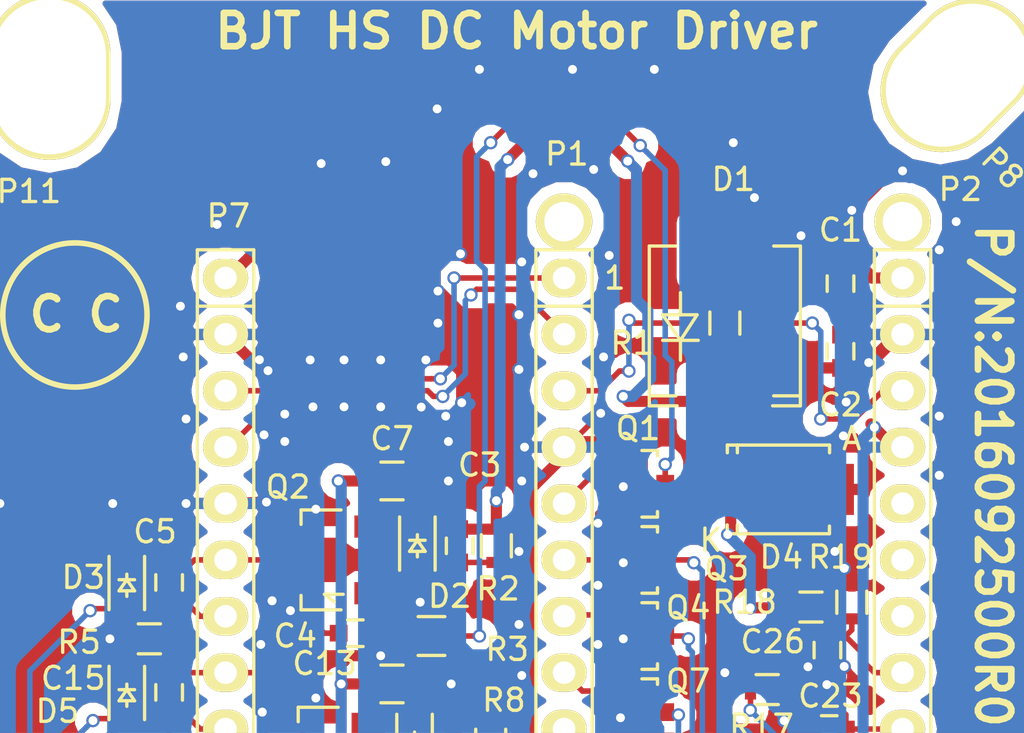
<source format=kicad_pcb>
(kicad_pcb (version 4) (host pcbnew 4.0.7)
  (title_block (date "jeu. 02 avril 2015"))
  (layers (0 F.Cu signal hide) (31 B.Cu signal hide) (34 B.Paste user hide) (35 F.Paste user hide) (36 B.SilkS user) (37 F.SilkS user) (38 B.Mask user hide) (39 F.Mask user hide) (44 Edge.Cuts user hide))
  (net 0 "")
  (net 1 /Reset)
  (net 2 /7)
  (net 3 /8)
  (net 4 "/9(**)")
  (net 5 "/10(**/SS)")
  (net 6 "/11(**/MISO)")
  (net 7 "/12(MOSI)")
  (net 8 /Vin)
  (net 9 +5V)
  (net 10 /A7)
  (net 11 /A6)
  (net 12 /A5)
  (net 13 "/13(SCK)")
  (net 14 "Net-(P3-Pad1)")
  (net 15 "Net-(P4-Pad1)")
  (net 16 "Net-(P5-Pad1)")
  (net 17 "Net-(P6-Pad1)")
  (net 18 "Net-(C1-Pad1)")
  (net 19 GNDREF)
  (net 20 "Net-(C3-Pad1)")
  (net 21 VEE)
  (net 22 /Motor1-V+)
  (net 23 /Motor1-V-)
  (net 24 /A0-Motor1_iout)
  (net 25 +3V3)
  (net 26 /2-PWM1)
  (net 27 /3-PWM2)
  (net 28 /4-PWM3)
  (net 29 /5-PWM4)
  (net 30 /A3-Motor4-iout)
  (net 31 /A2-Motor3-iout)
  (net 32 /A1-Motor2-iout)
  (net 33 "Net-(Q1-Pad3)")
  (net 34 "Net-(C10-Pad1)")
  (net 35 /Motor2-V+)
  (net 36 "Net-(C11-Pad1)")
  (net 37 /Motor3-V+)
  (net 38 /Motor2-V-)
  (net 39 /Motor3-V-)
  (net 40 "Net-(C19-Pad1)")
  (net 41 /Motor4-V+)
  (net 42 /Motor4-V-)
  (net 43 "Net-(P8-Pad1)")
  (net 44 "Net-(P9-Pad1)")
  (net 45 "Net-(P10-Pad1)")
  (net 46 "Net-(P11-Pad1)")
  (net 47 "Net-(Q3-Pad3)")
  (net 48 "Net-(Q4-Pad3)")
  (net 49 "Net-(Q7-Pad3)")
  (net 50 /6-ESC1)
  (net 51 /1-TX)
  (net 52 /0-RX)
  (net 53 /A4-Battery_V)
  (module Capacitors_SMD:C_0603 (layer F.Cu) (at 151.892 71.501 90)
    (fp_text reference C1 (at 2.413 0 180) (layer F.SilkS))
    (fp_text value 0.1uF)
    (pad 1 smd rect (at -0.75 0 90) (size 0.8 0.75) (layers F.Cu F.Paste F.Mask) (net 18 "Net-(C1-Pad1)"))
    (pad 2 smd rect (at 0.75 0 90) (size 0.8 0.75) (layers F.Cu F.Paste F.Mask) (net 8 /Vin))
  )
  (module Capacitors_SMD:C_0603 (layer F.Cu) (at 151.892 74.549 90)
    (fp_text reference C2 (at -2.413 0 180) (layer F.SilkS))
    (fp_text value 0.1uF)
    (pad 1 smd rect (at -0.75 0 90) (size 0.8 0.75) (layers F.Cu F.Paste F.Mask) (net 19 GNDREF))
    (pad 2 smd rect (at 0.75 0 90) (size 0.8 0.75) (layers F.Cu F.Paste F.Mask) (net 18 "Net-(C1-Pad1)"))
  )
  (module Capacitors_SMD:C_0603 (layer F.Cu) (at 134.747 83.312 90)
    (fp_text reference C3 (at 3.63728 0.89916 180) (layer F.SilkS))
    (fp_text value 0.01uF)
    (pad 1 smd rect (at -0.75 0 90) (size 0.8 0.75) (layers F.Cu F.Paste F.Mask) (net 20 "Net-(C3-Pad1)"))
    (pad 2 smd rect (at 0.75 0 90) (size 0.8 0.75) (layers F.Cu F.Paste F.Mask) (net 21 VEE))
  )
  (module Capacitors_SMD:C_0603 (layer F.Cu) (at 130.048 87.249 180)
    (fp_text reference C4 (at 2.70256 -0.127 180) (layer F.SilkS))
    (fp_text value 0.1uF)
    (pad 1 smd rect (at -0.75 0 180) (size 0.8 0.75) (layers F.Cu F.Paste F.Mask) (net 20 "Net-(C3-Pad1)"))
    (pad 2 smd rect (at 0.75 0 180) (size 0.8 0.75) (layers F.Cu F.Paste F.Mask) (net 22 /Motor1-V+))
  )
  (module Capacitors_SMD:C_0603 (layer F.Cu) (at 121.666 84.963 90)
    (fp_text reference C5 (at 2.286 -0.635 180) (layer F.SilkS))
    (fp_text value 0.1uF)
    (pad 1 smd rect (at -0.75 0 90) (size 0.8 0.75) (layers F.Cu F.Paste F.Mask) (net 23 /Motor1-V-))
    (pad 2 smd rect (at 0.75 0 90) (size 0.8 0.75) (layers F.Cu F.Paste F.Mask) (net 22 /Motor1-V+))
  )
  (module Capacitors_SMD:C_0603 (layer F.Cu) (at 151.384 99.187)
    (fp_text reference C6 (at -2.54 0.254) (layer F.SilkS))
    (fp_text value 0.1uF)
    (pad 1 smd rect (at -0.75 0) (size 0.8 0.75) (layers F.Cu F.Paste F.Mask) (net 19 GNDREF))
    (pad 2 smd rect (at 0.75 0) (size 0.8 0.75) (layers F.Cu F.Paste F.Mask) (net 24 /A0-Motor1_iout))
  )
  (module Capacitors_SMD:C_0805 (layer F.Cu) (at 131.699 80.391 180)
    (fp_text reference C7 (at 0 1.905 180) (layer F.SilkS))
    (fp_text value 10uF)
    (pad 1 smd rect (at -1 0 180) (size 1 1.25) (layers F.Cu F.Paste F.Mask) (net 19 GNDREF))
    (pad 2 smd rect (at 1 0 180) (size 1 1.25) (layers F.Cu F.Paste F.Mask) (net 21 VEE))
  )
  (module Capacitors_SMD:C_0603 (layer F.Cu) (at 152.019 102.489 90)
    (fp_text reference C8 (at 0.10668 -1.69164 180) (layer F.SilkS))
    (fp_text value 0.1uF)
    (pad 1 smd rect (at -0.75 0 90) (size 0.8 0.75) (layers F.Cu F.Paste F.Mask) (net 19 GNDREF))
    (pad 2 smd rect (at 0.75 0 90) (size 0.8 0.75) (layers F.Cu F.Paste F.Mask) (net 9 +5V))
  )
  (module Diodes_SMD:SMC_Standard (layer F.Cu) (at 146.685 73.406 90)
    (fp_text reference D1 (at 6.604 0.381 180) (layer F.SilkS))
    (fp_text value S5G)
    (pad 1 smd rect (at -3.40106 0 180) (size 3.29946 2.49936) (layers F.Cu F.Paste F.Mask) (net 21 VEE))
    (pad 2 smd rect (at 3.40106 0 180) (size 3.29946 2.49936) (layers F.Cu F.Paste F.Mask) (net 8 /Vin))
  )
  (module Diodes_SMD:SMB_Standard (layer F.Cu) (at 149.098 80.772)
    (fp_text reference D4 (at 0.127 3.048) (layer F.SilkS))
    (fp_text value SMBJ10A)
    (fp_text user K (at -3.048 2.286) (layer F.SilkS))
    (fp_text user A (at 3.302 -2.286) (layer F.SilkS))
    (pad 1 smd rect (at -2.14884 0) (size 2.49936 2.30124) (layers F.Cu F.Paste F.Mask) (net 21 VEE))
    (pad 2 smd rect (at 2.14884 0) (size 2.49936 2.30124) (layers F.Cu F.Paste F.Mask) (net 19 GNDREF))
  )
  (module TO_SOT_Packages_SMD:SOT-23 (layer F.Cu) (at 143.002 80.518 270)
    (fp_text reference Q1 (at -2.4892 0.2286 360) (layer F.SilkS))
    (fp_text value DTC114E)
    (pad 1 smd rect (at -0.95 1.00076 270) (size 0.8001 0.8001) (layers F.Cu F.Paste F.Mask) (net 26 /2-PWM1))
    (pad 2 smd rect (at 0.95 1.00076 270) (size 0.8001 0.8001) (layers F.Cu F.Paste F.Mask) (net 19 GNDREF))
    (pad 3 smd rect (at 0 -0.99822 270) (size 0.8001 0.8001) (layers F.Cu F.Paste F.Mask) (net 33 "Net-(Q1-Pad3)"))
  )
  (module Resistors_SMD:R_0603 (layer F.Cu) (at 146.685 73.279 90)
    (fp_text reference R1 (at -0.90424 -4.17068 180) (layer F.SilkS))
    (fp_text value 0)
    (pad 1 smd rect (at -0.75 0 90) (size 0.5 0.9) (layers F.Cu F.Paste F.Mask) (net 21 VEE))
    (pad 2 smd rect (at 0.75 0 90) (size 0.5 0.9) (layers F.Cu F.Paste F.Mask) (net 8 /Vin))
  )
  (module Resistors_SMD:R_0603 (layer F.Cu) (at 136.398 83.312 270)
    (fp_text reference R2 (at 1.94056 -0.0762 360) (layer F.SilkS))
    (fp_text value 10k)
    (pad 1 smd rect (at -0.75 0 270) (size 0.5 0.9) (layers F.Cu F.Paste F.Mask) (net 21 VEE))
    (pad 2 smd rect (at 0.75 0 270) (size 0.5 0.9) (layers F.Cu F.Paste F.Mask) (net 20 "Net-(C3-Pad1)"))
  )
  (module Resistors_SMD:R_0805 (layer F.Cu) (at 133.477 87.376)
    (fp_text reference R3 (at 3.40868 0.59944) (layer F.SilkS))
    (fp_text value 680)
    (pad 1 smd rect (at -0.95 0) (size 0.7 1.3) (layers F.Cu F.Paste F.Mask) (net 20 "Net-(C3-Pad1)"))
    (pad 2 smd rect (at 0.95 0) (size 0.7 1.3) (layers F.Cu F.Paste F.Mask) (net 33 "Net-(Q1-Pad3)"))
  )
  (module Resistors_SMD:R_0603 (layer F.Cu) (at 147.955 100.965 180)
    (fp_text reference R4 (at 2.413 0 180) (layer F.SilkS))
    (fp_text value 47k)
    (pad 1 smd rect (at -0.75 0 180) (size 0.5 0.9) (layers F.Cu F.Paste F.Mask) (net 24 /A0-Motor1_iout))
    (pad 2 smd rect (at 0.75 0 180) (size 0.5 0.9) (layers F.Cu F.Paste F.Mask) (net 23 /Motor1-V-))
  )
  (module Resistors_SMD:R_0603 (layer F.Cu) (at 120.777 87.503 180)
    (fp_text reference R5 (at 3.16484 -0.1524 360) (layer F.SilkS))
    (fp_text value 0.01)
    (pad 1 smd rect (at -0.75 0 180) (size 0.5 0.9) (layers F.Cu F.Paste F.Mask) (net 23 /Motor1-V-))
    (pad 2 smd rect (at 0.75 0 180) (size 0.5 0.9) (layers F.Cu F.Paste F.Mask) (net 19 GNDREF))
  )
  (module TO_SOT_Packages_SMD:SOT89-3_Housing (layer F.Cu) (at 128.905 83.947 90)
    (fp_text reference Q2 (at 3.28168 -1.88976 180) (layer F.SilkS))
    (fp_text value PBSS5480X)
    (pad 1 smd rect (at -1.50114 1.85166 90) (size 1.00076 1.50114) (layers F.Cu F.Paste F.Mask) (net 20 "Net-(C3-Pad1)"))
    (pad 2 smd rect (at 0 1.85166 90) (size 1.00076 1.50114) (layers F.Cu F.Paste F.Mask) (net 22 /Motor1-V+))
    (pad 3 smd rect (at 1.50114 1.85166 90) (size 1.00076 1.50114) (layers F.Cu F.Paste F.Mask) (net 21 VEE))
    (pad 2 smd rect (at 0 -1.09982 90) (size 1.99898 2.99974) (layers F.Cu F.Paste F.Mask) (net 22 /Motor1-V+))
    (pad 2 smd trapezoid (at 0 0.7493 270) (size 1.50114 0.7493) (rect_delta 0 0.50038) (layers F.Cu F.Paste F.Mask) (net 22 /Motor1-V+))
  )
  (module Capacitors_SMD:C_0603 (layer F.Cu) (at 134.493 92.202 90)
    (fp_text reference C9 (at -2.07772 1.55956 180) (layer F.SilkS))
    (fp_text value 0.01uF)
    (pad 1 smd rect (at -0.75 0 90) (size 0.8 0.75) (layers F.Cu F.Paste F.Mask) (net 34 "Net-(C10-Pad1)"))
    (pad 2 smd rect (at 0.75 0 90) (size 0.8 0.75) (layers F.Cu F.Paste F.Mask) (net 21 VEE))
  )
  (module Capacitors_SMD:C_0603 (layer F.Cu) (at 129.921 96.139 180)
    (fp_text reference C10 (at 0.8128 -1.41224 180) (layer F.SilkS))
    (fp_text value 0.1uF)
    (pad 1 smd rect (at -0.75 0 180) (size 0.8 0.75) (layers F.Cu F.Paste F.Mask) (net 34 "Net-(C10-Pad1)"))
    (pad 2 smd rect (at 0.75 0 180) (size 0.8 0.75) (layers F.Cu F.Paste F.Mask) (net 35 /Motor2-V+))
  )
  (module Capacitors_SMD:C_0603 (layer F.Cu) (at 134.366 101.6 90)
    (fp_text reference C11 (at -5.87756 1.64592 180) (layer F.SilkS))
    (fp_text value 0.01uF)
    (pad 1 smd rect (at -0.75 0 90) (size 0.8 0.75) (layers F.Cu F.Paste F.Mask) (net 36 "Net-(C11-Pad1)"))
    (pad 2 smd rect (at 0.75 0 90) (size 0.8 0.75) (layers F.Cu F.Paste F.Mask) (net 21 VEE))
  )
  (module Capacitors_SMD:C_0603 (layer F.Cu) (at 129.921 105.791 180)
    (fp_text reference C12 (at 2.54 -1.27 180) (layer F.SilkS))
    (fp_text value 0.1uF)
    (pad 1 smd rect (at -0.75 0 180) (size 0.8 0.75) (layers F.Cu F.Paste F.Mask) (net 36 "Net-(C11-Pad1)"))
    (pad 2 smd rect (at 0.75 0 180) (size 0.8 0.75) (layers F.Cu F.Paste F.Mask) (net 37 /Motor3-V+))
  )
  (module Capacitors_SMD:C_0805 (layer F.Cu) (at 131.699 89.535 180)
    (fp_text reference C13 (at 3.02768 0.91948 180) (layer F.SilkS))
    (fp_text value 10uF)
    (pad 1 smd rect (at -1 0 180) (size 1 1.25) (layers F.Cu F.Paste F.Mask) (net 19 GNDREF))
    (pad 2 smd rect (at 1 0 180) (size 1 1.25) (layers F.Cu F.Paste F.Mask) (net 21 VEE))
  )
  (module Capacitors_SMD:C_0805 (layer F.Cu) (at 131.826 98.933 180)
    (fp_text reference C14 (at -3.33756 1.15316 180) (layer F.SilkS))
    (fp_text value 10uF)
    (pad 1 smd rect (at -1 0 180) (size 1 1.25) (layers F.Cu F.Paste F.Mask) (net 19 GNDREF))
    (pad 2 smd rect (at 1 0 180) (size 1 1.25) (layers F.Cu F.Paste F.Mask) (net 21 VEE))
  )
  (module Capacitors_SMD:C_0603 (layer F.Cu) (at 121.666 89.916 90)
    (fp_text reference C15 (at 0.635 -4.318 180) (layer F.SilkS))
    (fp_text value 0.1uF)
    (pad 1 smd rect (at -0.75 0 90) (size 0.8 0.75) (layers F.Cu F.Paste F.Mask) (net 38 /Motor2-V-))
    (pad 2 smd rect (at 0.75 0 90) (size 0.8 0.75) (layers F.Cu F.Paste F.Mask) (net 35 /Motor2-V+))
  )
  (module Capacitors_SMD:C_0603 (layer F.Cu) (at 121.666 95.123 90)
    (fp_text reference C16 (at 0.508 -4.318 180) (layer F.SilkS))
    (fp_text value 0.1uF)
    (pad 1 smd rect (at -0.75 0 90) (size 0.8 0.75) (layers F.Cu F.Paste F.Mask) (net 39 /Motor3-V-))
    (pad 2 smd rect (at 0.75 0 90) (size 0.8 0.75) (layers F.Cu F.Paste F.Mask) (net 37 /Motor3-V+))
  )
  (module Capacitors_SMD:C_0603 (layer F.Cu) (at 151.384 96.647)
    (fp_text reference C17 (at -0.02032 1.31572) (layer F.SilkS))
    (fp_text value 0.1uF)
    (pad 1 smd rect (at -0.75 0) (size 0.8 0.75) (layers F.Cu F.Paste F.Mask) (net 19 GNDREF))
    (pad 2 smd rect (at 0.75 0) (size 0.8 0.75) (layers F.Cu F.Paste F.Mask) (net 32 /A1-Motor2-iout))
  )
  (module Capacitors_SMD:C_0603 (layer F.Cu) (at 151.384 94.107)
    (fp_text reference C18 (at -0.05588 -1.25476) (layer F.SilkS))
    (fp_text value 0.1uF)
    (pad 1 smd rect (at -0.75 0) (size 0.8 0.75) (layers F.Cu F.Paste F.Mask) (net 19 GNDREF))
    (pad 2 smd rect (at 0.75 0) (size 0.8 0.75) (layers F.Cu F.Paste F.Mask) (net 31 /A2-Motor3-iout))
  )
  (module Capacitors_SMD:C_0603 (layer F.Cu) (at 136.5504 110.95736 90)
    (fp_text reference C19 (at -2.05232 2.59588 180) (layer F.SilkS))
    (fp_text value 0.01uF)
    (pad 1 smd rect (at -0.75 0 90) (size 0.8 0.75) (layers F.Cu F.Paste F.Mask) (net 40 "Net-(C19-Pad1)"))
    (pad 2 smd rect (at 0.75 0 90) (size 0.8 0.75) (layers F.Cu F.Paste F.Mask) (net 21 VEE))
  )
  (module Capacitors_SMD:C_0603 (layer F.Cu) (at 130.683 115.189 180)
    (fp_text reference C20 (at 0 -1.524 180) (layer F.SilkS))
    (fp_text value 0.1uF)
    (pad 1 smd rect (at -0.75 0 180) (size 0.8 0.75) (layers F.Cu F.Paste F.Mask) (net 40 "Net-(C19-Pad1)"))
    (pad 2 smd rect (at 0.75 0 180) (size 0.8 0.75) (layers F.Cu F.Paste F.Mask) (net 41 /Motor4-V+))
  )
  (module Capacitors_SMD:C_0805 (layer F.Cu) (at 132.334 108.458 180)
    (fp_text reference C21 (at 4.191 -0.127 180) (layer F.SilkS))
    (fp_text value 10uF)
    (pad 1 smd rect (at -1 0 180) (size 1 1.25) (layers F.Cu F.Paste F.Mask) (net 19 GNDREF))
    (pad 2 smd rect (at 1 0 180) (size 1 1.25) (layers F.Cu F.Paste F.Mask) (net 21 VEE))
  )
  (module Capacitors_SMD:C_0603 (layer F.Cu) (at 121.666 100.203 90)
    (fp_text reference C22 (at 0.254 -4.191 180) (layer F.SilkS))
    (fp_text value 0.1uF)
    (pad 1 smd rect (at -0.75 0 90) (size 0.8 0.75) (layers F.Cu F.Paste F.Mask) (net 42 /Motor4-V-))
    (pad 2 smd rect (at 0.75 0 90) (size 0.8 0.75) (layers F.Cu F.Paste F.Mask) (net 41 /Motor4-V+))
  )
  (module Capacitors_SMD:C_0603 (layer F.Cu) (at 151.384 91.567)
    (fp_text reference C23 (at 0.05588 -1.48336) (layer F.SilkS))
    (fp_text value 0.1uF)
    (pad 1 smd rect (at -0.75 0) (size 0.8 0.75) (layers F.Cu F.Paste F.Mask) (net 19 GNDREF))
    (pad 2 smd rect (at 0.75 0) (size 0.8 0.75) (layers F.Cu F.Paste F.Mask) (net 30 /A3-Motor4-iout))
  )
  (module Capacitors_SMD:C_0603 (layer F.Cu) (at 121.539 106.807 270)
    (fp_text reference C24 (at -0.28448 2.78384 360) (layer F.SilkS))
    (fp_text value 0.1uF)
    (pad 1 smd rect (at -0.75 0 270) (size 0.8 0.75) (layers F.Cu F.Paste F.Mask) (net 19 GNDREF))
    (pad 2 smd rect (at 0.75 0 270) (size 0.8 0.75) (layers F.Cu F.Paste F.Mask) (net 9 +5V))
  )
  (module Connect:Socket_Strip_Arduino_1x15 (layer F.Cu) (at 124.206 71.247 270)
    (fp_text reference P7 (at -2.794 -0.127 360) (layer F.SilkS))
    (fp_text value Shield_Connector)
    (pad 1 thru_hole oval (at 0 0 270) (size 1.7272 2.032) (drill 1.016) (layers *.Cu *.Mask F.SilkS) (net 8 /Vin))
    (pad 2 thru_hole oval (at 2.54 0 270) (size 1.7272 2.032) (drill 1.016) (layers *.Cu *.Mask F.SilkS) (net 19 GNDREF))
    (pad 3 thru_hole oval (at 5.08 0 270) (size 1.7272 2.032) (drill 1.016) (layers *.Cu *.Mask F.SilkS) (net 51 /1-TX))
    (pad 4 thru_hole oval (at 7.62 0 270) (size 1.7272 2.032) (drill 1.016) (layers *.Cu *.Mask F.SilkS) (net 52 /0-RX))
    (pad 5 thru_hole oval (at 10.16 0 270) (size 1.7272 2.032) (drill 1.016) (layers *.Cu *.Mask F.SilkS) (net 19 GNDREF))
    (pad 6 thru_hole oval (at 12.7 0 270) (size 1.7272 2.032) (drill 1.016) (layers *.Cu *.Mask F.SilkS) (net 22 /Motor1-V+))
    (pad 7 thru_hole oval (at 15.24 0 270) (size 1.7272 2.032) (drill 1.016) (layers *.Cu *.Mask F.SilkS) (net 23 /Motor1-V-))
    (pad 8 thru_hole oval (at 17.78 0 270) (size 1.7272 2.032) (drill 1.016) (layers *.Cu *.Mask F.SilkS) (net 35 /Motor2-V+))
    (pad 9 thru_hole oval (at 20.32 0 270) (size 1.7272 2.032) (drill 1.016) (layers *.Cu *.Mask F.SilkS) (net 38 /Motor2-V-))
    (pad 10 thru_hole oval (at 22.86 0 270) (size 1.7272 2.032) (drill 1.016) (layers *.Cu *.Mask F.SilkS) (net 37 /Motor3-V+))
    (pad 11 thru_hole oval (at 25.4 0 270) (size 1.7272 2.032) (drill 1.016) (layers *.Cu *.Mask F.SilkS) (net 39 /Motor3-V-))
    (pad 12 thru_hole oval (at 27.94 0 270) (size 1.7272 2.032) (drill 1.016) (layers *.Cu *.Mask F.SilkS) (net 41 /Motor4-V+))
    (pad 13 thru_hole oval (at 30.48 0 270) (size 1.7272 2.032) (drill 1.016) (layers *.Cu *.Mask F.SilkS) (net 42 /Motor4-V-))
    (pad 14 thru_hole oval (at 33.02 0 270) (size 1.7272 2.032) (drill 1.016) (layers *.Cu *.Mask F.SilkS) (net 19 GNDREF))
    (pad 15 thru_hole oval (at 35.56 0 270) (size 1.7272 2.032) (drill 1.016) (layers *.Cu *.Mask F.SilkS) (net 9 +5V))
  )
  (module TO_SOT_Packages_SMD:SOT-23 (layer F.Cu) (at 143.002 83.947 270)
    (fp_text reference Q3 (at 0.40132 -3.76936 360) (layer F.SilkS))
    (fp_text value DTC114E)
    (pad 1 smd rect (at -0.95 1.00076 270) (size 0.8001 0.8001) (layers F.Cu F.Paste F.Mask) (net 27 /3-PWM2))
    (pad 2 smd rect (at 0.95 1.00076 270) (size 0.8001 0.8001) (layers F.Cu F.Paste F.Mask) (net 19 GNDREF))
    (pad 3 smd rect (at 0 -0.99822 270) (size 0.8001 0.8001) (layers F.Cu F.Paste F.Mask) (net 47 "Net-(Q3-Pad3)"))
  )
  (module TO_SOT_Packages_SMD:SOT-23 (layer F.Cu) (at 143.002 87.376 270)
    (fp_text reference Q4 (at -1.27 -2.032 360) (layer F.SilkS))
    (fp_text value DTC114E)
    (pad 1 smd rect (at -0.95 1.00076 270) (size 0.8001 0.8001) (layers F.Cu F.Paste F.Mask) (net 28 /4-PWM3))
    (pad 2 smd rect (at 0.95 1.00076 270) (size 0.8001 0.8001) (layers F.Cu F.Paste F.Mask) (net 19 GNDREF))
    (pad 3 smd rect (at 0 -0.99822 270) (size 0.8001 0.8001) (layers F.Cu F.Paste F.Mask) (net 48 "Net-(Q4-Pad3)"))
  )
  (module TO_SOT_Packages_SMD:SOT89-3_Housing (layer F.Cu) (at 128.778 92.837 90)
    (fp_text reference Q5 (at -3.302 -1.651 180) (layer F.SilkS))
    (fp_text value PBSS5480X)
    (pad 1 smd rect (at -1.50114 1.85166 90) (size 1.00076 1.50114) (layers F.Cu F.Paste F.Mask) (net 34 "Net-(C10-Pad1)"))
    (pad 2 smd rect (at 0 1.85166 90) (size 1.00076 1.50114) (layers F.Cu F.Paste F.Mask) (net 35 /Motor2-V+))
    (pad 3 smd rect (at 1.50114 1.85166 90) (size 1.00076 1.50114) (layers F.Cu F.Paste F.Mask) (net 21 VEE))
    (pad 2 smd rect (at 0 -1.09982 90) (size 1.99898 2.99974) (layers F.Cu F.Paste F.Mask) (net 35 /Motor2-V+))
    (pad 2 smd trapezoid (at 0 0.7493 270) (size 1.50114 0.7493) (rect_delta 0 0.50038) (layers F.Cu F.Paste F.Mask) (net 35 /Motor2-V+))
  )
  (module TO_SOT_Packages_SMD:SOT89-3_Housing (layer F.Cu) (at 128.778 102.235 90)
    (fp_text reference Q6 (at -3.21056 -1.31572 180) (layer F.SilkS))
    (fp_text value PBSS5480X)
    (pad 1 smd rect (at -1.50114 1.85166 90) (size 1.00076 1.50114) (layers F.Cu F.Paste F.Mask) (net 36 "Net-(C11-Pad1)"))
    (pad 2 smd rect (at 0 1.85166 90) (size 1.00076 1.50114) (layers F.Cu F.Paste F.Mask) (net 37 /Motor3-V+))
    (pad 3 smd rect (at 1.50114 1.85166 90) (size 1.00076 1.50114) (layers F.Cu F.Paste F.Mask) (net 21 VEE))
    (pad 2 smd rect (at 0 -1.09982 90) (size 1.99898 2.99974) (layers F.Cu F.Paste F.Mask) (net 37 /Motor3-V+))
    (pad 2 smd trapezoid (at 0 0.7493 270) (size 1.50114 0.7493) (rect_delta 0 0.50038) (layers F.Cu F.Paste F.Mask) (net 37 /Motor3-V+))
  )
  (module TO_SOT_Packages_SMD:SOT-23 (layer F.Cu) (at 143.002 90.805 270)
    (fp_text reference Q7 (at -1.397 -2.032 360) (layer F.SilkS))
    (fp_text value DTC114E)
    (pad 1 smd rect (at -0.95 1.00076 270) (size 0.8001 0.8001) (layers F.Cu F.Paste F.Mask) (net 29 /5-PWM4))
    (pad 2 smd rect (at 0.95 1.00076 270) (size 0.8001 0.8001) (layers F.Cu F.Paste F.Mask) (net 19 GNDREF))
    (pad 3 smd rect (at 0 -0.99822 270) (size 0.8001 0.8001) (layers F.Cu F.Paste F.Mask) (net 49 "Net-(Q7-Pad3)"))
  )
  (module TO_SOT_Packages_SMD:SOT89-3_Housing (layer F.Cu) (at 129.413 111.76 90)
    (fp_text reference Q8 (at -3.01244 -2.3114 180) (layer F.SilkS))
    (fp_text value PBSS5480X)
    (pad 1 smd rect (at -1.50114 1.85166 90) (size 1.00076 1.50114) (layers F.Cu F.Paste F.Mask) (net 40 "Net-(C19-Pad1)"))
    (pad 2 smd rect (at 0 1.85166 90) (size 1.00076 1.50114) (layers F.Cu F.Paste F.Mask) (net 41 /Motor4-V+))
    (pad 3 smd rect (at 1.50114 1.85166 90) (size 1.00076 1.50114) (layers F.Cu F.Paste F.Mask) (net 21 VEE))
    (pad 2 smd rect (at 0 -1.09982 90) (size 1.99898 2.99974) (layers F.Cu F.Paste F.Mask) (net 41 /Motor4-V+))
    (pad 2 smd trapezoid (at 0 0.7493 270) (size 1.50114 0.7493) (rect_delta 0 0.50038) (layers F.Cu F.Paste F.Mask) (net 41 /Motor4-V+))
  )
  (module Resistors_SMD:R_0805 (layer F.Cu) (at 133.985 96.139)
    (fp_text reference R6 (at -2.667 0) (layer F.SilkS))
    (fp_text value 680)
    (pad 1 smd rect (at -0.95 0) (size 0.7 1.3) (layers F.Cu F.Paste F.Mask) (net 34 "Net-(C10-Pad1)"))
    (pad 2 smd rect (at 0.95 0) (size 0.7 1.3) (layers F.Cu F.Paste F.Mask) (net 47 "Net-(Q3-Pad3)"))
  )
  (module Resistors_SMD:R_0805 (layer F.Cu) (at 133.858 105.791)
    (fp_text reference R7 (at 2.6162 -0.9144) (layer F.SilkS))
    (fp_text value 680)
    (pad 1 smd rect (at -0.95 0) (size 0.7 1.3) (layers F.Cu F.Paste F.Mask) (net 36 "Net-(C11-Pad1)"))
    (pad 2 smd rect (at 0.95 0) (size 0.7 1.3) (layers F.Cu F.Paste F.Mask) (net 48 "Net-(Q4-Pad3)"))
  )
  (module Resistors_SMD:R_0603 (layer F.Cu) (at 136.144 92.075 270)
    (fp_text reference R8 (at -1.80848 -0.59436 360) (layer F.SilkS))
    (fp_text value 10k)
    (pad 1 smd rect (at -0.75 0 270) (size 0.5 0.9) (layers F.Cu F.Paste F.Mask) (net 21 VEE))
    (pad 2 smd rect (at 0.75 0 270) (size 0.5 0.9) (layers F.Cu F.Paste F.Mask) (net 34 "Net-(C10-Pad1)"))
  )
  (module Resistors_SMD:R_0603 (layer F.Cu) (at 136.017 101.6 270)
    (fp_text reference R9 (at -2.24536 -0.2286 360) (layer F.SilkS))
    (fp_text value 10k)
    (pad 1 smd rect (at -0.75 0 270) (size 0.5 0.9) (layers F.Cu F.Paste F.Mask) (net 21 VEE))
    (pad 2 smd rect (at 0.75 0 270) (size 0.5 0.9) (layers F.Cu F.Paste F.Mask) (net 36 "Net-(C11-Pad1)"))
  )
  (module Resistors_SMD:R_0603 (layer F.Cu) (at 120.904 92.71 180)
    (fp_text reference R10 (at 3.683 -0.09144 180) (layer F.SilkS))
    (fp_text value 0.01)
    (pad 1 smd rect (at -0.75 0 180) (size 0.5 0.9) (layers F.Cu F.Paste F.Mask) (net 38 /Motor2-V-))
    (pad 2 smd rect (at 0.75 0 180) (size 0.5 0.9) (layers F.Cu F.Paste F.Mask) (net 19 GNDREF))
  )
  (module Resistors_SMD:R_0603 (layer F.Cu) (at 120.904 97.79 180)
    (fp_text reference R11 (at 3.64744 -0.04572 180) (layer F.SilkS))
    (fp_text value 0.01)
    (pad 1 smd rect (at -0.75 0 180) (size 0.5 0.9) (layers F.Cu F.Paste F.Mask) (net 39 /Motor3-V-))
    (pad 2 smd rect (at 0.75 0 180) (size 0.5 0.9) (layers F.Cu F.Paste F.Mask) (net 19 GNDREF))
  )
  (module Resistors_SMD:R_0603 (layer F.Cu) (at 148.209 97.663 180)
    (fp_text reference R12 (at 0.56896 1.48844 180) (layer F.SilkS))
    (fp_text value 47k)
    (pad 1 smd rect (at -0.75 0 180) (size 0.5 0.9) (layers F.Cu F.Paste F.Mask) (net 32 /A1-Motor2-iout))
    (pad 2 smd rect (at 0.75 0 180) (size 0.5 0.9) (layers F.Cu F.Paste F.Mask) (net 38 /Motor2-V-))
  )
  (module Resistors_SMD:R_0603 (layer F.Cu) (at 148.463 92.71 180)
    (fp_text reference R13 (at 3.19532 -0.99568 180) (layer F.SilkS))
    (fp_text value 47k)
    (pad 1 smd rect (at -0.75 0 180) (size 0.5 0.9) (layers F.Cu F.Paste F.Mask) (net 31 /A2-Motor3-iout))
    (pad 2 smd rect (at 0.75 0 180) (size 0.5 0.9) (layers F.Cu F.Paste F.Mask) (net 39 /Motor3-V-))
  )
  (module Resistors_SMD:R_0805 (layer F.Cu) (at 134.112 114.935)
    (fp_text reference R14 (at 3.0226 0.61468) (layer F.SilkS))
    (fp_text value 680)
    (pad 1 smd rect (at -0.95 0) (size 0.7 1.3) (layers F.Cu F.Paste F.Mask) (net 40 "Net-(C19-Pad1)"))
    (pad 2 smd rect (at 0.95 0) (size 0.7 1.3) (layers F.Cu F.Paste F.Mask) (net 49 "Net-(Q7-Pad3)"))
  )
  (module Resistors_SMD:R_0603 (layer F.Cu) (at 134.99592 110.99292 270)
    (fp_text reference R15 (at -2.286 -1.016 360) (layer F.SilkS))
    (fp_text value 10k)
    (pad 1 smd rect (at -0.75 0 270) (size 0.5 0.9) (layers F.Cu F.Paste F.Mask) (net 21 VEE))
    (pad 2 smd rect (at 0.75 0 270) (size 0.5 0.9) (layers F.Cu F.Paste F.Mask) (net 40 "Net-(C19-Pad1)"))
  )
  (module Resistors_SMD:R_0603 (layer F.Cu) (at 120.904 102.743 180)
    (fp_text reference R16 (at 1.21412 -1.70688 180) (layer F.SilkS))
    (fp_text value 0.01)
    (pad 1 smd rect (at -0.75 0 180) (size 0.5 0.9) (layers F.Cu F.Paste F.Mask) (net 42 /Motor4-V-))
    (pad 2 smd rect (at 0.75 0 180) (size 0.5 0.9) (layers F.Cu F.Paste F.Mask) (net 19 GNDREF))
  )
  (module Resistors_SMD:R_0603 (layer F.Cu) (at 148.59 89.789 180)
    (fp_text reference R17 (at 0.254 -1.651 180) (layer F.SilkS))
    (fp_text value 47k)
    (pad 1 smd rect (at -0.75 0 180) (size 0.5 0.9) (layers F.Cu F.Paste F.Mask) (net 30 /A3-Motor4-iout))
    (pad 2 smd rect (at 0.75 0 180) (size 0.5 0.9) (layers F.Cu F.Paste F.Mask) (net 42 /Motor4-V-))
  )
  (module Capacitors_SMD:C_0603 (layer F.Cu) (at 119.25808 108.31576)
    (fp_text reference C25 (at -3.23088 0.13716) (layer F.SilkS))
    (fp_text value 0.1uF)
    (pad 1 smd rect (at -0.75 0) (size 0.8 0.75) (layers F.Cu F.Paste F.Mask) (net 19 GNDREF))
    (pad 2 smd rect (at 0.75 0) (size 0.8 0.75) (layers F.Cu F.Paste F.Mask) (net 9 +5V))
  )
  (module Diodes_SMD:SOD-323 (layer F.Cu) (at 132.842 83.312 270)
    (fp_text reference D2 (at 2.27076 -1.45796 360) (layer F.SilkS))
    (fp_text value BAS316)
    (pad 1 smd rect (at -1.055 0 270) (size 0.59 0.45) (layers F.Cu F.Paste F.Mask) (net 21 VEE))
    (pad 2 smd rect (at 1.055 0 270) (size 0.59 0.45) (layers F.Cu F.Paste F.Mask) (net 22 /Motor1-V+))
  )
  (module Diodes_SMD:SOD-323 (layer F.Cu) (at 119.761 85.09 270)
    (fp_text reference D3 (at -0.3556 1.9558 360) (layer F.SilkS))
    (fp_text value BAS316)
    (pad 1 smd rect (at -1.055 0 270) (size 0.59 0.45) (layers F.Cu F.Paste F.Mask) (net 22 /Motor1-V+))
    (pad 2 smd rect (at 1.055 0 270) (size 0.59 0.45) (layers F.Cu F.Paste F.Mask) (net 23 /Motor1-V-))
  )
  (module Diodes_SMD:SOD-323 (layer F.Cu) (at 119.761 90.043 270)
    (fp_text reference D5 (at 0.72136 3.1242 360) (layer F.SilkS))
    (fp_text value BAS316)
    (pad 1 smd rect (at -1.055 0 270) (size 0.59 0.45) (layers F.Cu F.Paste F.Mask) (net 35 /Motor2-V+))
    (pad 2 smd rect (at 1.055 0 270) (size 0.59 0.45) (layers F.Cu F.Paste F.Mask) (net 38 /Motor2-V-))
  )
  (module Diodes_SMD:SOD-323 (layer F.Cu) (at 119.888 95.25 270)
    (fp_text reference D6 (at 0.78232 3.08864 360) (layer F.SilkS))
    (fp_text value BAS316)
    (pad 1 smd rect (at -1.055 0 270) (size 0.59 0.45) (layers F.Cu F.Paste F.Mask) (net 37 /Motor3-V+))
    (pad 2 smd rect (at 1.055 0 270) (size 0.59 0.45) (layers F.Cu F.Paste F.Mask) (net 39 /Motor3-V-))
  )
  (module Diodes_SMD:SOD-323 (layer F.Cu) (at 132.715 92.202 270)
    (fp_text reference D7 (at 2.1336 -1.30048 360) (layer F.SilkS))
    (fp_text value BAS316)
    (pad 1 smd rect (at -1.055 0 270) (size 0.59 0.45) (layers F.Cu F.Paste F.Mask) (net 21 VEE))
    (pad 2 smd rect (at 1.055 0 270) (size 0.59 0.45) (layers F.Cu F.Paste F.Mask) (net 35 /Motor2-V+))
  )
  (module Diodes_SMD:SOD-323 (layer F.Cu) (at 132.588 101.6 270)
    (fp_text reference D8 (at 2.01676 -1.1684 360) (layer F.SilkS))
    (fp_text value BAS316)
    (pad 1 smd rect (at -1.055 0 270) (size 0.59 0.45) (layers F.Cu F.Paste F.Mask) (net 21 VEE))
    (pad 2 smd rect (at 1.055 0 270) (size 0.59 0.45) (layers F.Cu F.Paste F.Mask) (net 37 /Motor3-V+))
  )
  (module Diodes_SMD:SOD-323 (layer F.Cu) (at 119.888 100.33 270)
    (fp_text reference D9 (at 1.143 3.30708 360) (layer F.SilkS))
    (fp_text value BAS316)
    (pad 1 smd rect (at -1.055 0 270) (size 0.59 0.45) (layers F.Cu F.Paste F.Mask) (net 41 /Motor4-V+))
    (pad 2 smd rect (at 1.055 0 270) (size 0.59 0.45) (layers F.Cu F.Paste F.Mask) (net 42 /Motor4-V-))
  )
  (module Diodes_SMD:SOD-323 (layer F.Cu) (at 133.223 111.125 270)
    (fp_text reference D10 (at 2.159 -0.45212 540) (layer F.SilkS))
    (fp_text value BAS316)
    (pad 1 smd rect (at -1.055 0 270) (size 0.59 0.45) (layers F.Cu F.Paste F.Mask) (net 21 VEE))
    (pad 2 smd rect (at 1.055 0 270) (size 0.59 0.45) (layers F.Cu F.Paste F.Mask) (net 41 /Motor4-V+))
  )
  (module Connect:Socket_Strip_Arduino_1x15 (layer F.Cu) (at 139.446 71.247 270)
    (fp_text reference P1 (at -5.588 -0.127 360) (layer F.SilkS))
    (fp_text value Digital)
    (pad 1 thru_hole oval (at 0 0 270) (size 1.7272 2.032) (drill 1.016) (layers *.Cu *.Mask F.SilkS) (net 51 /1-TX))
    (pad 2 thru_hole oval (at 2.54 0 270) (size 1.7272 2.032) (drill 1.016) (layers *.Cu *.Mask F.SilkS) (net 52 /0-RX))
    (pad 3 thru_hole oval (at 5.08 0 270) (size 1.7272 2.032) (drill 1.016) (layers *.Cu *.Mask F.SilkS) (net 1 /Reset))
    (pad 4 thru_hole oval (at 7.62 0 270) (size 1.7272 2.032) (drill 1.016) (layers *.Cu *.Mask F.SilkS) (net 19 GNDREF))
    (pad 5 thru_hole oval (at 10.16 0 270) (size 1.7272 2.032) (drill 1.016) (layers *.Cu *.Mask F.SilkS) (net 26 /2-PWM1))
    (pad 6 thru_hole oval (at 12.7 0 270) (size 1.7272 2.032) (drill 1.016) (layers *.Cu *.Mask F.SilkS) (net 27 /3-PWM2))
    (pad 7 thru_hole oval (at 15.24 0 270) (size 1.7272 2.032) (drill 1.016) (layers *.Cu *.Mask F.SilkS) (net 28 /4-PWM3))
    (pad 8 thru_hole oval (at 17.78 0 270) (size 1.7272 2.032) (drill 1.016) (layers *.Cu *.Mask F.SilkS) (net 29 /5-PWM4))
    (pad 9 thru_hole oval (at 20.32 0 270) (size 1.7272 2.032) (drill 1.016) (layers *.Cu *.Mask F.SilkS) (net 50 /6-ESC1))
    (pad 10 thru_hole oval (at 22.86 0 270) (size 1.7272 2.032) (drill 1.016) (layers *.Cu *.Mask F.SilkS) (net 2 /7))
    (pad 11 thru_hole oval (at 25.4 0 270) (size 1.7272 2.032) (drill 1.016) (layers *.Cu *.Mask F.SilkS) (net 3 /8))
    (pad 12 thru_hole oval (at 27.94 0 270) (size 1.7272 2.032) (drill 1.016) (layers *.Cu *.Mask F.SilkS) (net 4 "/9(**)"))
    (pad 13 thru_hole oval (at 30.48 0 270) (size 1.7272 2.032) (drill 1.016) (layers *.Cu *.Mask F.SilkS) (net 5 "/10(**/SS)"))
    (pad 14 thru_hole oval (at 33.02 0 270) (size 1.7272 2.032) (drill 1.016) (layers *.Cu *.Mask F.SilkS) (net 6 "/11(**/MISO)"))
    (pad 15 thru_hole oval (at 35.56 0 270) (size 1.7272 2.032) (drill 1.016) (layers *.Cu *.Mask F.SilkS) (net 7 "/12(MOSI)"))
  )
  (module Connect:Socket_Strip_Arduino_1x15 (layer F.Cu) (at 154.686 71.247 270)
    (fp_text reference P2 (at -3.99288 -2.60096 360) (layer F.SilkS))
    (fp_text value Analog)
    (pad 1 thru_hole oval (at 0 0 270) (size 1.7272 2.032) (drill 1.016) (layers *.Cu *.Mask F.SilkS) (net 8 /Vin))
    (pad 2 thru_hole oval (at 2.54 0 270) (size 1.7272 2.032) (drill 1.016) (layers *.Cu *.Mask F.SilkS) (net 19 GNDREF))
    (pad 3 thru_hole oval (at 5.08 0 270) (size 1.7272 2.032) (drill 1.016) (layers *.Cu *.Mask F.SilkS) (net 1 /Reset))
    (pad 4 thru_hole oval (at 7.62 0 270) (size 1.7272 2.032) (drill 1.016) (layers *.Cu *.Mask F.SilkS) (net 9 +5V))
    (pad 5 thru_hole oval (at 10.16 0 270) (size 1.7272 2.032) (drill 1.016) (layers *.Cu *.Mask F.SilkS) (net 10 /A7))
    (pad 6 thru_hole oval (at 12.7 0 270) (size 1.7272 2.032) (drill 1.016) (layers *.Cu *.Mask F.SilkS) (net 11 /A6))
    (pad 7 thru_hole oval (at 15.24 0 270) (size 1.7272 2.032) (drill 1.016) (layers *.Cu *.Mask F.SilkS) (net 12 /A5))
    (pad 8 thru_hole oval (at 17.78 0 270) (size 1.7272 2.032) (drill 1.016) (layers *.Cu *.Mask F.SilkS) (net 53 /A4-Battery_V))
    (pad 9 thru_hole oval (at 20.32 0 270) (size 1.7272 2.032) (drill 1.016) (layers *.Cu *.Mask F.SilkS) (net 30 /A3-Motor4-iout))
    (pad 10 thru_hole oval (at 22.86 0 270) (size 1.7272 2.032) (drill 1.016) (layers *.Cu *.Mask F.SilkS) (net 31 /A2-Motor3-iout))
    (pad 11 thru_hole oval (at 25.4 0 270) (size 1.7272 2.032) (drill 1.016) (layers *.Cu *.Mask F.SilkS) (net 32 /A1-Motor2-iout))
    (pad 12 thru_hole oval (at 27.94 0 270) (size 1.7272 2.032) (drill 1.016) (layers *.Cu *.Mask F.SilkS) (net 24 /A0-Motor1_iout))
    (pad 13 thru_hole oval (at 30.48 0 270) (size 1.7272 2.032) (drill 1.016) (layers *.Cu *.Mask F.SilkS) (net 9 +5V))
    (pad 14 thru_hole oval (at 33.02 0 270) (size 1.7272 2.032) (drill 1.016) (layers *.Cu *.Mask F.SilkS) (net 25 +3V3))
    (pad 15 thru_hole oval (at 35.56 0 270) (size 1.7272 2.032) (drill 1.016) (layers *.Cu *.Mask F.SilkS) (net 13 "/13(SCK)"))
  )
  (module Connect:1pin_Nano (layer F.Cu) (at 139.446 68.707)
    (fp_text reference P3 hide)
    (fp_text value CONN_1 hide)
    (pad 1 thru_hole circle (at 0 0) (size 2.54 2.54) (drill 1.778) (layers *.Cu *.Mask F.SilkS) (net 14 "Net-(P3-Pad1)"))
  )
  (module Connect:1pin_Nano (layer F.Cu) (at 139.446 109.347)
    (fp_text reference P4 hide)
    (fp_text value CONN_1 hide)
    (pad 1 thru_hole circle (at 0 0) (size 2.54 2.54) (drill 1.778) (layers *.Cu *.Mask F.SilkS) (net 15 "Net-(P4-Pad1)"))
  )
  (module Connect:1pin_Nano (layer F.Cu) (at 154.686 109.347)
    (fp_text reference P5 hide)
    (fp_text value CONN_1 hide)
    (pad 1 thru_hole circle (at 0 0) (size 2.54 2.54) (drill 1.778) (layers *.Cu *.Mask F.SilkS) (net 16 "Net-(P5-Pad1)"))
  )
  (module Connect:1pin_Nano (layer F.Cu) (at 154.686 68.707)
    (fp_text reference P6 hide)
    (fp_text value CONN_1 hide)
    (pad 1 thru_hole circle (at 0 0) (size 2.54 2.54) (drill 1.778) (layers *.Cu *.Mask F.SilkS) (net 17 "Net-(P6-Pad1)"))
  )
  (module Connect:PINHEAD1-3 (layer F.Cu) (at 121.666 112.522)
    (fp_text reference P12 (at -5.56768 -2.54508) (layer F.SilkS))
    (fp_text value ESC1_Connector)
    (pad 1 thru_hole oval (at -2.54 0) (size 1.50622 3.01498) (drill 0.99822) (layers *.Cu *.Mask) (net 19 GNDREF))
    (pad 2 thru_hole oval (at 0 0) (size 1.50622 3.01498) (drill 0.99822) (layers *.Cu *.Mask) (net 9 +5V))
    (pad 3 thru_hole oval (at 2.54 0) (size 1.50622 3.01498) (drill 0.99822) (layers *.Cu *.Mask) (net 50 /6-ESC1))
  )
  (module Connect:1pin-5.1mmx7mm (layer F.Cu) (at 157.15488 62.11316 315)
    (fp_text reference P8 (at 4.403918 1.523051 315) (layer F.SilkS))
    (fp_text value CONN_1)
    (pad 1 thru_hole oval (at 0 0 315) (size 5.5 7.5) (drill oval 5.1 7) (layers *.Cu *.Mask F.SilkS) (net 43 "Net-(P8-Pad1)"))
  )
  (module Connect:1pin-5.1mmx7mm (layer F.Cu) (at 156.96692 119.16156 90)
    (fp_text reference P9 (at -1.67132 -5.24256 180) (layer F.SilkS))
    (fp_text value CONN_1)
    (pad 1 thru_hole oval (at 0 0 90) (size 5.5 7.5) (drill oval 5.1 7) (layers *.Cu *.Mask F.SilkS) (net 44 "Net-(P9-Pad1)"))
  )
  (module Connect:1pin-5.1mm (layer F.Cu) (at 116.14404 119.1006)
    (fp_text reference P10 (at 4.52628 1.8288) (layer F.SilkS))
    (fp_text value CONN_1)
    (pad 1 thru_hole circle (at 0 0) (size 5.5 5.5) (drill 5.1) (layers *.Cu *.Mask F.SilkS) (net 45 "Net-(P10-Pad1)"))
  )
  (module Connect:1pin-5.1mmx7mm (layer F.Cu) (at 116.27612 62.17412)
    (fp_text reference P11 (at -0.92456 5.17144) (layer F.SilkS))
    (fp_text value CONN_1)
    (pad 1 thru_hole oval (at 0 0) (size 5.5 7.5) (drill oval 5.1 7) (layers *.Cu *.Mask F.SilkS) (net 46 "Net-(P11-Pad1)"))
  )
  (module Capacitors_SMD:C_0603 (layer F.Cu) (at 151.30272 88.011 90)
    (fp_text reference C26 (at 0.381 -2.45872 180) (layer F.SilkS))
    (fp_text value 0.01uF)
    (pad 1 smd rect (at -0.75 0 90) (size 0.8 0.75) (layers F.Cu F.Paste F.Mask) (net 19 GNDREF))
    (pad 2 smd rect (at 0.75 0 90) (size 0.8 0.75) (layers F.Cu F.Paste F.Mask) (net 53 /A4-Battery_V))
  )
  (module Resistors_SMD:R_0603 (layer F.Cu) (at 150.56104 86.07044 180)
    (fp_text reference R18 (at 2.98704 0.21844 180) (layer F.SilkS))
    (fp_text value 47k)
    (pad 1 smd rect (at -0.75 0 180) (size 0.5 0.9) (layers F.Cu F.Paste F.Mask) (net 53 /A4-Battery_V))
    (pad 2 smd rect (at 0.75 0 180) (size 0.5 0.9) (layers F.Cu F.Paste F.Mask) (net 21 VEE))
  )
  (module Resistors_SMD:R_0603 (layer F.Cu) (at 152.4 85.852 270)
    (fp_text reference R19 (at -2.032 0.508 360) (layer F.SilkS))
    (fp_text value 47k)
    (pad 1 smd rect (at -0.75 0 270) (size 0.5 0.9) (layers F.Cu F.Paste F.Mask) (net 19 GNDREF))
    (pad 2 smd rect (at 0.75 0 270) (size 0.5 0.9) (layers F.Cu F.Paste F.Mask) (net 53 /A4-Battery_V))
  )
  (gr_circle (center 117.4242 72.91324) (end 118.95328 70.04812) (layer F.SilkS) (width 0.25))
  (gr_text "C C" (at 117.48008 72.88276) (layer F.SilkS) (effects (font (size 1.5 1.5) (thickness 0.3))))
  (gr_text P/N:2016092500R0 (at 158.76016 80.15732 270) (layer F.SilkS) (effects (font (size 1.5 1.5) (thickness 0.3))))
  (gr_text "BJT HS DC Motor Driver" (at 137.30732 60.12688) (layer F.SilkS) (effects (font (size 1.5 1.5) (thickness 0.3))))
  (gr_line (start 113.792 122.174) (end 160.401 122.174) (layer Edge.Cuts) (width 0.15))
  (gr_line (start 113.03 58.801) (end 113.03 121.412) (layer Edge.Cuts) (width 0.15))
  (gr_line (start 160.274 58.166) (end 113.665 58.166) (layer Edge.Cuts) (width 0.15))
  (gr_line (start 161.036 121.539) (end 161.036 58.928) (layer Edge.Cuts) (width 0.15))
  (gr_arc (start 160.401 121.539) (end 161.036 121.539) (angle 90) (layer Edge.Cuts) (width 0.15))
  (gr_arc (start 113.792 121.412) (end 113.792 122.174) (angle 90) (layer Edge.Cuts) (width 0.15))
  (gr_arc (start 113.665 58.801) (end 113.03 58.801) (angle 90) (layer Edge.Cuts) (width 0.15))
  (gr_arc (start 160.274 58.928) (end 160.274 58.166) (angle 90) (layer Edge.Cuts) (width 0.15))
  (target plus (at 113.03 122.174) (size 5) (width 0.1) (layer Edge.Cuts))
  (gr_text 1 (at 141.732 71.247) (layer F.SilkS) (effects (font (size 1 1))))
  (segment (start 141.942736 75.438001) (end 142.367 75.438001) (width 0.25) (layer F.Cu) (net 1))
  (segment (start 142.367 73.152) (end 142.367 75.438001) (width 0.25) (layer B.Cu) (net 1))
  (segment (start 141.053737 76.327) (end 141.942736 75.438001) (width 0.25) (layer F.Cu) (net 1))
  (segment (start 139.446 76.327) (end 141.053737 76.327) (width 0.25) (layer F.Cu) (net 1))
  (via (at 142.367 75.438001) (size 0.6) (drill 0.4) (layers F.Cu B.Cu) (net 1))
  (segment (start 150.622 73.279) (end 142.494 73.279) (width 0.25) (layer F.Cu) (net 1))
  (segment (start 142.494 73.279) (end 142.367 73.152) (width 0.25) (layer F.Cu) (net 1))
  (via (at 142.367 73.152) (size 0.6) (drill 0.4) (layers F.Cu B.Cu) (net 1))
  (segment (start 152.527 77.597) (end 153.797 76.327) (width 0.25) (layer F.Cu) (net 1))
  (segment (start 151.003 77.597) (end 152.527 77.597) (width 0.25) (layer F.Cu) (net 1))
  (via (at 151.003 77.597) (size 0.6) (drill 0.4) (layers F.Cu B.Cu) (net 1))
  (segment (start 151.003 73.66) (end 151.003 77.597) (width 0.25) (layer B.Cu) (net 1))
  (segment (start 150.622 73.279) (end 151.003 73.66) (width 0.25) (layer B.Cu) (net 1))
  (via (at 150.622 73.279) (size 0.6) (drill 0.4) (layers F.Cu B.Cu) (net 1))
  (segment (start 153.797 76.327) (end 154.686 76.327) (width 0.25) (layer F.Cu) (net 1))
  (segment (start 124.206 71.247) (end 124.333 71.247) (width 0.5) (layer F.Cu) (net 8))
  (segment (start 124.333 71.247) (end 128.651 66.929) (width 0.5) (layer F.Cu) (net 8))
  (segment (start 128.651 66.929) (end 131.699 66.929) (width 0.5) (layer F.Cu) (net 8))
  (segment (start 131.699 66.929) (end 135.763 62.865) (width 0.5) (layer F.Cu) (net 8))
  (segment (start 135.763 62.865) (end 143.256 62.865) (width 0.5) (layer F.Cu) (net 8))
  (segment (start 143.256 62.865) (end 146.685 66.294) (width 0.5) (layer F.Cu) (net 8))
  (segment (start 146.685 66.294) (end 146.685 70.00494) (width 0.5) (layer F.Cu) (net 8))
  (segment (start 146.685 72.529) (end 146.685 70.00494) (width 0.5) (layer F.Cu) (net 8))
  (segment (start 151.892 70.751) (end 149.491 70.751) (width 0.5) (layer F.Cu) (net 8))
  (segment (start 149.491 70.751) (end 148.74494 70.00494) (width 0.5) (layer F.Cu) (net 8))
  (segment (start 148.74494 70.00494) (end 146.685 70.00494) (width 0.5) (layer F.Cu) (net 8))
  (segment (start 154.686 71.247) (end 153.289 71.247) (width 0.5) (layer F.Cu) (net 8))
  (segment (start 153.047 71.005) (end 152.146 71.005) (width 0.5) (layer F.Cu) (net 8))
  (segment (start 153.289 71.247) (end 153.047 71.005) (width 0.5) (layer F.Cu) (net 8))
  (segment (start 152.146 71.005) (end 151.892 70.751) (width 0.5) (layer F.Cu) (net 8))
  (segment (start 146.685 70.00494) (end 148.74494 70.00494) (width 0.25) (layer F.Cu) (net 8))
  (segment (start 148.74494 70.00494) (end 149.491 70.751) (width 0.25) (layer F.Cu) (net 8))
  (segment (start 154.686 71.247) (end 153.543 71.247) (width 0.25) (layer F.Cu) (net 8))
  (segment (start 153.543 71.247) (end 153.047 70.751) (width 0.25) (layer F.Cu) (net 8))
  (segment (start 153.047 70.751) (end 151.892 70.751) (width 0.25) (layer F.Cu) (net 8))
  (segment (start 120.00808 108.31576) (end 121.52376 108.31576) (width 0.5) (layer F.Cu) (net 9))
  (segment (start 121.52376 108.31576) (end 121.539 108.331) (width 0.5) (layer F.Cu) (net 9))
  (segment (start 132.272401 116.585012) (end 132.251401 116.564012) (width 0.5) (layer F.Cu) (net 9))
  (segment (start 157.226 114.173) (end 148.451056 114.173) (width 0.5) (layer F.Cu) (net 9))
  (segment (start 132.251401 116.564012) (end 128.993401 116.564012) (width 0.5) (layer F.Cu) (net 9))
  (segment (start 128.532988 116.078) (end 124.575002 116.078) (width 0.5) (layer F.Cu) (net 9))
  (segment (start 148.451056 114.173) (end 146.041099 116.582957) (width 0.5) (layer F.Cu) (net 9))
  (segment (start 124.575002 116.078) (end 123.026492 114.52949) (width 0.5) (layer F.Cu) (net 9))
  (segment (start 146.041099 116.582957) (end 136.334654 116.582957) (width 0.5) (layer F.Cu) (net 9))
  (segment (start 136.334654 116.582957) (end 136.332599 116.585012) (width 0.5) (layer F.Cu) (net 9))
  (segment (start 123.026492 114.52949) (end 122.91911 114.52949) (width 0.5) (layer F.Cu) (net 9))
  (segment (start 136.332599 116.585012) (end 132.272401 116.585012) (width 0.5) (layer F.Cu) (net 9))
  (segment (start 128.993401 116.564012) (end 128.532988 116.103599) (width 0.5) (layer F.Cu) (net 9))
  (segment (start 128.532988 116.103599) (end 128.532988 116.078) (width 0.5) (layer F.Cu) (net 9))
  (segment (start 122.91911 114.52949) (end 121.666 113.27638) (width 0.5) (layer F.Cu) (net 9))
  (segment (start 121.666 113.27638) (end 121.666 112.522) (width 0.5) (layer F.Cu) (net 9))
  (segment (start 157.226 101.727) (end 157.48 101.981) (width 0.5) (layer B.Cu) (net 9))
  (segment (start 157.48 101.981) (end 157.48 113.919) (width 0.5) (layer B.Cu) (net 9))
  (segment (start 157.48 113.919) (end 157.226 114.173) (width 0.5) (layer B.Cu) (net 9))
  (segment (start 153.116001 78.277981) (end 153.416 77.977982) (width 0.5) (layer B.Cu) (net 9))
  (segment (start 152.908 78.485982) (end 153.116001 78.277981) (width 0.5) (layer B.Cu) (net 9))
  (segment (start 152.908 78.994) (end 152.908 78.485982) (width 0.5) (layer B.Cu) (net 9))
  (segment (start 153.415982 77.977982) (end 153.416 77.977982) (width 0.25) (layer F.Cu) (net 9))
  (segment (start 153.289 77.851) (end 153.415982 77.977982) (width 0.25) (layer F.Cu) (net 9))
  (segment (start 153.258298 77.820298) (end 153.289 77.851) (width 0.25) (layer F.Cu) (net 9))
  (via (at 153.416 77.977982) (size 0.6) (drill 0.4) (layers F.Cu B.Cu) (net 9))
  (segment (start 121.539 107.906736) (end 121.539 108.331) (width 0.5) (layer B.Cu) (net 9))
  (segment (start 121.539 107.823) (end 121.539 107.906736) (width 0.5) (layer B.Cu) (net 9))
  (segment (start 122.555 106.807) (end 121.539 107.823) (width 0.5) (layer B.Cu) (net 9))
  (segment (start 121.539 110.363) (end 121.539 108.331) (width 0.5) (layer B.Cu) (net 9))
  (via (at 121.539 108.331) (size 0.6) (drill 0.4) (layers F.Cu B.Cu) (net 9))
  (segment (start 121.539 107.557) (end 121.539 108.331) (width 0.5) (layer F.Cu) (net 9))
  (via (at 157.226 114.173) (size 0.6) (drill 0.4) (layers F.Cu B.Cu) (net 9))
  (segment (start 154.686 101.727) (end 157.226 101.727) (width 0.5) (layer F.Cu) (net 9))
  (via (at 157.226 101.727) (size 0.6) (drill 0.4) (layers F.Cu B.Cu) (net 9))
  (segment (start 152.908 99.949) (end 152.908 78.994) (width 0.5) (layer B.Cu) (net 9))
  (segment (start 154.686 78.867) (end 153.17 78.867) (width 0.5) (layer B.Cu) (net 9))
  (segment (start 153.17 78.867) (end 153.043 78.994) (width 0.5) (layer B.Cu) (net 9))
  (segment (start 153.043 78.994) (end 152.908 78.994) (width 0.5) (layer B.Cu) (net 9))
  (segment (start 124.206 106.807) (end 122.555 106.807) (width 0.5) (layer F.Cu) (net 9))
  (segment (start 121.666 112.522) (end 121.666 110.49) (width 0.5) (layer F.Cu) (net 9))
  (segment (start 121.666 110.49) (end 121.539 110.363) (width 0.5) (layer F.Cu) (net 9))
  (segment (start 154.686 101.727) (end 156.202 101.727) (width 0.5) (layer F.Cu) (net 9))
  (segment (start 153.162 100.457) (end 153.162 100.203) (width 0.5) (layer B.Cu) (net 9))
  (segment (start 153.162 100.203) (end 152.908 99.949) (width 0.5) (layer B.Cu) (net 9))
  (segment (start 153.162 100.457) (end 153.162 101.6) (width 0.5) (layer F.Cu) (net 9))
  (segment (start 153.162 101.6) (end 153.035 101.727) (width 0.5) (layer F.Cu) (net 9))
  (segment (start 154.686 101.727) (end 153.035 101.727) (width 0.5) (layer F.Cu) (net 9))
  (segment (start 153.035 101.727) (end 152.031 101.727) (width 0.5) (layer F.Cu) (net 9))
  (segment (start 152.031 101.727) (end 152.019 101.739) (width 0.5) (layer F.Cu) (net 9))
  (segment (start 154.686 101.727) (end 154.432 101.727) (width 0.5) (layer F.Cu) (net 9))
  (segment (start 154.686 101.727) (end 156.21 101.727) (width 0.5) (layer F.Cu) (net 9))
  (segment (start 154.686 78.867) (end 154.305 78.867) (width 0.5) (layer F.Cu) (net 9))
  (segment (start 154.305 78.867) (end 153.258298 77.820298) (width 0.5) (layer F.Cu) (net 9))
  (via (at 121.539 110.363) (size 0.6) (drill 0.4) (layers F.Cu B.Cu) (net 9))
  (via (at 122.555 106.807) (size 0.6) (drill 0.4) (layers F.Cu B.Cu) (net 9))
  (segment (start 154.305 78.867) (end 153.258298 77.820298) (width 0.25) (layer F.Cu) (net 9))
  (via (at 153.162 100.457) (size 0.6) (drill 0.4) (layers F.Cu B.Cu) (net 9))
  (segment (start 152.031 101.727) (end 152.019 101.739) (width 0.25) (layer F.Cu) (net 9))
  (segment (start 152.031 101.727) (end 152.019 101.739) (width 0.25) (layer F.Cu) (net 9))
  (segment (start 151.892 72.251) (end 151.892 73.799) (width 0.25) (layer F.Cu) (net 18))
  (segment (start 156.337 80.137) (end 156.5275 80.137) (width 0.5) (layer B.Cu) (net 19))
  (segment (start 157.0355 78.1685) (end 156.337 77.47) (width 0.5) (layer B.Cu) (net 19))
  (segment (start 157.0355 79.629) (end 157.0355 78.1685) (width 0.5) (layer B.Cu) (net 19))
  (segment (start 156.5275 80.137) (end 157.0355 79.629) (width 0.5) (layer B.Cu) (net 19))
  (segment (start 156.337 77.47) (end 156.337 77.4065) (width 0.5) (layer B.Cu) (net 19))
  (segment (start 156.337 77.4065) (end 156.9085 76.835) (width 0.5) (layer B.Cu) (net 19))
  (segment (start 156.9085 76.835) (end 156.9085 74.3585) (width 0.5) (layer B.Cu) (net 19))
  (segment (start 156.9085 74.3585) (end 156.337 73.787) (width 0.5) (layer B.Cu) (net 19))
  (segment (start 151.638 83.566) (end 151.638 83.90801) (width 0.5) (layer F.Cu) (net 19))
  (segment (start 151.638 83.90801) (end 152.05799 84.328) (width 0.5) (layer F.Cu) (net 19))
  (segment (start 152.4 85.102) (end 152.4 84.67001) (width 0.5) (layer F.Cu) (net 19))
  (segment (start 152.4 84.67001) (end 152.05799 84.328) (width 0.5) (layer F.Cu) (net 19))
  (via (at 152.05799 84.328) (size 0.6) (drill 0.4) (layers F.Cu B.Cu) (net 19))
  (segment (start 152.05799 88.747525) (end 151.316195 88.747525) (width 0.5) (layer F.Cu) (net 19))
  (segment (start 151.316195 88.747525) (end 151.30272 88.761) (width 0.5) (layer F.Cu) (net 19))
  (segment (start 151.27732 89.56548) (end 151.27732 89.528195) (width 0.5) (layer B.Cu) (net 19))
  (segment (start 151.27732 89.528195) (end 152.05799 88.747525) (width 0.5) (layer B.Cu) (net 19))
  (via (at 152.05799 88.747525) (size 0.6) (drill 0.4) (layers F.Cu B.Cu) (net 19))
  (segment (start 151.30272 88.761) (end 151.30272 89.54008) (width 0.5) (layer F.Cu) (net 19))
  (via (at 151.27732 89.56548) (size 0.6) (drill 0.4) (layers F.Cu B.Cu) (net 19))
  (segment (start 151.30272 89.54008) (end 151.27732 89.56548) (width 0.5) (layer F.Cu) (net 19))
  (segment (start 151.30272 88.761) (end 150.72868 88.761) (width 0.5) (layer F.Cu) (net 19))
  (segment (start 150.72868 88.761) (end 150.42772 88.761) (width 0.5) (layer F.Cu) (net 19))
  (via (at 150.42772 88.761) (size 0.6) (drill 0.4) (layers F.Cu B.Cu) (net 19))
  (segment (start 150.13492 88.4682) (end 147.2438 88.4682) (width 0.5) (layer F.Cu) (net 19))
  (segment (start 147.2438 88.4682) (end 146.685 89.027) (width 0.5) (layer F.Cu) (net 19))
  (segment (start 150.42772 88.761) (end 150.13492 88.4682) (width 0.5) (layer F.Cu) (net 19))
  (segment (start 118.74496 117.03304) (end 117.547722 115.835802) (width 0.5) (layer F.Cu) (net 19))
  (segment (start 119.84228 117.03304) (end 118.74496 117.03304) (width 0.5) (layer F.Cu) (net 19))
  (segment (start 115.486102 114.444224) (end 115.443 114.046) (width 0.5) (layer F.Cu) (net 19))
  (segment (start 117.547722 115.835802) (end 116.645358 115.835802) (width 0.5) (layer F.Cu) (net 19))
  (segment (start 115.486102 114.676546) (end 115.486102 114.444224) (width 0.5) (layer F.Cu) (net 19))
  (segment (start 116.645358 115.835802) (end 115.486102 114.676546) (width 0.5) (layer F.Cu) (net 19))
  (segment (start 158.432491 110.617) (end 158.076001 101.31199) (width 0.5) (layer F.Cu) (net 19))
  (via (at 158.6865 110.617) (size 0.6) (drill 0.4) (layers F.Cu B.Cu) (net 19))
  (segment (start 158.076001 112.433999) (end 158.432491 110.617) (width 0.5) (layer F.Cu) (net 19))
  (segment (start 158.432491 110.617) (end 158.6865 110.617) (width 0.5) (layer F.Cu) (net 19))
  (segment (start 155.766187 115.580959) (end 154.632482 115.82908) (width 0.5) (layer F.Cu) (net 19))
  (segment (start 156.972 115.57) (end 155.766187 115.580959) (width 0.5) (layer F.Cu) (net 19))
  (segment (start 155.766187 115.580959) (end 155.766187 115.570687) (width 0.5) (layer F.Cu) (net 19))
  (segment (start 155.766187 115.570687) (end 155.7655 115.57) (width 0.5) (layer F.Cu) (net 19))
  (via (at 155.7655 115.57) (size 0.6) (drill 0.4) (layers F.Cu B.Cu) (net 19))
  (segment (start 153.623029 116.289494) (end 151.802922 118.65864) (width 0.5) (layer F.Cu) (net 19))
  (segment (start 154.632482 115.82908) (end 153.623029 116.289494) (width 0.5) (layer F.Cu) (net 19))
  (segment (start 153.623029 116.289494) (end 153.623029 116.285029) (width 0.5) (layer F.Cu) (net 19))
  (segment (start 153.623029 116.285029) (end 153.6065 116.2685) (width 0.5) (layer F.Cu) (net 19))
  (via (at 153.6065 116.2685) (size 0.6) (drill 0.4) (layers F.Cu B.Cu) (net 19))
  (segment (start 151.802922 118.65864) (end 150.024528 120.437034) (width 0.5) (layer F.Cu) (net 19))
  (via (at 151.802922 118.65864) (size 0.6) (drill 0.4) (layers F.Cu B.Cu) (net 19))
  (segment (start 149.5806 120.437034) (end 146.89836 120.437034) (width 0.5) (layer F.Cu) (net 19))
  (segment (start 150.024528 120.437034) (end 149.5806 120.437034) (width 0.5) (layer F.Cu) (net 19))
  (via (at 149.5806 120.437034) (size 0.6) (drill 0.4) (layers F.Cu B.Cu) (net 19))
  (segment (start 146.89836 120.437034) (end 144.13992 120.437034) (width 0.5) (layer F.Cu) (net 19))
  (segment (start 146.89836 120.437034) (end 146.89836 120.487035) (width 0.5) (layer F.Cu) (net 19))
  (via (at 146.89836 120.487035) (size 0.6) (drill 0.4) (layers F.Cu B.Cu) (net 19))
  (segment (start 144.13992 120.437034) (end 141.11224 120.437034) (width 0.5) (layer F.Cu) (net 19))
  (segment (start 144.13992 120.437034) (end 144.13992 120.487035) (width 0.5) (layer F.Cu) (net 19))
  (via (at 144.13992 120.487035) (size 0.6) (drill 0.4) (layers F.Cu B.Cu) (net 19))
  (segment (start 141.11224 120.437034) (end 138.24712 120.437034) (width 0.5) (layer F.Cu) (net 19))
  (segment (start 141.11224 120.437034) (end 141.11224 120.487035) (width 0.5) (layer F.Cu) (net 19))
  (via (at 141.11224 120.487035) (size 0.6) (drill 0.4) (layers F.Cu B.Cu) (net 19))
  (segment (start 138.24712 120.437034) (end 134.72668 120.437034) (width 0.5) (layer F.Cu) (net 19))
  (segment (start 138.24712 120.437034) (end 138.24712 120.487035) (width 0.5) (layer F.Cu) (net 19))
  (via (at 138.24712 120.487035) (size 0.6) (drill 0.4) (layers F.Cu B.Cu) (net 19))
  (segment (start 134.72668 120.437034) (end 131.22656 120.437034) (width 0.5) (layer F.Cu) (net 19))
  (segment (start 134.72668 120.437034) (end 134.72668 120.487035) (width 0.5) (layer F.Cu) (net 19))
  (via (at 134.72668 120.487035) (size 0.6) (drill 0.4) (layers F.Cu B.Cu) (net 19))
  (segment (start 131.22656 120.437034) (end 127.65024 120.437034) (width 0.5) (layer F.Cu) (net 19))
  (segment (start 131.22656 120.437034) (end 131.22656 120.487035) (width 0.5) (layer F.Cu) (net 19))
  (via (at 131.22656 120.487035) (size 0.6) (drill 0.4) (layers F.Cu B.Cu) (net 19))
  (segment (start 127.65024 120.437034) (end 123.246274 120.437034) (width 0.5) (layer F.Cu) (net 19))
  (segment (start 127.65024 120.437034) (end 127.65024 120.487035) (width 0.5) (layer F.Cu) (net 19))
  (via (at 127.65024 120.487035) (size 0.6) (drill 0.4) (layers F.Cu B.Cu) (net 19))
  (via (at 123.246274 120.437034) (size 0.6) (drill 0.4) (layers F.Cu B.Cu) (net 19))
  (segment (start 121.68632 118.87708) (end 119.84228 117.03304) (width 0.5) (layer F.Cu) (net 19))
  (segment (start 123.246274 120.437034) (end 121.68632 118.87708) (width 0.5) (layer F.Cu) (net 19))
  (via (at 121.68632 118.87708) (size 0.6) (drill 0.4) (layers F.Cu B.Cu) (net 19))
  (via (at 119.84228 117.03304) (size 0.6) (drill 0.4) (layers F.Cu B.Cu) (net 19))
  (segment (start 115.484617 114.05172) (end 115.44872 114.05172) (width 0.5) (layer F.Cu) (net 19))
  (segment (start 115.44872 114.05172) (end 115.443 114.046) (width 0.5) (layer F.Cu) (net 19))
  (via (at 115.443 114.046) (size 0.6) (drill 0.4) (layers F.Cu B.Cu) (net 19))
  (segment (start 158.076001 114.581001) (end 156.972 115.57) (width 0.5) (layer F.Cu) (net 19))
  (segment (start 115.484617 114.05172) (end 115.542955 111.851968) (width 0.5) (layer F.Cu) (net 19))
  (segment (start 115.542955 111.851968) (end 116.769621 110.625302) (width 0.5) (layer F.Cu) (net 19))
  (segment (start 116.769621 110.625302) (end 117.585623 110.625302) (width 0.5) (layer F.Cu) (net 19))
  (segment (start 117.585623 110.625302) (end 119.369009 112.408688) (width 0.5) (layer F.Cu) (net 19))
  (segment (start 119.126 112.522) (end 119.126 113.04524) (width 0.5) (layer F.Cu) (net 19))
  (segment (start 119.126 113.04524) (end 120.40616 114.3254) (width 0.5) (layer F.Cu) (net 19))
  (via (at 120.40616 114.3254) (size 0.6) (drill 0.4) (layers F.Cu B.Cu) (net 19))
  (segment (start 119.126 112.522) (end 119.126 113.411) (width 0.5) (layer B.Cu) (net 19))
  (segment (start 119.126 113.411) (end 120.316999 114.601999) (width 0.5) (layer B.Cu) (net 19))
  (segment (start 120.316999 114.601999) (end 122.160607 114.601999) (width 0.5) (layer B.Cu) (net 19))
  (segment (start 122.160607 114.601999) (end 124.017608 116.459) (width 0.5) (layer B.Cu) (net 19))
  (segment (start 124.017608 116.459) (end 144.696264 116.459) (width 0.5) (layer B.Cu) (net 19))
  (segment (start 144.696264 116.459) (end 145.585264 115.57) (width 0.5) (layer B.Cu) (net 19))
  (segment (start 119.126 112.522) (end 120.519561 113.915561) (width 0.5) (layer F.Cu) (net 19))
  (segment (start 120.519561 113.915561) (end 120.519561 114.074879) (width 0.5) (layer F.Cu) (net 19))
  (segment (start 120.519561 114.074879) (end 121.024182 114.5795) (width 0.5) (layer F.Cu) (net 19))
  (segment (start 124.136246 116.87801) (end 121.837736 114.5795) (width 0.5) (layer F.Cu) (net 19))
  (segment (start 121.837736 114.5795) (end 121.024182 114.5795) (width 0.5) (layer F.Cu) (net 19))
  (segment (start 127.127 117.602) (end 126.40301 116.87801) (width 0.5) (layer F.Cu) (net 19))
  (segment (start 126.40301 116.87801) (end 124.136246 116.87801) (width 0.5) (layer F.Cu) (net 19))
  (segment (start 118.50808 108.31576) (end 118.50808 109.36408) (width 0.5) (layer F.Cu) (net 19))
  (segment (start 118.50808 109.36408) (end 119.126 109.982) (width 0.5) (layer F.Cu) (net 19))
  (segment (start 125.791585 87.757) (end 125.857 87.757) (width 0.5) (layer F.Cu) (net 19))
  (segment (start 125.857 87.757) (end 128.27 90.17) (width 0.5) (layer F.Cu) (net 19))
  (via (at 128.27 90.17) (size 0.6) (drill 0.4) (layers F.Cu B.Cu) (net 19))
  (segment (start 126.3015 85.7885) (end 126.150471 85.256471) (width 0.5) (layer B.Cu) (net 19))
  (segment (start 126.150471 85.256471) (end 127.127 86.233) (width 0.5) (layer B.Cu) (net 19))
  (via (at 127.127 86.233) (size 0.6) (drill 0.4) (layers F.Cu B.Cu) (net 19))
  (segment (start 126.0475 81.3435) (end 128.016 81.407) (width 0.5) (layer F.Cu) (net 19))
  (segment (start 128.016 81.407) (end 128.27 81.661) (width 0.5) (layer F.Cu) (net 19))
  (via (at 128.27 81.661) (size 0.6) (drill 0.4) (layers F.Cu B.Cu) (net 19))
  (segment (start 131.191 88.265) (end 131.490999 88.564999) (width 0.5) (layer B.Cu) (net 19))
  (segment (start 125.791585 87.757) (end 126.299585 88.265) (width 0.5) (layer F.Cu) (net 19))
  (segment (start 126.299585 88.265) (end 131.191 88.265) (width 0.5) (layer F.Cu) (net 19))
  (via (at 131.191 88.265) (size 0.6) (drill 0.4) (layers F.Cu B.Cu) (net 19))
  (segment (start 137.415019 86.854983) (end 136.412036 85.852) (width 0.5) (layer F.Cu) (net 19))
  (segment (start 136.412036 85.852) (end 132.969 85.852) (width 0.5) (layer F.Cu) (net 19))
  (via (at 132.969 85.852) (size 0.6) (drill 0.4) (layers F.Cu B.Cu) (net 19))
  (segment (start 137.922 102.997) (end 136.652 104.267) (width 0.5) (layer F.Cu) (net 19))
  (segment (start 136.652 104.267) (end 132.334 104.267) (width 0.5) (layer F.Cu) (net 19))
  (via (at 132.334 104.267) (size 0.6) (drill 0.4) (layers F.Cu B.Cu) (net 19))
  (segment (start 125.857 111.600423) (end 125.857 108.596998) (width 0.5) (layer F.Cu) (net 19))
  (segment (start 125.857 108.596998) (end 127.170999 107.282999) (width 0.5) (layer F.Cu) (net 19))
  (segment (start 126.213308 111.956731) (end 125.857 111.600423) (width 0.5) (layer F.Cu) (net 19))
  (segment (start 127.170999 107.282999) (end 135.830001 107.282999) (width 0.5) (layer F.Cu) (net 19))
  (segment (start 121.130999 109.512999) (end 124.244999 109.512999) (width 0.5) (layer F.Cu) (net 19))
  (segment (start 124.244999 109.512999) (end 125.984 111.252) (width 0.5) (layer F.Cu) (net 19))
  (segment (start 125.984 111.252) (end 125.984 112.141) (width 0.5) (layer F.Cu) (net 19))
  (segment (start 125.984 112.141) (end 126.263309 112.420309) (width 0.5) (layer F.Cu) (net 19))
  (segment (start 126.263309 112.420309) (end 126.263309 113.199491) (width 0.5) (layer F.Cu) (net 19))
  (segment (start 126.263309 113.199491) (end 126.373309 113.309491) (width 0.5) (layer F.Cu) (net 19))
  (segment (start 126.373309 113.309491) (end 127.152491 113.309491) (width 0.5) (layer F.Cu) (net 19))
  (segment (start 127.152491 113.309491) (end 127.44748 113.60448) (width 0.5) (layer F.Cu) (net 19))
  (segment (start 127.44748 113.60448) (end 127.585 113.60448) (width 0.5) (layer F.Cu) (net 19))
  (segment (start 127.585 113.60448) (end 127.635 113.55448) (width 0.5) (layer F.Cu) (net 19))
  (segment (start 122.555 109.855) (end 122.854999 110.154999) (width 0.5) (layer F.Cu) (net 19))
  (segment (start 122.854999 110.154999) (end 125.013999 110.154999) (width 0.5) (layer F.Cu) (net 19))
  (segment (start 125.013999 110.154999) (end 126.213308 111.354308) (width 0.5) (layer F.Cu) (net 19))
  (segment (start 126.213308 111.354308) (end 126.213308 111.956731) (width 0.5) (layer F.Cu) (net 19))
  (segment (start 132.588 94.70501) (end 136.99601 94.70501) (width 0.5) (layer B.Cu) (net 19))
  (segment (start 136.99601 94.70501) (end 137.541 95.25) (width 0.5) (layer B.Cu) (net 19))
  (via (at 132.588 94.70501) (size 0.6) (drill 0.4) (layers F.Cu B.Cu) (net 19))
  (segment (start 130.937 97.409) (end 133.096 95.25) (width 0.5) (layer B.Cu) (net 19))
  (segment (start 133.096 95.25) (end 137.541 95.25) (width 0.5) (layer B.Cu) (net 19))
  (segment (start 128.057279 99.001372) (end 129.649651 97.409) (width 0.5) (layer F.Cu) (net 19))
  (segment (start 129.649651 97.409) (end 130.937 97.409) (width 0.5) (layer F.Cu) (net 19))
  (via (at 130.937 97.409) (size 0.6) (drill 0.4) (layers F.Cu B.Cu) (net 19))
  (segment (start 127.29099 107.061) (end 131.699 107.061) (width 0.5) (layer F.Cu) (net 19))
  (via (at 131.699 107.061) (size 0.6) (drill 0.4) (layers F.Cu B.Cu) (net 19))
  (segment (start 125.76699 105.537) (end 127.29099 107.061) (width 0.5) (layer F.Cu) (net 19))
  (segment (start 127.635 113.55448) (end 127.335001 113.854479) (width 0.5) (layer B.Cu) (net 19))
  (segment (start 127.335001 113.854479) (end 127.335001 115.143001) (width 0.5) (layer B.Cu) (net 19))
  (segment (start 129.494001 117.302001) (end 129.794 117.602) (width 0.5) (layer B.Cu) (net 19))
  (segment (start 127.335001 115.143001) (end 129.494001 117.302001) (width 0.5) (layer B.Cu) (net 19))
  (via (at 127.635 113.55448) (size 0.6) (drill 0.4) (layers F.Cu B.Cu) (net 19))
  (segment (start 148.169673 113.322999) (end 157.634001 113.322999) (width 0.5) (layer F.Cu) (net 19))
  (segment (start 145.122001 115.253944) (end 146.238728 115.253944) (width 0.5) (layer F.Cu) (net 19))
  (segment (start 146.238728 115.253944) (end 148.169673 113.322999) (width 0.5) (layer F.Cu) (net 19))
  (segment (start 158.076001 114.581001) (end 157.634001 115.023001) (width 0.5) (layer F.Cu) (net 19))
  (segment (start 157.634001 115.023001) (end 148.732439 115.023001) (width 0.5) (layer F.Cu) (net 19))
  (segment (start 148.732439 115.023001) (end 146.370418 117.385022) (width 0.5) (layer F.Cu) (net 19))
  (segment (start 146.370418 117.385022) (end 128.683027 117.385022) (width 0.5) (layer F.Cu) (net 19))
  (segment (start 128.683027 117.385022) (end 128.176015 116.87801) (width 0.5) (layer F.Cu) (net 19))
  (segment (start 120.017 110.626998) (end 121.130999 109.512999) (width 0.5) (layer F.Cu) (net 19))
  (segment (start 142.963003 78.739661) (end 142.963003 109.574003) (width 0.5) (layer F.Cu) (net 19))
  (segment (start 142.963003 109.574003) (end 146.519001 113.130001) (width 0.5) (layer F.Cu) (net 19))
  (segment (start 146.519001 113.130001) (end 146.519001 114.505379) (width 0.5) (layer F.Cu) (net 19))
  (segment (start 146.519001 114.505379) (end 145.770436 115.253944) (width 0.5) (layer F.Cu) (net 19))
  (segment (start 145.770436 115.253944) (end 145.122001 115.253944) (width 0.5) (layer F.Cu) (net 19))
  (segment (start 126.238 111.956731) (end 126.213308 111.956731) (width 0.5) (layer F.Cu) (net 19))
  (via (at 126.213308 111.956731) (size 0.6) (drill 0.4) (layers F.Cu B.Cu) (net 19))
  (segment (start 140.462 111.76) (end 138.176 111.76) (width 0.5) (layer F.Cu) (net 19))
  (segment (start 138.176 111.76) (end 138.049 111.887) (width 0.5) (layer F.Cu) (net 19))
  (via (at 138.049 111.887) (size 0.6) (drill 0.4) (layers F.Cu B.Cu) (net 19))
  (segment (start 140.97 107.95) (end 141.269999 108.249999) (width 0.5) (layer F.Cu) (net 19))
  (segment (start 141.269999 110.952001) (end 140.462 111.76) (width 0.5) (layer F.Cu) (net 19))
  (segment (start 141.269999 108.249999) (end 141.269999 110.952001) (width 0.5) (layer F.Cu) (net 19))
  (via (at 140.462 111.76) (size 0.6) (drill 0.4) (layers F.Cu B.Cu) (net 19))
  (segment (start 144.907 117.382967) (end 142.367 117.382967) (width 0.5) (layer F.Cu) (net 19))
  (segment (start 146.443183 117.382967) (end 144.907 117.382967) (width 0.5) (layer F.Cu) (net 19))
  (segment (start 144.907 117.382967) (end 144.907 117.432967) (width 0.5) (layer F.Cu) (net 19))
  (via (at 144.907 117.432967) (size 0.6) (drill 0.4) (layers F.Cu B.Cu) (net 19))
  (segment (start 142.367 117.382967) (end 140.335 117.382967) (width 0.5) (layer F.Cu) (net 19))
  (segment (start 142.367 117.382967) (end 142.367 117.432967) (width 0.5) (layer F.Cu) (net 19))
  (via (at 142.367 117.432967) (size 0.6) (drill 0.4) (layers F.Cu B.Cu) (net 19))
  (segment (start 140.335 117.382967) (end 137.541 117.382967) (width 0.5) (layer F.Cu) (net 19))
  (segment (start 140.335 117.382967) (end 140.335 117.432967) (width 0.5) (layer F.Cu) (net 19))
  (via (at 140.335 117.432967) (size 0.6) (drill 0.4) (layers F.Cu B.Cu) (net 19))
  (segment (start 137.541 117.432967) (end 136.666028 117.382967) (width 0.5) (layer F.Cu) (net 19))
  (segment (start 137.541 117.382967) (end 137.541 117.432967) (width 0.5) (layer F.Cu) (net 19))
  (via (at 137.541 117.432967) (size 0.6) (drill 0.4) (layers F.Cu B.Cu) (net 19))
  (segment (start 134.239 117.602) (end 136.017 117.602) (width 0.5) (layer F.Cu) (net 19))
  (segment (start 129.794 117.602) (end 134.239 117.602) (width 0.5) (layer F.Cu) (net 19))
  (via (at 134.239 117.602) (size 0.6) (drill 0.4) (layers F.Cu B.Cu) (net 19))
  (segment (start 127.127 117.602) (end 129.794 117.602) (width 0.5) (layer F.Cu) (net 19))
  (via (at 129.794 117.602) (size 0.6) (drill 0.4) (layers F.Cu B.Cu) (net 19))
  (segment (start 126.098998 117.602) (end 127.127 117.602) (width 0.5) (layer F.Cu) (net 19))
  (via (at 127.127 117.602) (size 0.6) (drill 0.4) (layers F.Cu B.Cu) (net 19))
  (segment (start 140.083505 78.617949) (end 142.841291 78.617949) (width 0.5) (layer F.Cu) (net 19))
  (segment (start 119.519 111.124998) (end 121.130999 109.512999) (width 0.5) (layer F.Cu) (net 19))
  (segment (start 142.963003 78.739661) (end 142.963003 108.216311) (width 0.5) (layer F.Cu) (net 19))
  (segment (start 121.130999 109.512999) (end 123.677748 109.512999) (width 0.5) (layer F.Cu) (net 19))
  (segment (start 137.87999 105.23301) (end 137.87999 80.821464) (width 0.5) (layer F.Cu) (net 19))
  (segment (start 123.677748 109.512999) (end 125.907748 107.282999) (width 0.5) (layer F.Cu) (net 19))
  (segment (start 157.634001 113.322999) (end 158.076001 113.764999) (width 0.5) (layer F.Cu) (net 19))
  (segment (start 158.076001 113.764999) (end 158.076001 114.581001) (width 0.5) (layer F.Cu) (net 19))
  (segment (start 125.907748 107.282999) (end 135.830001 107.282999) (width 0.5) (layer F.Cu) (net 19))
  (segment (start 148.069691 113.322999) (end 157.634001 113.322999) (width 0.5) (layer F.Cu) (net 19))
  (segment (start 135.830001 107.282999) (end 137.87999 105.23301) (width 0.5) (layer F.Cu) (net 19))
  (segment (start 137.87999 80.821464) (end 140.083505 78.617949) (width 0.5) (layer F.Cu) (net 19))
  (segment (start 136.017 117.602) (end 136.233978 117.385022) (width 0.5) (layer F.Cu) (net 19))
  (segment (start 142.841291 78.617949) (end 142.963003 78.739661) (width 0.5) (layer F.Cu) (net 19))
  (segment (start 142.963003 108.216311) (end 148.069691 113.322999) (width 0.5) (layer F.Cu) (net 19))
  (segment (start 125.757001 117.260003) (end 126.098998 117.602) (width 0.5) (layer F.Cu) (net 19))
  (segment (start 137.538945 117.385022) (end 137.541 117.382967) (width 0.5) (layer F.Cu) (net 19))
  (segment (start 136.233978 117.385022) (end 137.538945 117.385022) (width 0.5) (layer F.Cu) (net 19))
  (segment (start 146.772075 117.054075) (end 146.443183 117.382967) (width 0.5) (layer F.Cu) (net 19))
  (segment (start 146.772075 117.054075) (end 144.057925 117.054075) (width 0.5) (layer B.Cu) (net 19))
  (segment (start 149.987 115.189) (end 148.63715 115.189) (width 0.5) (layer F.Cu) (net 19))
  (segment (start 148.63715 115.189) (end 146.772075 117.054075) (width 0.5) (layer F.Cu) (net 19))
  (via (at 146.772075 117.054075) (size 0.6) (drill 0.4) (layers F.Cu B.Cu) (net 19))
  (segment (start 153.289 115.316) (end 150.114 115.316) (width 0.5) (layer B.Cu) (net 19))
  (segment (start 150.114 115.316) (end 149.987 115.189) (width 0.5) (layer B.Cu) (net 19))
  (via (at 149.987 115.189) (size 0.6) (drill 0.4) (layers F.Cu B.Cu) (net 19))
  (segment (start 158.242 115.062) (end 153.543 115.062) (width 0.5) (layer F.Cu) (net 19))
  (via (at 153.289 115.316) (size 0.6) (drill 0.4) (layers F.Cu B.Cu) (net 19))
  (segment (start 153.543 115.062) (end 153.289 115.316) (width 0.5) (layer F.Cu) (net 19))
  (segment (start 146.558 92.456) (end 146.558 89.154) (width 0.5) (layer B.Cu) (net 19))
  (segment (start 146.558 89.154) (end 146.685 89.027) (width 0.5) (layer B.Cu) (net 19))
  (via (at 146.685 89.027) (size 0.6) (drill 0.4) (layers F.Cu B.Cu) (net 19))
  (segment (start 146.685 95.123) (end 146.685 92.583) (width 0.5) (layer B.Cu) (net 19))
  (segment (start 146.685 92.583) (end 146.558 92.456) (width 0.5) (layer B.Cu) (net 19))
  (via (at 146.558 92.456) (size 0.6) (drill 0.4) (layers F.Cu B.Cu) (net 19))
  (segment (start 146.608998 97.79) (end 146.608998 95.199002) (width 0.5) (layer B.Cu) (net 19))
  (segment (start 146.608998 95.199002) (end 146.685 95.123) (width 0.5) (layer B.Cu) (net 19))
  (via (at 146.685 95.123) (size 0.6) (drill 0.4) (layers F.Cu B.Cu) (net 19))
  (segment (start 146.812 103.124) (end 146.512001 102.824001) (width 0.5) (layer B.Cu) (net 19))
  (via (at 146.608998 97.79) (size 0.6) (drill 0.4) (layers F.Cu B.Cu) (net 19))
  (segment (start 146.512001 102.824001) (end 146.512001 97.886997) (width 0.5) (layer B.Cu) (net 19))
  (segment (start 146.512001 97.886997) (end 146.608998 97.79) (width 0.5) (layer B.Cu) (net 19))
  (segment (start 146.812 113.919) (end 146.812 103.124) (width 0.5) (layer B.Cu) (net 19))
  (via (at 146.812 103.124) (size 0.6) (drill 0.4) (layers F.Cu B.Cu) (net 19))
  (segment (start 148.705 103.239) (end 148.705 102.419998) (width 0.25) (layer F.Cu) (net 19))
  (segment (start 148.705 102.419998) (end 147.955 101.669998) (width 0.25) (layer F.Cu) (net 19))
  (segment (start 147.955 101.669998) (end 147.955 99.949) (width 0.25) (layer F.Cu) (net 19))
  (segment (start 147.955 99.949) (end 148.717 99.187) (width 0.25) (layer F.Cu) (net 19))
  (segment (start 146.812 113.919) (end 146.812 114.343264) (width 0.5) (layer B.Cu) (net 19))
  (segment (start 146.812 114.343264) (end 145.585264 115.57) (width 0.5) (layer B.Cu) (net 19))
  (via (at 145.585264 115.57) (size 0.6) (drill 0.4) (layers F.Cu B.Cu) (net 19))
  (segment (start 147.111999 113.619001) (end 146.812 113.919) (width 0.5) (layer F.Cu) (net 19))
  (segment (start 149.82301 113.32299) (end 147.40801 113.32299) (width 0.5) (layer F.Cu) (net 19))
  (segment (start 147.40801 113.32299) (end 147.111999 113.619001) (width 0.5) (layer F.Cu) (net 19))
  (via (at 146.812 113.919) (size 0.6) (drill 0.4) (layers F.Cu B.Cu) (net 19))
  (segment (start 158.369 101.604989) (end 158.6865 103.0605) (width 0.5) (layer B.Cu) (net 19))
  (segment (start 158.6865 103.0605) (end 158.623 106.172) (width 0.5) (layer B.Cu) (net 19))
  (segment (start 158.5595 108.9025) (end 158.6865 103.0605) (width 0.5) (layer B.Cu) (net 19))
  (via (at 158.6865 103.0605) (size 0.6) (drill 0.4) (layers F.Cu B.Cu) (net 19))
  (segment (start 158.623 106.172) (end 158.5595 108.9025) (width 0.5) (layer B.Cu) (net 19))
  (via (at 158.5595 108.9025) (size 0.6) (drill 0.4) (layers F.Cu B.Cu) (net 19))
  (segment (start 158.115 100.838) (end 158.369 101.604989) (width 0.5) (layer B.Cu) (net 19))
  (via (at 158.623 106.172) (size 0.6) (drill 0.4) (layers F.Cu B.Cu) (net 19))
  (segment (start 158.242 115.062) (end 158.623 114.681) (width 0.5) (layer B.Cu) (net 19))
  (segment (start 158.623 114.681) (end 158.623 111.633) (width 0.5) (layer B.Cu) (net 19))
  (via (at 158.623 111.633) (size 0.6) (drill 0.4) (layers F.Cu B.Cu) (net 19))
  (segment (start 156.37599 113.284) (end 156.37599 114.580992) (width 0.5) (layer B.Cu) (net 19))
  (segment (start 156.37599 114.580992) (end 156.856998 115.062) (width 0.5) (layer B.Cu) (net 19))
  (via (at 158.242 115.062) (size 0.6) (drill 0.4) (layers F.Cu B.Cu) (net 19))
  (segment (start 156.856998 115.062) (end 158.242 115.062) (width 0.5) (layer B.Cu) (net 19))
  (segment (start 157.099 68.707) (end 157.099 69.215) (width 0.5) (layer F.Cu) (net 19))
  (segment (start 157.099 69.215) (end 156.337 69.977) (width 0.5) (layer F.Cu) (net 19))
  (segment (start 155.620999 66.720999) (end 157.099 68.199) (width 0.5) (layer B.Cu) (net 19))
  (segment (start 157.099 68.199) (end 157.099 68.707) (width 0.5) (layer B.Cu) (net 19))
  (via (at 157.099 68.707) (size 0.6) (drill 0.4) (layers F.Cu B.Cu) (net 19))
  (segment (start 154.686 66.421) (end 154.985999 66.720999) (width 0.5) (layer B.Cu) (net 19))
  (segment (start 154.985999 66.720999) (end 155.620999 66.720999) (width 0.5) (layer B.Cu) (net 19))
  (segment (start 154.178 66.421) (end 154.686 66.421) (width 0.5) (layer F.Cu) (net 19))
  (via (at 154.686 66.421) (size 0.6) (drill 0.4) (layers F.Cu B.Cu) (net 19))
  (segment (start 152.4 68.199) (end 154.178 66.421) (width 0.5) (layer F.Cu) (net 19))
  (segment (start 150.114 69.342) (end 151.257 69.342) (width 0.5) (layer B.Cu) (net 19))
  (segment (start 151.257 69.342) (end 152.4 68.199) (width 0.5) (layer B.Cu) (net 19))
  (via (at 152.4 68.199) (size 0.6) (drill 0.4) (layers F.Cu B.Cu) (net 19))
  (segment (start 148.762999 67.990999) (end 150.114 69.342) (width 0.5) (layer F.Cu) (net 19))
  (via (at 150.114 69.342) (size 0.6) (drill 0.4) (layers F.Cu B.Cu) (net 19))
  (segment (start 148.0185 67.6275) (end 147.873999 67.990999) (width 0.5) (layer F.Cu) (net 19))
  (segment (start 147.873999 67.990999) (end 148.762999 67.990999) (width 0.5) (layer F.Cu) (net 19))
  (segment (start 147.574 66.083264) (end 148.0185 67.6275) (width 0.5) (layer B.Cu) (net 19))
  (via (at 148.0185 67.6275) (size 0.6) (drill 0.4) (layers F.Cu B.Cu) (net 19))
  (segment (start 147.066 65.151) (end 147.066 65.575264) (width 0.5) (layer B.Cu) (net 19))
  (segment (start 147.066 65.575264) (end 147.574 66.083264) (width 0.5) (layer B.Cu) (net 19))
  (segment (start 143.891 61.976) (end 147.066 65.151) (width 0.5) (layer F.Cu) (net 19))
  (via (at 147.066 65.151) (size 0.6) (drill 0.4) (layers F.Cu B.Cu) (net 19))
  (segment (start 143.51 61.849) (end 143.637 61.976) (width 0.5) (layer F.Cu) (net 19))
  (segment (start 143.637 61.976) (end 143.891 61.976) (width 0.5) (layer F.Cu) (net 19))
  (segment (start 143.210001 62.148999) (end 143.51 61.849) (width 0.5) (layer B.Cu) (net 19))
  (via (at 143.51 61.849) (size 0.6) (drill 0.4) (layers F.Cu B.Cu) (net 19))
  (segment (start 139.827 61.849) (end 140.126999 62.148999) (width 0.5) (layer B.Cu) (net 19))
  (segment (start 140.126999 62.148999) (end 143.210001 62.148999) (width 0.5) (layer B.Cu) (net 19))
  (segment (start 135.636 61.849) (end 139.827 61.849) (width 0.5) (layer F.Cu) (net 19))
  (via (at 139.827 61.849) (size 0.6) (drill 0.4) (layers F.Cu B.Cu) (net 19))
  (segment (start 134.157999 63.327001) (end 135.636 61.849) (width 0.5) (layer B.Cu) (net 19))
  (via (at 135.636 61.849) (size 0.6) (drill 0.4) (layers F.Cu B.Cu) (net 19))
  (segment (start 133.731 63.627) (end 134.030999 63.327001) (width 0.5) (layer B.Cu) (net 19))
  (segment (start 134.030999 63.327001) (end 134.157999 63.327001) (width 0.5) (layer B.Cu) (net 19))
  (segment (start 131.421235 66.00467) (end 131.421235 65.936765) (width 0.5) (layer F.Cu) (net 19))
  (segment (start 131.421235 65.936765) (end 133.731 63.627) (width 0.5) (layer F.Cu) (net 19))
  (via (at 133.731 63.627) (size 0.6) (drill 0.4) (layers F.Cu B.Cu) (net 19))
  (segment (start 128.51126 66.090555) (end 131.421235 66.00467) (width 0.5) (layer B.Cu) (net 19))
  (segment (start 131.495555 66.090555) (end 131.421235 66.016235) (width 0.5) (layer B.Cu) (net 19))
  (segment (start 131.421235 66.016235) (end 131.421235 66.00467) (width 0.5) (layer B.Cu) (net 19))
  (via (at 131.421235 66.00467) (size 0.6) (drill 0.4) (layers F.Cu B.Cu) (net 19))
  (segment (start 123.825 68.834) (end 126.53001 66.12899) (width 0.5) (layer F.Cu) (net 19))
  (segment (start 126.53001 66.12899) (end 128.472825 66.12899) (width 0.5) (layer F.Cu) (net 19))
  (segment (start 128.472825 66.12899) (end 128.51126 66.090555) (width 0.5) (layer F.Cu) (net 19))
  (via (at 128.51126 66.090555) (size 0.6) (drill 0.4) (layers F.Cu B.Cu) (net 19))
  (segment (start 122.174 72.517) (end 122.174 70.485) (width 0.5) (layer B.Cu) (net 19))
  (segment (start 122.174 70.485) (end 123.825 68.834) (width 0.5) (layer B.Cu) (net 19))
  (via (at 123.825 68.834) (size 0.6) (drill 0.4) (layers F.Cu B.Cu) (net 19))
  (segment (start 122.301 74.803) (end 122.301 72.644) (width 0.5) (layer F.Cu) (net 19))
  (segment (start 122.301 72.644) (end 122.174 72.517) (width 0.5) (layer F.Cu) (net 19))
  (via (at 122.174 72.517) (size 0.6) (drill 0.4) (layers F.Cu B.Cu) (net 19))
  (segment (start 122.428 77.597) (end 122.428 74.93) (width 0.5) (layer B.Cu) (net 19))
  (segment (start 122.428 74.93) (end 122.301 74.803) (width 0.5) (layer B.Cu) (net 19))
  (via (at 122.301 74.803) (size 0.6) (drill 0.4) (layers F.Cu B.Cu) (net 19))
  (segment (start 122.428 81.407) (end 122.428 77.597) (width 0.5) (layer F.Cu) (net 19))
  (via (at 122.428 77.597) (size 0.6) (drill 0.4) (layers F.Cu B.Cu) (net 19))
  (segment (start 141.478 70.231) (end 141.478 74.549) (width 0.5) (layer B.Cu) (net 19))
  (segment (start 141.478 74.549) (end 141.224 74.803) (width 0.5) (layer B.Cu) (net 19))
  (via (at 141.224 74.803) (size 0.6) (drill 0.4) (layers F.Cu B.Cu) (net 19))
  (segment (start 140.7795 66.3575) (end 141.478 66.929) (width 0.5) (layer B.Cu) (net 19))
  (segment (start 141.478 66.929) (end 141.478 70.231) (width 0.5) (layer B.Cu) (net 19))
  (via (at 141.478 70.231) (size 0.6) (drill 0.4) (layers F.Cu B.Cu) (net 19))
  (via (at 140.7795 66.3575) (size 0.6) (drill 0.4) (layers F.Cu B.Cu) (net 19))
  (segment (start 138.049 66.548) (end 138.348999 66.248001) (width 0.5) (layer B.Cu) (net 19))
  (segment (start 138.348999 66.248001) (end 140.7795 66.3575) (width 0.5) (layer B.Cu) (net 19))
  (segment (start 137.541 70.52199) (end 137.541 67.056) (width 0.5) (layer B.Cu) (net 19))
  (segment (start 137.541 67.056) (end 138.049 66.548) (width 0.5) (layer B.Cu) (net 19))
  (via (at 138.049 66.548) (size 0.6) (drill 0.4) (layers F.Cu B.Cu) (net 19))
  (via (at 156.337 80.137) (size 0.6) (drill 0.4) (layers F.Cu B.Cu) (net 19))
  (via (at 156.337 80.137) (size 0.6) (drill 0.4) (layers F.Cu B.Cu) (net 19))
  (via (at 156.337 77.47) (size 0.6) (drill 0.4) (layers F.Cu B.Cu) (net 19))
  (via (at 156.337 77.47) (size 0.6) (drill 0.4) (layers F.Cu B.Cu) (net 19))
  (segment (start 156.337 73.787) (end 156.337 69.977) (width 0.5) (layer B.Cu) (net 19))
  (via (at 156.337 69.977) (size 0.6) (drill 0.4) (layers F.Cu B.Cu) (net 19))
  (segment (start 149.987 99.187) (end 149.987 96.024) (width 0.5) (layer B.Cu) (net 19))
  (segment (start 149.987 96.024) (end 150.634 95.377) (width 0.5) (layer B.Cu) (net 19))
  (segment (start 149.606 96.647) (end 149.606 95.758) (width 0.5) (layer F.Cu) (net 19))
  (segment (start 150.634 96.647) (end 149.606 96.647) (width 0.5) (layer F.Cu) (net 19))
  (segment (start 149.606 96.182264) (end 149.606 95.758) (width 0.5) (layer B.Cu) (net 19))
  (segment (start 149.606 98.806) (end 149.606 96.182264) (width 0.5) (layer B.Cu) (net 19))
  (segment (start 149.987 99.187) (end 149.606 98.806) (width 0.5) (layer B.Cu) (net 19))
  (via (at 149.606 95.758) (size 0.6) (drill 0.4) (layers F.Cu B.Cu) (net 19))
  (segment (start 137.922 107.95) (end 137.414 108.458) (width 0.5) (layer B.Cu) (net 19))
  (segment (start 137.414 108.458) (end 137.414 110.744) (width 0.5) (layer B.Cu) (net 19))
  (segment (start 137.414 110.744) (end 138.557 111.887) (width 0.5) (layer B.Cu) (net 19))
  (segment (start 138.557 111.887) (end 140.335 111.887) (width 0.5) (layer B.Cu) (net 19))
  (segment (start 140.335 111.887) (end 141.478 110.744) (width 0.5) (layer B.Cu) (net 19))
  (segment (start 141.478 110.744) (end 141.478 108.458) (width 0.5) (layer B.Cu) (net 19))
  (segment (start 141.478 108.458) (end 140.97 107.95) (width 0.5) (layer B.Cu) (net 19))
  (segment (start 140.97 81.871736) (end 140.97 82.296) (width 0.25) (layer F.Cu) (net 19))
  (segment (start 140.97 81.84919) (end 140.97 81.871736) (width 0.25) (layer F.Cu) (net 19))
  (segment (start 141.925 81.468) (end 141.798 81.468) (width 0.25) (layer F.Cu) (net 19))
  (segment (start 140.97 82.720264) (end 140.97 82.296) (width 0.5) (layer B.Cu) (net 19))
  (segment (start 141.01201 84.074) (end 141.01201 82.762274) (width 0.5) (layer B.Cu) (net 19))
  (segment (start 141.01201 82.762274) (end 140.97 82.720264) (width 0.5) (layer B.Cu) (net 19))
  (segment (start 142.00124 81.468) (end 141.35119 81.468) (width 0.25) (layer F.Cu) (net 19))
  (segment (start 141.269999 81.996001) (end 140.97 82.296) (width 0.5) (layer B.Cu) (net 19))
  (segment (start 141.269999 81.996001) (end 140.97 82.296) (width 0.25) (layer F.Cu) (net 19))
  (via (at 140.97 82.296) (size 0.6) (drill 0.4) (layers F.Cu B.Cu) (net 19))
  (segment (start 141.798 81.468) (end 141.269999 81.996001) (width 0.25) (layer F.Cu) (net 19))
  (segment (start 141.35119 81.468) (end 140.97 81.84919) (width 0.25) (layer F.Cu) (net 19))
  (segment (start 141.269999 80.645) (end 141.269999 81.996001) (width 0.5) (layer B.Cu) (net 19))
  (segment (start 119.126 81.407) (end 114.046 81.407) (width 0.5) (layer B.Cu) (net 19))
  (via (at 114.046 81.407) (size 0.6) (drill 0.4) (layers F.Cu B.Cu) (net 19))
  (segment (start 125.791585 87.757) (end 125.791585 90.739585) (width 0.5) (layer B.Cu) (net 19))
  (segment (start 126.3015 85.7885) (end 125.791585 87.757) (width 0.5) (layer B.Cu) (net 19))
  (via (at 125.791585 87.757) (size 0.6) (drill 0.4) (layers F.Cu B.Cu) (net 19))
  (segment (start 141.01201 86.106) (end 140.97 86.106) (width 0.25) (layer B.Cu) (net 19))
  (segment (start 140.97 87.757) (end 140.97 87.114546) (width 0.5) (layer B.Cu) (net 19))
  (segment (start 141.01201 87.072536) (end 141.01201 86.106) (width 0.5) (layer B.Cu) (net 19))
  (segment (start 140.97 87.114546) (end 141.01201 87.072536) (width 0.5) (layer B.Cu) (net 19))
  (segment (start 140.97 85.09) (end 140.97 85.859454) (width 0.5) (layer B.Cu) (net 19))
  (segment (start 140.97 85.859454) (end 140.97 86.106) (width 0.5) (layer B.Cu) (net 19))
  (segment (start 141.101666 92.451334) (end 141.101666 92.583) (width 0.5) (layer B.Cu) (net 19))
  (segment (start 141.101666 92.583) (end 141.101666 92.705334) (width 0.5) (layer B.Cu) (net 19))
  (segment (start 141.101666 88.53112) (end 141.101666 92.583) (width 0.5) (layer B.Cu) (net 19))
  (segment (start 140.97 87.757) (end 140.97 88.399454) (width 0.5) (layer B.Cu) (net 19))
  (segment (start 140.97 88.399454) (end 141.101666 88.53112) (width 0.5) (layer B.Cu) (net 19))
  (segment (start 142.00124 91.755) (end 141.798 91.755) (width 0.5) (layer F.Cu) (net 19))
  (segment (start 141.798 91.755) (end 141.101666 92.451334) (width 0.5) (layer F.Cu) (net 19))
  (segment (start 141.101666 92.705334) (end 141.01201 92.79499) (width 0.5) (layer B.Cu) (net 19))
  (segment (start 141.01201 92.79499) (end 141.01201 94.910726) (width 0.5) (layer B.Cu) (net 19))
  (segment (start 141.01201 94.910726) (end 140.97 94.952736) (width 0.5) (layer B.Cu) (net 19))
  (segment (start 140.97 94.952736) (end 140.97 95.377) (width 0.5) (layer B.Cu) (net 19))
  (segment (start 141.101666 95.245334) (end 140.97 95.377) (width 0.5) (layer B.Cu) (net 19))
  (segment (start 140.97 92.319668) (end 141.101666 92.451334) (width 0.25) (layer B.Cu) (net 19))
  (segment (start 140.97 87.757) (end 140.97 92.319668) (width 0.25) (layer B.Cu) (net 19))
  (segment (start 140.843 98.044) (end 141.142999 97.744001) (width 0.5) (layer B.Cu) (net 19))
  (segment (start 141.142999 97.744001) (end 141.142999 95.549999) (width 0.5) (layer B.Cu) (net 19))
  (segment (start 141.142999 95.549999) (end 140.97 95.377) (width 0.5) (layer B.Cu) (net 19))
  (via (at 140.97 95.377) (size 0.6) (drill 0.4) (layers F.Cu B.Cu) (net 19))
  (segment (start 140.843 100.584) (end 140.843 100.159736) (width 0.5) (layer B.Cu) (net 19))
  (segment (start 140.843 100.159736) (end 141.01201 99.990726) (width 0.5) (layer B.Cu) (net 19))
  (segment (start 141.01201 99.990726) (end 141.01201 98.637274) (width 0.5) (layer B.Cu) (net 19))
  (segment (start 140.843 98.468264) (end 140.843 98.044) (width 0.5) (layer B.Cu) (net 19))
  (segment (start 141.01201 98.637274) (end 140.843 98.468264) (width 0.5) (layer B.Cu) (net 19))
  (via (at 140.843 98.044) (size 0.6) (drill 0.4) (layers F.Cu B.Cu) (net 19))
  (segment (start 140.97 102.997) (end 140.97 102.354546) (width 0.5) (layer B.Cu) (net 19))
  (segment (start 140.97 100.711) (end 140.843 100.584) (width 0.5) (layer B.Cu) (net 19))
  (segment (start 140.97 102.354546) (end 141.01201 102.312536) (width 0.5) (layer B.Cu) (net 19))
  (segment (start 141.01201 102.312536) (end 141.01201 101.141464) (width 0.5) (layer B.Cu) (net 19))
  (segment (start 141.01201 101.141464) (end 140.97 101.099454) (width 0.5) (layer B.Cu) (net 19))
  (segment (start 140.97 101.099454) (end 140.97 100.711) (width 0.5) (layer B.Cu) (net 19))
  (via (at 140.843 100.584) (size 0.6) (drill 0.4) (layers F.Cu B.Cu) (net 19))
  (segment (start 140.97 107.95) (end 140.97 107.434546) (width 0.5) (layer B.Cu) (net 19))
  (segment (start 140.97 107.434546) (end 141.01201 107.392536) (width 0.5) (layer B.Cu) (net 19))
  (segment (start 141.01201 107.392536) (end 141.01201 106.221464) (width 0.5) (layer B.Cu) (net 19))
  (segment (start 141.01201 106.221464) (end 140.97 106.179454) (width 0.5) (layer B.Cu) (net 19))
  (segment (start 140.97 106.179454) (end 140.97 105.41) (width 0.5) (layer B.Cu) (net 19))
  (segment (start 140.97 105.41) (end 140.97 104.894546) (width 0.5) (layer B.Cu) (net 19))
  (segment (start 140.97 104.894546) (end 141.01201 104.852536) (width 0.5) (layer B.Cu) (net 19))
  (segment (start 141.01201 104.852536) (end 141.01201 103.681464) (width 0.5) (layer B.Cu) (net 19))
  (segment (start 141.01201 103.681464) (end 140.97 103.639454) (width 0.5) (layer B.Cu) (net 19))
  (segment (start 140.97 103.639454) (end 140.97 102.997) (width 0.5) (layer B.Cu) (net 19))
  (via (at 140.97 102.997) (size 0.6) (drill 0.4) (layers F.Cu B.Cu) (net 19))
  (via (at 140.97 105.41) (size 0.6) (drill 0.4) (layers F.Cu B.Cu) (net 19))
  (via (at 140.97 107.95) (size 0.6) (drill 0.4) (layers F.Cu B.Cu) (net 19))
  (segment (start 137.922 107.95) (end 137.922 108.077) (width 0.5) (layer B.Cu) (net 19))
  (segment (start 137.922 108.077) (end 137.70801 108.29099) (width 0.5) (layer B.Cu) (net 19))
  (segment (start 137.922 105.664) (end 137.922 106.088264) (width 0.5) (layer B.Cu) (net 19))
  (segment (start 137.922 106.088264) (end 137.87999 106.130274) (width 0.5) (layer B.Cu) (net 19))
  (via (at 137.922 107.95) (size 0.6) (drill 0.4) (layers F.Cu B.Cu) (net 19))
  (segment (start 137.87999 106.130274) (end 137.87999 107.90799) (width 0.5) (layer B.Cu) (net 19))
  (segment (start 137.87999 107.90799) (end 137.922 107.95) (width 0.5) (layer B.Cu) (net 19))
  (segment (start 138.01201 97.917) (end 137.922 98.00701) (width 0.5) (layer B.Cu) (net 19))
  (segment (start 137.922 98.00701) (end 137.922 98.559454) (width 0.5) (layer B.Cu) (net 19))
  (segment (start 137.922 98.559454) (end 137.87999 98.601464) (width 0.5) (layer B.Cu) (net 19))
  (segment (start 137.87999 98.601464) (end 137.87999 99.772536) (width 0.5) (layer B.Cu) (net 19))
  (segment (start 137.87999 99.772536) (end 137.922 99.814546) (width 0.5) (layer B.Cu) (net 19))
  (segment (start 137.922 99.814546) (end 137.922 100.584) (width 0.5) (layer B.Cu) (net 19))
  (segment (start 137.922 102.997) (end 137.922 103.421264) (width 0.5) (layer B.Cu) (net 19))
  (segment (start 137.922 103.421264) (end 137.87999 103.463274) (width 0.5) (layer B.Cu) (net 19))
  (segment (start 137.87999 103.463274) (end 137.87999 105.62199) (width 0.5) (layer B.Cu) (net 19))
  (segment (start 137.87999 105.62199) (end 137.922 105.664) (width 0.5) (layer B.Cu) (net 19))
  (via (at 137.922 105.664) (size 0.6) (drill 0.4) (layers F.Cu B.Cu) (net 19))
  (segment (start 137.922 100.584) (end 137.922 101.008264) (width 0.5) (layer B.Cu) (net 19))
  (segment (start 137.87999 102.95499) (end 137.922 102.997) (width 0.5) (layer B.Cu) (net 19))
  (segment (start 137.922 101.008264) (end 137.87999 101.050274) (width 0.5) (layer B.Cu) (net 19))
  (segment (start 137.87999 101.050274) (end 137.87999 102.95499) (width 0.5) (layer B.Cu) (net 19))
  (via (at 137.922 102.997) (size 0.6) (drill 0.4) (layers F.Cu B.Cu) (net 19))
  (via (at 137.922 100.584) (size 0.6) (drill 0.4) (layers F.Cu B.Cu) (net 19))
  (segment (start 137.96201 97.256402) (end 137.96201 97.867) (width 0.5) (layer B.Cu) (net 19))
  (via (at 138.01201 97.917) (size 0.6) (drill 0.4) (layers F.Cu B.Cu) (net 19))
  (segment (start 137.96201 97.867) (end 138.01201 97.917) (width 0.5) (layer B.Cu) (net 19))
  (segment (start 137.541 95.25) (end 137.541 96.835392) (width 0.5) (layer B.Cu) (net 19))
  (segment (start 137.541 96.835392) (end 137.96201 97.256402) (width 0.5) (layer B.Cu) (net 19))
  (via (at 137.541 95.25) (size 0.6) (drill 0.4) (layers F.Cu B.Cu) (net 19))
  (segment (start 137.541 92.964) (end 137.541 95.25) (width 0.5) (layer B.Cu) (net 19))
  (segment (start 137.541 89.154) (end 137.541 92.964) (width 0.5) (layer B.Cu) (net 19))
  (via (at 137.541 92.964) (size 0.6) (drill 0.4) (layers F.Cu B.Cu) (net 19))
  (segment (start 137.541 89.154) (end 137.840999 89.453999) (width 0.5) (layer F.Cu) (net 19))
  (segment (start 137.415019 86.854983) (end 137.415019 89.028019) (width 0.5) (layer B.Cu) (net 19))
  (segment (start 137.415019 89.028019) (end 137.541 89.154) (width 0.5) (layer B.Cu) (net 19))
  (via (at 137.541 89.154) (size 0.6) (drill 0.4) (layers F.Cu B.Cu) (net 19))
  (via (at 137.415019 86.854983) (size 0.6) (drill 0.4) (layers F.Cu B.Cu) (net 19))
  (segment (start 137.415019 83.566) (end 137.415019 86.854983) (width 0.5) (layer B.Cu) (net 19))
  (segment (start 137.415019 75.368764) (end 137.415019 83.566) (width 0.5) (layer B.Cu) (net 19))
  (via (at 137.415019 83.566) (size 0.6) (drill 0.4) (layers F.Cu B.Cu) (net 19))
  (segment (start 118.999 105.283) (end 118.999 104.267) (width 0.5) (layer B.Cu) (net 19))
  (segment (start 118.999 109.601) (end 118.999 105.283) (width 0.5) (layer B.Cu) (net 19))
  (via (at 118.999 105.283) (size 0.6) (drill 0.4) (layers F.Cu B.Cu) (net 19))
  (segment (start 118.999 106.045) (end 118.999 104.394) (width 0.25) (layer B.Cu) (net 19))
  (segment (start 118.999 109.601) (end 118.999 106.045) (width 0.25) (layer B.Cu) (net 19))
  (segment (start 118.999 106.045) (end 120.65 106.045) (width 0.5) (layer B.Cu) (net 19))
  (segment (start 121.539 104.267) (end 121.539 105.029) (width 0.5) (layer B.Cu) (net 19))
  (segment (start 120.65 106.045) (end 121.527 106.045) (width 0.5) (layer F.Cu) (net 19))
  (segment (start 121.527 106.045) (end 121.539 106.057) (width 0.5) (layer F.Cu) (net 19))
  (segment (start 121.539 106.057) (end 121.539 105.029) (width 0.5) (layer F.Cu) (net 19))
  (segment (start 124.206 104.267) (end 121.539 104.267) (width 0.5) (layer F.Cu) (net 19))
  (segment (start 124.206 104.267) (end 125.73 104.267) (width 0.5) (layer F.Cu) (net 19))
  (via (at 125.73 104.267) (size 0.6) (drill 0.4) (layers F.Cu B.Cu) (net 19))
  (segment (start 125.857431 100.329569) (end 125.775999 100.411001) (width 0.5) (layer F.Cu) (net 19))
  (segment (start 125.775999 100.411001) (end 125.476 100.711) (width 0.5) (layer F.Cu) (net 19))
  (segment (start 127.307021 100.329569) (end 125.857431 100.329569) (width 0.5) (layer F.Cu) (net 19))
  (segment (start 125.476 100.754264) (end 125.476 100.711) (width 0.5) (layer B.Cu) (net 19))
  (via (at 125.476 100.711) (size 0.6) (drill 0.4) (layers F.Cu B.Cu) (net 19))
  (segment (start 128.057279 100.003575) (end 128.057279 99.425636) (width 0.5) (layer B.Cu) (net 19))
  (segment (start 128.057279 99.425636) (end 128.057279 99.001372) (width 0.5) (layer B.Cu) (net 19))
  (segment (start 125.857 98.044) (end 127.099907 98.044) (width 0.5) (layer F.Cu) (net 19))
  (segment (start 127.099907 98.044) (end 127.75728 98.701373) (width 0.5) (layer F.Cu) (net 19))
  (segment (start 127.731285 100.329569) (end 128.057279 100.003575) (width 0.5) (layer B.Cu) (net 19))
  (segment (start 127.75728 98.701373) (end 128.057279 99.001372) (width 0.5) (layer F.Cu) (net 19))
  (segment (start 127.307021 100.329569) (end 127.731285 100.329569) (width 0.5) (layer B.Cu) (net 19))
  (via (at 127.307021 100.329569) (size 0.6) (drill 0.4) (layers F.Cu B.Cu) (net 19))
  (segment (start 125.43599 100.805444) (end 125.476 100.765434) (width 0.5) (layer B.Cu) (net 19))
  (segment (start 125.476 100.765434) (end 125.476 100.754264) (width 0.5) (layer B.Cu) (net 19))
  (via (at 128.057279 99.001372) (size 0.6) (drill 0.4) (layers F.Cu B.Cu) (net 19))
  (segment (start 125.77201 102.743) (end 125.77201 101.050274) (width 0.5) (layer B.Cu) (net 19))
  (segment (start 125.77201 101.050274) (end 125.476 100.754264) (width 0.5) (layer B.Cu) (net 19))
  (segment (start 125.77201 102.743) (end 125.77201 104.18201) (width 0.5) (layer B.Cu) (net 19))
  (segment (start 125.77201 102.743) (end 125.578308 102.743) (width 0.5) (layer B.Cu) (net 19))
  (via (at 125.578308 102.743) (size 0.6) (drill 0.4) (layers F.Cu B.Cu) (net 19))
  (segment (start 125.81699 106.045) (end 125.76699 105.537) (width 0.5) (layer B.Cu) (net 19))
  (segment (start 125.81699 105.537) (end 125.76699 105.537) (width 0.5) (layer B.Cu) (net 19))
  (via (at 125.76699 105.537) (size 0.6) (drill 0.4) (layers F.Cu B.Cu) (net 19))
  (segment (start 125.81699 106.045) (end 125.81699 107.347556) (width 0.5) (layer B.Cu) (net 19))
  (segment (start 125.81699 104.22699) (end 125.81699 106.045) (width 0.5) (layer B.Cu) (net 19))
  (segment (start 122.255001 109.555001) (end 122.174 109.474) (width 0.5) (layer F.Cu) (net 19))
  (segment (start 122.174 109.474) (end 119.634 109.474) (width 0.5) (layer F.Cu) (net 19))
  (segment (start 119.425999 109.682001) (end 119.126 109.982) (width 0.5) (layer F.Cu) (net 19))
  (segment (start 119.634 109.474) (end 119.425999 109.682001) (width 0.5) (layer F.Cu) (net 19))
  (segment (start 122.081001 109.555001) (end 122.255001 109.555001) (width 0.5) (layer F.Cu) (net 19))
  (segment (start 122.555 109.855) (end 122.255001 109.555001) (width 0.5) (layer F.Cu) (net 19))
  (segment (start 123.309546 109.855) (end 122.555 109.855) (width 0.5) (layer B.Cu) (net 19))
  (via (at 122.555 109.855) (size 0.6) (drill 0.4) (layers F.Cu B.Cu) (net 19))
  (segment (start 125.81699 107.347556) (end 123.309546 109.855) (width 0.5) (layer B.Cu) (net 19))
  (segment (start 125.77201 104.18201) (end 125.81699 104.22699) (width 0.5) (layer B.Cu) (net 19))
  (segment (start 125.71348 96.093906) (end 125.857 96.237426) (width 0.5) (layer B.Cu) (net 19))
  (segment (start 125.857 96.237426) (end 125.857 98.044) (width 0.5) (layer B.Cu) (net 19))
  (via (at 125.857 98.044) (size 0.6) (drill 0.4) (layers F.Cu B.Cu) (net 19))
  (segment (start 125.972002 96.266) (end 125.885574 96.266) (width 0.5) (layer F.Cu) (net 19))
  (segment (start 125.885574 96.266) (end 125.71348 96.093906) (width 0.5) (layer F.Cu) (net 19))
  (via (at 125.71348 96.093906) (size 0.6) (drill 0.4) (layers F.Cu B.Cu) (net 19))
  (segment (start 126.761262 94.449845) (end 126.761262 95.47674) (width 0.5) (layer F.Cu) (net 19))
  (segment (start 126.761262 95.47674) (end 125.972002 96.266) (width 0.5) (layer F.Cu) (net 19))
  (segment (start 125.857 90.805) (end 125.857 93.545583) (width 0.5) (layer B.Cu) (net 19))
  (segment (start 125.857 93.545583) (end 126.761262 94.449845) (width 0.5) (layer B.Cu) (net 19))
  (via (at 126.761262 94.449845) (size 0.6) (drill 0.4) (layers F.Cu B.Cu) (net 19))
  (via (at 125.857 90.805) (size 0.6) (drill 0.4) (layers F.Cu B.Cu) (net 19))
  (segment (start 125.791585 90.739585) (end 125.857 90.805) (width 0.5) (layer B.Cu) (net 19))
  (via (at 125.857 90.805) (size 0.6) (drill 0.4) (layers F.Cu B.Cu) (net 19))
  (via (at 126.3015 85.7885) (size 0.6) (drill 0.4) (layers F.Cu B.Cu) (net 19))
  (segment (start 126.0475 81.3435) (end 126.109085 81.405085) (width 0.5) (layer B.Cu) (net 19))
  (segment (start 126.109085 81.405085) (end 126.3015 85.7885) (width 0.5) (layer B.Cu) (net 19))
  (via (at 126.3015 85.7885) (size 0.6) (drill 0.4) (layers F.Cu B.Cu) (net 19))
  (segment (start 126.0475 81.3435) (end 126.255359 81.135641) (width 0.5) (layer B.Cu) (net 19))
  (segment (start 126.255359 81.135641) (end 125.937859 78.312859) (width 0.5) (layer B.Cu) (net 19))
  (segment (start 126.029999 81.107001) (end 126.0475 81.3435) (width 0.5) (layer B.Cu) (net 19))
  (segment (start 126.537999 81.107001) (end 126.029999 81.107001) (width 0.5) (layer B.Cu) (net 19))
  (segment (start 124.206 81.407) (end 126.0475 81.3435) (width 0.5) (layer F.Cu) (net 19))
  (segment (start 126.619 81.026) (end 126.537999 81.107001) (width 0.5) (layer B.Cu) (net 19))
  (segment (start 126.619 78.867) (end 126.619 81.026) (width 0.5) (layer B.Cu) (net 19))
  (segment (start 126.873 78.613) (end 126.873 80.772) (width 0.5) (layer B.Cu) (net 19))
  (segment (start 126.873 80.772) (end 126.537999 81.107001) (width 0.5) (layer B.Cu) (net 19))
  (via (at 126.0475 81.3435) (size 0.6) (drill 0.4) (layers F.Cu B.Cu) (net 19))
  (segment (start 137.415019 86.854983) (end 136.044001 88.226001) (width 0.5) (layer B.Cu) (net 19))
  (segment (start 134.785999 87.784001) (end 134.785999 77.342679) (width 0.5) (layer B.Cu) (net 19))
  (segment (start 136.044001 88.226001) (end 135.227999 88.226001) (width 0.5) (layer B.Cu) (net 19))
  (segment (start 135.227999 88.226001) (end 134.785999 87.784001) (width 0.5) (layer B.Cu) (net 19))
  (segment (start 134.785999 77.342679) (end 135.21499 76.913688) (width 0.5) (layer B.Cu) (net 19))
  (segment (start 135.13881 76.44319) (end 136.213236 75.368764) (width 0.5) (layer F.Cu) (net 19))
  (segment (start 136.213236 75.368764) (end 137.415019 75.368764) (width 0.5) (layer F.Cu) (net 19))
  (via (at 137.415019 75.368764) (size 0.6) (drill 0.4) (layers F.Cu B.Cu) (net 19))
  (segment (start 134.838811 76.865603) (end 135.13881 76.565604) (width 0.5) (layer F.Cu) (net 19))
  (segment (start 135.13881 76.565604) (end 135.13881 76.44319) (width 0.5) (layer F.Cu) (net 19))
  (segment (start 134.112 77.431001) (end 134.392995 77.431001) (width 0.5) (layer F.Cu) (net 19))
  (segment (start 133.456123 77.431001) (end 134.112 77.431001) (width 0.5) (layer F.Cu) (net 19))
  (segment (start 134.112 77.431001) (end 134.112 77.465126) (width 0.5) (layer F.Cu) (net 19))
  (via (at 134.117994 77.47112) (size 0.6) (drill 0.4) (layers F.Cu B.Cu) (net 19))
  (segment (start 134.112 77.465126) (end 134.117994 77.47112) (width 0.5) (layer F.Cu) (net 19))
  (segment (start 131.191 77.00201) (end 133.016777 77.062365) (width 0.5) (layer F.Cu) (net 19))
  (segment (start 133.027132 77.00201) (end 133.027132 77.05201) (width 0.5) (layer F.Cu) (net 19))
  (segment (start 133.027132 77.05201) (end 133.016777 77.062365) (width 0.5) (layer F.Cu) (net 19))
  (via (at 133.016777 77.062365) (size 0.6) (drill 0.4) (layers F.Cu B.Cu) (net 19))
  (segment (start 129.54 77.00201) (end 131.191 77.00201) (width 0.5) (layer F.Cu) (net 19))
  (segment (start 131.191 77.00201) (end 131.191 77.05201) (width 0.5) (layer F.Cu) (net 19))
  (via (at 131.191 77.05201) (size 0.6) (drill 0.4) (layers F.Cu B.Cu) (net 19))
  (via (at 129.54 77.05201) (size 0.6) (drill 0.4) (layers F.Cu B.Cu) (net 19))
  (segment (start 128.143 77.00201) (end 129.54 77.00201) (width 0.5) (layer F.Cu) (net 19))
  (segment (start 129.54 77.00201) (end 129.54 77.05201) (width 0.5) (layer F.Cu) (net 19))
  (segment (start 127.177998 77.00201) (end 128.143 77.00201) (width 0.5) (layer F.Cu) (net 19))
  (segment (start 128.143 77.00201) (end 128.143 77.05201) (width 0.5) (layer F.Cu) (net 19))
  (via (at 128.143 77.05201) (size 0.6) (drill 0.4) (layers F.Cu B.Cu) (net 19))
  (segment (start 126.837008 77.343) (end 127.177998 77.00201) (width 0.5) (layer F.Cu) (net 19))
  (segment (start 126.111 78.069008) (end 126.837008 77.343) (width 0.5) (layer F.Cu) (net 19))
  (segment (start 126.837008 77.343) (end 126.872364 77.378356) (width 0.5) (layer F.Cu) (net 19))
  (via (at 126.872364 77.378356) (size 0.6) (drill 0.4) (layers F.Cu B.Cu) (net 19))
  (segment (start 125.937859 78.312859) (end 126.111 78.139718) (width 0.5) (layer F.Cu) (net 19))
  (segment (start 126.111 78.139718) (end 126.111 78.069008) (width 0.5) (layer F.Cu) (net 19))
  (segment (start 133.027132 77.00201) (end 133.456123 77.431001) (width 0.5) (layer F.Cu) (net 19))
  (segment (start 134.392995 77.431001) (end 134.834995 76.989001) (width 0.5) (layer F.Cu) (net 19))
  (segment (start 134.834995 76.989001) (end 134.834995 75.486864) (width 0.5) (layer F.Cu) (net 19))
  (segment (start 134.834995 75.486864) (end 134.28627 74.938139) (width 0.5) (layer F.Cu) (net 19))
  (segment (start 134.28627 74.938139) (end 133.477 74.938139) (width 0.5) (layer F.Cu) (net 19))
  (segment (start 128.016 74.938139) (end 126.601542 74.938139) (width 0.5) (layer F.Cu) (net 19))
  (segment (start 129.54 74.938139) (end 128.016 74.938139) (width 0.5) (layer F.Cu) (net 19))
  (via (at 128.016 74.938139) (size 0.6) (drill 0.4) (layers F.Cu B.Cu) (net 19))
  (segment (start 131.191 74.938139) (end 129.54 74.938139) (width 0.5) (layer F.Cu) (net 19))
  (via (at 129.54 74.938139) (size 0.6) (drill 0.4) (layers F.Cu B.Cu) (net 19))
  (segment (start 133.477 74.938139) (end 131.191 74.938139) (width 0.5) (layer F.Cu) (net 19))
  (via (at 131.191 74.938139) (size 0.6) (drill 0.4) (layers F.Cu B.Cu) (net 19))
  (segment (start 133.81799 73.279) (end 133.81799 71.829992) (width 0.5) (layer B.Cu) (net 19))
  (segment (start 133.81799 74.343149) (end 133.81799 73.279) (width 0.5) (layer B.Cu) (net 19))
  (segment (start 133.81799 73.279) (end 133.76799 73.279) (width 0.5) (layer B.Cu) (net 19))
  (via (at 133.76799 73.279) (size 0.6) (drill 0.4) (layers F.Cu B.Cu) (net 19))
  (segment (start 133.76799 71.835276) (end 133.642999 71.655001) (width 0.5) (layer B.Cu) (net 19))
  (segment (start 133.81799 71.829992) (end 133.773274 71.829992) (width 0.5) (layer B.Cu) (net 19))
  (segment (start 133.773274 71.829992) (end 133.76799 71.835276) (width 0.5) (layer B.Cu) (net 19))
  (via (at 133.76799 71.835276) (size 0.6) (drill 0.4) (layers F.Cu B.Cu) (net 19))
  (segment (start 137.415019 72.898) (end 137.37602 72.859001) (width 0.5) (layer F.Cu) (net 19))
  (segment (start 137.37602 72.859001) (end 134.846999 72.859001) (width 0.5) (layer F.Cu) (net 19))
  (segment (start 134.846999 72.859001) (end 133.642999 71.655001) (width 0.5) (layer F.Cu) (net 19))
  (segment (start 133.642999 71.655001) (end 133.642999 70.838999) (width 0.5) (layer F.Cu) (net 19))
  (segment (start 133.642999 70.838999) (end 134.321232 70.160766) (width 0.5) (layer F.Cu) (net 19))
  (segment (start 134.321232 70.160766) (end 134.359726 70.160766) (width 0.5) (layer F.Cu) (net 19))
  (segment (start 134.359726 70.160766) (end 134.78399 70.160766) (width 0.5) (layer F.Cu) (net 19))
  (segment (start 137.541 70.52199) (end 137.541 72.772019) (width 0.5) (layer B.Cu) (net 19))
  (segment (start 137.541 72.772019) (end 137.415019 72.898) (width 0.5) (layer B.Cu) (net 19))
  (via (at 137.415019 72.898) (size 0.6) (drill 0.4) (layers F.Cu B.Cu) (net 19))
  (segment (start 134.78399 70.160766) (end 137.179776 70.160766) (width 0.5) (layer F.Cu) (net 19))
  (segment (start 137.179776 70.160766) (end 137.541 70.52199) (width 0.5) (layer F.Cu) (net 19))
  (via (at 137.541 70.52199) (size 0.6) (drill 0.4) (layers F.Cu B.Cu) (net 19))
  (segment (start 134.250998 70.231) (end 134.713756 70.231) (width 0.5) (layer B.Cu) (net 19))
  (segment (start 134.713756 70.231) (end 134.78399 70.160766) (width 0.5) (layer B.Cu) (net 19))
  (via (at 134.78399 70.160766) (size 0.6) (drill 0.4) (layers F.Cu B.Cu) (net 19))
  (segment (start 133.642999 71.655001) (end 133.642999 70.838999) (width 0.5) (layer B.Cu) (net 19))
  (segment (start 133.642999 70.838999) (end 134.250998 70.231) (width 0.5) (layer B.Cu) (net 19))
  (segment (start 133.223 74.938139) (end 133.81799 74.343149) (width 0.5) (layer B.Cu) (net 19))
  (segment (start 133.223 74.938139) (end 132.923001 75.238138) (width 0.5) (layer B.Cu) (net 19))
  (segment (start 132.923001 75.238138) (end 132.923001 76.777009) (width 0.5) (layer B.Cu) (net 19))
  (segment (start 132.923001 76.777009) (end 133.576993 77.431001) (width 0.5) (layer B.Cu) (net 19))
  (segment (start 133.576993 77.431001) (end 134.392995 77.431001) (width 0.5) (layer B.Cu) (net 19))
  (segment (start 134.392995 77.431001) (end 134.838811 76.985185) (width 0.5) (layer B.Cu) (net 19))
  (segment (start 134.838811 76.985185) (end 134.838811 76.865603) (width 0.5) (layer B.Cu) (net 19))
  (via (at 134.838811 76.865603) (size 0.6) (drill 0.4) (layers F.Cu B.Cu) (net 19))
  (segment (start 133.477 74.938139) (end 133.223 74.938139) (width 0.5) (layer F.Cu) (net 19))
  (via (at 133.223 74.938139) (size 0.6) (drill 0.4) (layers F.Cu B.Cu) (net 19))
  (via (at 126.118153 75.421528) (size 0.6) (drill 0.4) (layers F.Cu B.Cu) (net 19))
  (segment (start 126.601542 74.938139) (end 126.118153 75.421528) (width 0.5) (layer F.Cu) (net 19))
  (segment (start 126.873 78.613) (end 126.238 78.613) (width 0.5) (layer B.Cu) (net 19))
  (segment (start 126.238 78.613) (end 125.937859 78.312859) (width 0.5) (layer B.Cu) (net 19))
  (via (at 125.937859 78.312859) (size 0.6) (drill 0.4) (layers F.Cu B.Cu) (net 19))
  (segment (start 118.999 87.503) (end 118.999 81.534) (width 0.5) (layer B.Cu) (net 19))
  (segment (start 118.999 81.534) (end 119.126 81.407) (width 0.5) (layer B.Cu) (net 19))
  (segment (start 119.126 92.71) (end 119.126 87.63) (width 0.5) (layer B.Cu) (net 19))
  (segment (start 119.126 87.63) (end 118.999 87.503) (width 0.5) (layer B.Cu) (net 19))
  (segment (start 119.126 97.79) (end 119.126 92.71) (width 0.5) (layer B.Cu) (net 19))
  (segment (start 118.999 102.743) (end 118.999 97.917) (width 0.5) (layer B.Cu) (net 19))
  (segment (start 118.999 97.917) (end 119.126 97.79) (width 0.5) (layer B.Cu) (net 19))
  (segment (start 153.2255 103.251) (end 153.207999 102.951001) (width 0.5) (layer B.Cu) (net 19))
  (segment (start 153.207999 102.951001) (end 153.758455 102.951001) (width 0.5) (layer B.Cu) (net 19))
  (segment (start 157.226 113.284) (end 158.076001 112.433999) (width 0.5) (layer F.Cu) (net 19))
  (segment (start 158.076001 101.31199) (end 158.115 100.838) (width 0.5) (layer F.Cu) (net 19))
  (via (at 158.115 100.838) (size 0.6) (drill 0.4) (layers F.Cu B.Cu) (net 19))
  (segment (start 156.37599 113.284) (end 157.226 113.284) (width 0.5) (layer F.Cu) (net 19))
  (segment (start 156.337 114.173) (end 156.337 113.538) (width 0.5) (layer B.Cu) (net 19))
  (segment (start 156.337 113.538) (end 156.37599 113.49901) (width 0.5) (layer B.Cu) (net 19))
  (segment (start 156.37599 113.49901) (end 156.37599 113.284) (width 0.5) (layer B.Cu) (net 19))
  (via (at 156.37599 113.284) (size 0.6) (drill 0.4) (layers F.Cu B.Cu) (net 19))
  (segment (start 149.86 114.173) (end 156.337 114.173) (width 0.5) (layer B.Cu) (net 19))
  (segment (start 149.86 113.61198) (end 149.86 114.173) (width 0.5) (layer B.Cu) (net 19))
  (segment (start 149.82301 113.32299) (end 149.82301 113.57499) (width 0.5) (layer B.Cu) (net 19))
  (segment (start 149.82301 113.57499) (end 149.86 113.61198) (width 0.5) (layer B.Cu) (net 19))
  (via (at 149.82301 113.32299) (size 0.6) (drill 0.4) (layers F.Cu B.Cu) (net 19))
  (segment (start 119.126 112.522) (end 119.126 113.411) (width 0.5) (layer F.Cu) (net 19))
  (segment (start 156.337 73.787) (end 154.686 73.787) (width 0.5) (layer B.Cu) (net 19))
  (segment (start 132.699 80.391) (end 134.239 80.391) (width 0.5) (layer F.Cu) (net 19))
  (segment (start 137.541 80.391) (end 134.239 80.391) (width 0.5) (layer F.Cu) (net 19))
  (segment (start 141.269999 80.645) (end 141.269999 77.515999) (width 0.5) (layer B.Cu) (net 19))
  (segment (start 142.113 80.645) (end 141.269999 80.645) (width 0.5) (layer B.Cu) (net 19))
  (segment (start 142.00124 81.468) (end 142.00124 80.75676) (width 0.5) (layer F.Cu) (net 19))
  (segment (start 142.00124 80.75676) (end 142.113 80.645) (width 0.5) (layer F.Cu) (net 19))
  (via (at 142.113 80.645) (size 0.6) (drill 0.4) (layers F.Cu B.Cu) (net 19))
  (segment (start 141.269999 77.515999) (end 141.097 77.343) (width 0.5) (layer B.Cu) (net 19))
  (segment (start 140.97 85.09) (end 140.97 84.574546) (width 0.5) (layer B.Cu) (net 19))
  (segment (start 140.97 84.574546) (end 141.01201 84.532536) (width 0.5) (layer B.Cu) (net 19))
  (segment (start 141.01201 84.532536) (end 141.01201 84.074) (width 0.5) (layer B.Cu) (net 19))
  (segment (start 142.113 84.074) (end 141.01201 84.074) (width 0.5) (layer B.Cu) (net 19))
  (segment (start 142.00124 84.897) (end 142.00124 84.18576) (width 0.5) (layer F.Cu) (net 19))
  (segment (start 142.00124 84.18576) (end 142.113 84.074) (width 0.5) (layer F.Cu) (net 19))
  (via (at 142.113 84.074) (size 0.6) (drill 0.4) (layers F.Cu B.Cu) (net 19))
  (segment (start 142.113 87.503) (end 141.224 87.503) (width 0.5) (layer B.Cu) (net 19))
  (segment (start 141.224 87.503) (end 140.97 87.757) (width 0.5) (layer B.Cu) (net 19))
  (segment (start 142.00124 88.326) (end 142.00124 87.61476) (width 0.5) (layer F.Cu) (net 19))
  (segment (start 142.00124 87.61476) (end 142.113 87.503) (width 0.5) (layer F.Cu) (net 19))
  (via (at 142.113 87.503) (size 0.6) (drill 0.4) (layers F.Cu B.Cu) (net 19))
  (segment (start 142.00124 91.755) (end 142.00124 91.07424) (width 0.5) (layer F.Cu) (net 19))
  (segment (start 142.00124 91.07424) (end 141.986 91.059) (width 0.5) (layer F.Cu) (net 19))
  (via (at 141.986 91.059) (size 0.6) (drill 0.4) (layers F.Cu B.Cu) (net 19))
  (segment (start 152.0825 104.5845) (end 152.019 103.239) (width 0.5) (layer F.Cu) (net 19))
  (segment (start 152.483736 103.251) (end 152.483736 103.548264) (width 0.5) (layer B.Cu) (net 19))
  (segment (start 152.483736 103.548264) (end 152.0825 104.5845) (width 0.5) (layer B.Cu) (net 19))
  (via (at 152.0825 104.5845) (size 0.6) (drill 0.4) (layers F.Cu B.Cu) (net 19))
  (segment (start 153.2255 103.251) (end 152.483736 103.251) (width 0.5) (layer B.Cu) (net 19))
  (segment (start 152.019 103.239) (end 153.2135 103.239) (width 0.5) (layer F.Cu) (net 19))
  (segment (start 153.2135 103.239) (end 153.2255 103.251) (width 0.5) (layer F.Cu) (net 19))
  (via (at 153.2255 103.251) (size 0.6) (drill 0.4) (layers F.Cu B.Cu) (net 19))
  (segment (start 149.987 99.187) (end 148.717 99.187) (width 0.5) (layer F.Cu) (net 19))
  (segment (start 150.634 99.187) (end 149.987 99.187) (width 0.5) (layer F.Cu) (net 19))
  (via (at 149.987 99.187) (size 0.6) (drill 0.4) (layers F.Cu B.Cu) (net 19))
  (segment (start 149.869009 94.107) (end 148.971 94.107) (width 0.25) (layer F.Cu) (net 19))
  (segment (start 150.634 94.107) (end 149.869009 94.107) (width 0.5) (layer F.Cu) (net 19))
  (via (at 149.869009 94.107) (size 0.6) (drill 0.4) (layers F.Cu B.Cu) (net 19))
  (segment (start 150.634 95.377) (end 150.634 96.647) (width 0.5) (layer F.Cu) (net 19))
  (segment (start 150.634 94.107) (end 150.634 95.377) (width 0.5) (layer F.Cu) (net 19))
  (via (at 150.634 95.377) (size 0.6) (drill 0.4) (layers F.Cu B.Cu) (net 19))
  (segment (start 132.826 98.933) (end 134.366 98.933) (width 0.5) (layer F.Cu) (net 19))
  (segment (start 126.873 78.613) (end 126.873 76.073) (width 0.5) (layer B.Cu) (net 19))
  (segment (start 126.873 76.073) (end 125.73 74.93) (width 0.5) (layer B.Cu) (net 19))
  (segment (start 125.73 74.93) (end 125.349 74.93) (width 0.5) (layer F.Cu) (net 19))
  (segment (start 125.349 74.93) (end 124.206 73.787) (width 0.5) (layer F.Cu) (net 19))
  (segment (start 134.239 78.613) (end 126.873 78.613) (width 0.5) (layer F.Cu) (net 19))
  (segment (start 134.239 80.391) (end 134.239 78.613) (width 0.5) (layer B.Cu) (net 19))
  (segment (start 134.366 89.535) (end 134.366 80.518) (width 0.5) (layer B.Cu) (net 19))
  (segment (start 134.366 80.518) (end 134.239 80.391) (width 0.5) (layer B.Cu) (net 19))
  (segment (start 134.366 98.933) (end 134.366 89.535) (width 0.5) (layer B.Cu) (net 19))
  (segment (start 134.366 108.331) (end 134.366 98.933) (width 0.5) (layer B.Cu) (net 19))
  (segment (start 133.334 108.458) (end 134.239 108.458) (width 0.5) (layer F.Cu) (net 19))
  (segment (start 134.239 108.458) (end 134.366 108.331) (width 0.5) (layer F.Cu) (net 19))
  (segment (start 132.699 89.535) (end 134.366 89.535) (width 0.5) (layer F.Cu) (net 19))
  (segment (start 122.428 81.407) (end 119.126 81.407) (width 0.5) (layer B.Cu) (net 19))
  (segment (start 124.206 81.407) (end 122.428 81.407) (width 0.5) (layer F.Cu) (net 19))
  (via (at 122.428 81.407) (size 0.6) (drill 0.4) (layers F.Cu B.Cu) (net 19))
  (segment (start 120.154 92.71) (end 119.126 92.71) (width 0.5) (layer F.Cu) (net 19))
  (segment (start 120.154 97.79) (end 119.126 97.79) (width 0.5) (layer F.Cu) (net 19))
  (segment (start 120.154 102.743) (end 118.999 102.743) (width 0.5) (layer F.Cu) (net 19))
  (segment (start 118.999 104.267) (end 118.999 102.743) (width 0.5) (layer B.Cu) (net 19))
  (segment (start 120.65 106.045) (end 118.999 104.394) (width 0.5) (layer B.Cu) (net 19))
  (segment (start 118.999 104.394) (end 118.999 104.267) (width 0.5) (layer B.Cu) (net 19))
  (segment (start 118.999 109.728) (end 118.999 109.601) (width 0.25) (layer B.Cu) (net 19))
  (segment (start 119.126 109.982) (end 119.126 109.855) (width 0.5) (layer B.Cu) (net 19))
  (segment (start 119.126 109.855) (end 118.999 109.728) (width 0.5) (layer B.Cu) (net 19))
  (segment (start 119.126 112.522) (end 119.126 109.982) (width 0.5) (layer F.Cu) (net 19))
  (segment (start 152.019 103.239) (end 148.705 103.239) (width 0.5) (layer F.Cu) (net 19))
  (segment (start 142.00124 84.897) (end 141.163 84.897) (width 0.5) (layer F.Cu) (net 19))
  (segment (start 141.163 84.897) (end 140.97 85.09) (width 0.5) (layer F.Cu) (net 19))
  (segment (start 142.00124 88.326) (end 141.539 88.326) (width 0.5) (layer F.Cu) (net 19))
  (segment (start 141.539 88.326) (end 140.97 87.757) (width 0.5) (layer F.Cu) (net 19))
  (segment (start 142.00124 91.755) (end 142.809 91.755) (width 0.5) (layer F.Cu) (net 19))
  (segment (start 146.685 91.567) (end 148.717 91.567) (width 0.5) (layer F.Cu) (net 19))
  (segment (start 146.177 92.075) (end 146.685 91.567) (width 0.5) (layer F.Cu) (net 19))
  (segment (start 143.129 92.075) (end 146.177 92.075) (width 0.5) (layer F.Cu) (net 19))
  (segment (start 142.809 91.755) (end 143.129 92.075) (width 0.5) (layer F.Cu) (net 19))
  (segment (start 150.634 91.567) (end 148.717 91.567) (width 0.5) (layer F.Cu) (net 19))
  (segment (start 150.634 91.567) (end 149.733 91.567) (width 0.5) (layer F.Cu) (net 19))
  (segment (start 149.733 91.567) (end 149.352 91.186) (width 0.5) (layer F.Cu) (net 19))
  (segment (start 151.638 83.566) (end 151.638 83.82) (width 0.5) (layer B.Cu) (net 19))
  (via (at 151.638 83.566) (size 0.6) (drill 0.4) (layers F.Cu B.Cu) (net 19))
  (via (at 149.352 91.186) (size 0.6) (drill 0.4) (layers F.Cu B.Cu) (net 19))
  (segment (start 151.638 83.82) (end 149.352 86.106) (width 0.5) (layer B.Cu) (net 19))
  (segment (start 149.352 86.106) (end 149.352 91.186) (width 0.5) (layer B.Cu) (net 19))
  (segment (start 152.019 78.359) (end 152.019 76.962) (width 0.5) (layer B.Cu) (net 19))
  (segment (start 152.019 76.962) (end 152.146 76.835) (width 0.5) (layer B.Cu) (net 19))
  (segment (start 151.892 75.299) (end 151.892 76.581) (width 0.5) (layer F.Cu) (net 19))
  (segment (start 151.892 76.581) (end 152.146 76.835) (width 0.5) (layer F.Cu) (net 19))
  (segment (start 151.24684 80.772) (end 151.24684 79.044162) (width 0.5) (layer F.Cu) (net 19))
  (segment (start 152.019 78.272002) (end 152.019 78.359) (width 0.5) (layer F.Cu) (net 19))
  (segment (start 151.24684 79.044162) (end 152.019 78.272002) (width 0.5) (layer F.Cu) (net 19))
  (segment (start 151.24684 80.772) (end 151.24684 83.17484) (width 0.5) (layer F.Cu) (net 19))
  (segment (start 151.24684 83.17484) (end 151.638 83.566) (width 0.5) (layer F.Cu) (net 19))
  (segment (start 154.686 73.787) (end 154.432 73.787) (width 0.5) (layer F.Cu) (net 19))
  (segment (start 154.432 73.787) (end 153.162 75.057) (width 0.5) (layer F.Cu) (net 19))
  (via (at 153.162 75.057) (size 0.6) (drill 0.4) (layers F.Cu B.Cu) (net 19))
  (segment (start 151.892 75.299) (end 153.047 75.299) (width 0.5) (layer F.Cu) (net 19))
  (segment (start 153.047 75.299) (end 153.416 74.93) (width 0.5) (layer F.Cu) (net 19))
  (segment (start 154.686 73.787) (end 154.559 73.787) (width 0.5) (layer F.Cu) (net 19))
  (segment (start 154.559 73.787) (end 153.416 74.93) (width 0.5) (layer F.Cu) (net 19))
  (via (at 119.126 92.71) (size 0.6) (drill 0.4) (layers F.Cu B.Cu) (net 19))
  (via (at 134.366 89.535) (size 0.6) (drill 0.4) (layers F.Cu B.Cu) (net 19))
  (via (at 121.539 104.267) (size 0.6) (drill 0.4) (layers F.Cu B.Cu) (net 19))
  (via (at 121.539 105.029) (size 0.6) (drill 0.4) (layers F.Cu B.Cu) (net 19))
  (via (at 119.126 109.982) (size 0.6) (drill 0.4) (layers F.Cu B.Cu) (net 19))
  (via (at 120.65 106.045) (size 0.6) (drill 0.4) (layers F.Cu B.Cu) (net 19))
  (segment (start 118.999 104.394) (end 118.999 102.743) (width 0.25) (layer B.Cu) (net 19))
  (via (at 118.999 102.743) (size 0.6) (drill 0.4) (layers F.Cu B.Cu) (net 19))
  (via (at 119.126 97.79) (size 0.6) (drill 0.4) (layers F.Cu B.Cu) (net 19))
  (via (at 134.366 98.933) (size 0.6) (drill 0.4) (layers F.Cu B.Cu) (net 19))
  (via (at 134.366 108.331) (size 0.6) (drill 0.4) (layers F.Cu B.Cu) (net 19))
  (segment (start 120.027 87.503) (end 118.999 87.503) (width 0.25) (layer F.Cu) (net 19))
  (via (at 118.999 87.503) (size 0.6) (drill 0.4) (layers F.Cu B.Cu) (net 19))
  (via (at 119.126 81.407) (size 0.6) (drill 0.4) (layers F.Cu B.Cu) (net 19))
  (via (at 125.73 74.93) (size 0.6) (drill 0.4) (layers F.Cu B.Cu) (net 19))
  (segment (start 154.559 73.787) (end 153.416 74.93) (width 0.25) (layer F.Cu) (net 19))
  (segment (start 149.352 91.186) (end 149.352 91.567) (width 0.25) (layer F.Cu) (net 19))
  (segment (start 151.24684 83.17484) (end 151.638 83.566) (width 0.25) (layer F.Cu) (net 19))
  (via (at 152.019 78.359) (size 0.6) (drill 0.4) (layers F.Cu B.Cu) (net 19))
  (via (at 152.146 76.835) (size 0.6) (drill 0.4) (layers F.Cu B.Cu) (net 19))
  (segment (start 152.146 76.835) (end 151.892 76.581) (width 0.25) (layer F.Cu) (net 19))
  (segment (start 141.097 77.343) (end 139.573 78.867) (width 0.25) (layer F.Cu) (net 19))
  (via (at 141.097 77.343) (size 0.6) (drill 0.4) (layers F.Cu B.Cu) (net 19))
  (segment (start 139.573 78.867) (end 139.446 78.867) (width 0.25) (layer F.Cu) (net 19))
  (via (at 140.97 87.757) (size 0.6) (drill 0.4) (layers F.Cu B.Cu) (net 19))
  (segment (start 141.539 88.326) (end 140.97 87.757) (width 0.25) (layer F.Cu) (net 19))
  (via (at 140.97 85.09) (size 0.6) (drill 0.4) (layers F.Cu B.Cu) (net 19))
  (segment (start 140.97 85.09) (end 141.163 84.897) (width 0.25) (layer F.Cu) (net 19))
  (segment (start 139.446 78.867) (end 137.668 78.867) (width 0.25) (layer F.Cu) (net 19))
  (via (at 137.668 78.867) (size 0.6) (drill 0.4) (layers F.Cu B.Cu) (net 19))
  (segment (start 137.668 78.867) (end 137.541 78.994) (width 0.25) (layer B.Cu) (net 19))
  (segment (start 137.541 78.994) (end 137.541 80.391) (width 0.25) (layer B.Cu) (net 19))
  (via (at 137.541 80.391) (size 0.6) (drill 0.4) (layers F.Cu B.Cu) (net 19))
  (via (at 134.239 80.391) (size 0.6) (drill 0.4) (layers F.Cu B.Cu) (net 19))
  (via (at 126.873 78.613) (size 0.6) (drill 0.4) (layers F.Cu B.Cu) (net 19))
  (via (at 134.239 78.613) (size 0.6) (drill 0.4) (layers F.Cu B.Cu) (net 19))
  (segment (start 148.59 91.694) (end 148.717 91.567) (width 0.25) (layer F.Cu) (net 19))
  (segment (start 148.971 94.107) (end 148.463 93.599) (width 0.25) (layer F.Cu) (net 19))
  (segment (start 148.463 93.599) (end 148.463 91.821) (width 0.25) (layer F.Cu) (net 19))
  (segment (start 148.463 91.821) (end 148.59 91.694) (width 0.25) (layer F.Cu) (net 19))
  (segment (start 148.717 91.567) (end 149.352 91.567) (width 0.25) (layer F.Cu) (net 19))
  (segment (start 149.352 91.567) (end 150.634 91.567) (width 0.25) (layer F.Cu) (net 19))
  (segment (start 130.798 87.249) (end 132.4 87.249) (width 0.25) (layer F.Cu) (net 20))
  (segment (start 132.4 87.249) (end 132.527 87.376) (width 0.25) (layer F.Cu) (net 20))
  (segment (start 130.75666 85.44814) (end 130.75666 87.20766) (width 0.25) (layer F.Cu) (net 20))
  (segment (start 130.75666 87.20766) (end 130.798 87.249) (width 0.25) (layer F.Cu) (net 20))
  (segment (start 130.75666 85.44814) (end 132.05714 85.44814) (width 0.25) (layer F.Cu) (net 20))
  (segment (start 134.747 84.836) (end 134.747 84.062) (width 0.25) (layer F.Cu) (net 20))
  (segment (start 134.493 85.09) (end 134.747 84.836) (width 0.25) (layer F.Cu) (net 20))
  (segment (start 132.41528 85.09) (end 134.493 85.09) (width 0.25) (layer F.Cu) (net 20))
  (segment (start 132.05714 85.44814) (end 132.41528 85.09) (width 0.25) (layer F.Cu) (net 20))
  (segment (start 136.398 84.062) (end 134.747 84.062) (width 0.25) (layer F.Cu) (net 20))
  (segment (start 147.828 86.106) (end 149.77548 86.106) (width 0.5) (layer F.Cu) (net 21))
  (segment (start 149.77548 86.106) (end 149.81104 86.07044) (width 0.5) (layer F.Cu) (net 21))
  (segment (start 147.828 83.82) (end 147.828 86.106) (width 0.5) (layer B.Cu) (net 21))
  (via (at 147.828 86.106) (size 0.6) (drill 0.4) (layers F.Cu B.Cu) (net 21))
  (segment (start 146.812 82.804) (end 147.828 83.82) (width 0.5) (layer B.Cu) (net 21))
  (segment (start 146.812 82.804) (end 147.32 83.312) (width 0.5) (layer B.Cu) (net 21))
  (segment (start 146.94916 80.772) (end 146.94916 82.66684) (width 0.5) (layer F.Cu) (net 21))
  (segment (start 146.94916 82.66684) (end 146.812 82.804) (width 0.5) (layer F.Cu) (net 21))
  (via (at 146.812 82.804) (size 0.6) (drill 0.4) (layers F.Cu B.Cu) (net 21))
  (segment (start 136.5504 110.20736) (end 135.03148 110.20736) (width 0.5) (layer F.Cu) (net 21))
  (segment (start 135.03148 110.20736) (end 134.99592 110.24292) (width 0.5) (layer F.Cu) (net 21))
  (segment (start 134.99592 110.24292) (end 134.38308 110.24292) (width 0.5) (layer F.Cu) (net 21))
  (segment (start 134.38308 110.24292) (end 134.378 110.248) (width 0.5) (layer F.Cu) (net 21))
  (segment (start 142.537264 76.581) (end 143.344002 75.774262) (width 0.5) (layer B.Cu) (net 21))
  (segment (start 142.709001 66.377025) (end 142.612766 66.28079) (width 0.5) (layer B.Cu) (net 21))
  (segment (start 143.344002 75.774262) (end 143.344002 74.902998) (width 0.5) (layer B.Cu) (net 21))
  (segment (start 143.217001 72.743999) (end 142.709001 72.235999) (width 0.5) (layer B.Cu) (net 21))
  (segment (start 142.709001 72.235999) (end 142.709001 66.377025) (width 0.5) (layer B.Cu) (net 21))
  (segment (start 143.344002 74.902998) (end 143.217001 74.775997) (width 0.5) (layer B.Cu) (net 21))
  (segment (start 143.217001 74.775997) (end 143.217001 72.743999) (width 0.5) (layer B.Cu) (net 21))
  (segment (start 142.612766 66.28079) (end 142.312767 65.980791) (width 0.5) (layer B.Cu) (net 21))
  (segment (start 142.113 76.581) (end 142.537264 76.581) (width 0.5) (layer B.Cu) (net 21))
  (segment (start 142.312767 65.980791) (end 141.609976 65.278) (width 0.5) (layer F.Cu) (net 21))
  (segment (start 141.609976 65.278) (end 137.540998 65.278) (width 0.5) (layer F.Cu) (net 21))
  (segment (start 137.540998 65.278) (end 136.906 65.912998) (width 0.5) (layer F.Cu) (net 21))
  (segment (start 136.565009 66.253989) (end 136.606001 66.212997) (width 0.5) (layer B.Cu) (net 21))
  (segment (start 136.606001 66.212997) (end 136.906 65.912998) (width 0.5) (layer B.Cu) (net 21))
  (segment (start 136.565009 80.688727) (end 136.565009 66.253989) (width 0.5) (layer B.Cu) (net 21))
  (segment (start 136.398 80.855736) (end 136.565009 80.688727) (width 0.5) (layer B.Cu) (net 21))
  (segment (start 136.398 81.28) (end 136.398 80.855736) (width 0.5) (layer B.Cu) (net 21))
  (via (at 136.906 65.912998) (size 0.6) (drill 0.4) (layers F.Cu B.Cu) (net 21))
  (via (at 142.312767 65.980791) (size 0.6) (drill 0.4) (layers F.Cu B.Cu) (net 21))
  (segment (start 136.398 82.562) (end 136.398 81.28) (width 0.5) (layer F.Cu) (net 21))
  (segment (start 146.685 76.80706) (end 142.33906 76.80706) (width 0.5) (layer F.Cu) (net 21))
  (segment (start 142.33906 76.80706) (end 142.113 76.581) (width 0.5) (layer F.Cu) (net 21))
  (segment (start 134.378 110.248) (end 134.239 110.109) (width 0.5) (layer F.Cu) (net 21))
  (segment (start 134.239 110.109) (end 134.112 110.109) (width 0.5) (layer F.Cu) (net 21))
  (segment (start 135.128 110.248) (end 134.378 110.248) (width 0.5) (layer F.Cu) (net 21))
  (segment (start 133.223 110.07) (end 133.731 110.07) (width 0.25) (layer F.Cu) (net 21))
  (segment (start 133.731 110.07) (end 134.073 110.07) (width 0.5) (layer F.Cu) (net 21))
  (segment (start 134.073 110.07) (end 134.112 110.109) (width 0.5) (layer F.Cu) (net 21))
  (segment (start 131.26466 110.25886) (end 132.31114 110.25886) (width 0.5) (layer F.Cu) (net 21))
  (segment (start 132.31114 110.25886) (end 132.5 110.07) (width 0.5) (layer F.Cu) (net 21))
  (segment (start 131.334 108.458) (end 131.334 110.18952) (width 0.5) (layer F.Cu) (net 21))
  (segment (start 131.334 110.18952) (end 131.26466 110.25886) (width 0.5) (layer F.Cu) (net 21))
  (segment (start 133.438 100.545) (end 133.438 100.797) (width 0.5) (layer F.Cu) (net 21))
  (segment (start 133.438 100.797) (end 133.491 100.85) (width 0.5) (layer F.Cu) (net 21))
  (segment (start 133.491 100.85) (end 133.743 100.85) (width 0.5) (layer F.Cu) (net 21))
  (segment (start 134.366 100.85) (end 133.743 100.85) (width 0.5) (layer F.Cu) (net 21))
  (segment (start 133.096 100.545) (end 132.588 100.545) (width 0.25) (layer F.Cu) (net 21))
  (segment (start 133.096 100.545) (end 133.438 100.545) (width 0.5) (layer F.Cu) (net 21))
  (segment (start 131.953 100.73386) (end 132.39914 100.73386) (width 0.25) (layer F.Cu) (net 21))
  (segment (start 130.62966 100.73386) (end 131.953 100.73386) (width 0.5) (layer F.Cu) (net 21))
  (segment (start 130.826 98.933) (end 130.826 100.53752) (width 0.5) (layer F.Cu) (net 21))
  (segment (start 130.826 100.53752) (end 130.62966 100.73386) (width 0.5) (layer F.Cu) (net 21))
  (segment (start 130.826 98.933) (end 129.413 98.933) (width 0.5) (layer F.Cu) (net 21))
  (segment (start 129.286 80.391) (end 130.699 80.391) (width 0.5) (layer F.Cu) (net 21))
  (segment (start 129.667 108.458) (end 131.334 108.458) (width 0.5) (layer F.Cu) (net 21))
  (segment (start 136.144 91.325) (end 135.243 91.325) (width 0.5) (layer F.Cu) (net 21))
  (segment (start 134.493 91.452) (end 135.116 91.452) (width 0.5) (layer F.Cu) (net 21))
  (segment (start 133.223 91.147) (end 132.715 91.147) (width 0.25) (layer F.Cu) (net 21))
  (segment (start 133.223 91.147) (end 133.528 91.452) (width 0.5) (layer F.Cu) (net 21))
  (segment (start 133.528 91.452) (end 134.493 91.452) (width 0.5) (layer F.Cu) (net 21))
  (segment (start 132.08 91.33586) (end 132.52614 91.33586) (width 0.25) (layer F.Cu) (net 21))
  (segment (start 130.62966 91.33586) (end 132.08 91.33586) (width 0.5) (layer F.Cu) (net 21))
  (segment (start 130.62966 91.33586) (end 130.62966 89.60434) (width 0.5) (layer F.Cu) (net 21))
  (segment (start 130.62966 89.60434) (end 130.699 89.535) (width 0.5) (layer F.Cu) (net 21))
  (segment (start 130.699 89.535) (end 129.413 89.535) (width 0.5) (layer F.Cu) (net 21))
  (segment (start 129.667 108.458) (end 129.667 99.187) (width 0.5) (layer B.Cu) (net 21))
  (segment (start 129.667 99.187) (end 129.413 98.933) (width 0.5) (layer B.Cu) (net 21))
  (segment (start 129.413 89.535) (end 129.413 80.518) (width 0.5) (layer B.Cu) (net 21))
  (segment (start 129.413 80.518) (end 129.286 80.391) (width 0.5) (layer B.Cu) (net 21))
  (segment (start 129.413 98.933) (end 129.413 98.508736) (width 0.5) (layer B.Cu) (net 21))
  (segment (start 129.413 98.508736) (end 129.413 89.535) (width 0.5) (layer B.Cu) (net 21))
  (segment (start 134.747 82.562) (end 136.398 82.562) (width 0.5) (layer F.Cu) (net 21))
  (segment (start 134.747 82.562) (end 133.87 82.562) (width 0.5) (layer F.Cu) (net 21))
  (segment (start 133.87 82.562) (end 133.731 82.423) (width 0.5) (layer F.Cu) (net 21))
  (segment (start 133.35 82.423) (end 133.008 82.423) (width 0.25) (layer F.Cu) (net 21))
  (segment (start 133.35 82.423) (end 133.731 82.423) (width 0.5) (layer F.Cu) (net 21))
  (segment (start 132.207 82.44586) (end 132.65314 82.44586) (width 0.25) (layer F.Cu) (net 21))
  (segment (start 130.75666 82.44586) (end 132.207 82.44586) (width 0.5) (layer F.Cu) (net 21))
  (segment (start 130.75666 82.44586) (end 130.75666 80.44866) (width 0.5) (layer F.Cu) (net 21))
  (segment (start 130.75666 80.44866) (end 130.699 80.391) (width 0.5) (layer F.Cu) (net 21))
  (segment (start 146.685 76.80706) (end 146.685 73.954002) (width 0.5) (layer F.Cu) (net 21))
  (segment (start 146.685 73.954002) (end 146.685 74.029) (width 0.5) (layer F.Cu) (net 21))
  (segment (start 146.94916 80.772) (end 146.94916 77.07122) (width 0.5) (layer F.Cu) (net 21))
  (segment (start 146.94916 77.07122) (end 146.685 76.80706) (width 0.5) (layer F.Cu) (net 21))
  (segment (start 146.685 76.80706) (end 146.685 80.50784) (width 0.25) (layer F.Cu) (net 21))
  (segment (start 146.685 80.50784) (end 146.94916 80.772) (width 0.25) (layer F.Cu) (net 21))
  (segment (start 146.685 74.029) (end 146.685 76.80706) (width 0.25) (layer F.Cu) (net 21))
  (via (at 136.398 81.28) (size 0.6) (drill 0.4) (layers F.Cu B.Cu) (net 21))
  (via (at 142.113 76.581) (size 0.6) (drill 0.4) (layers F.Cu B.Cu) (net 21))
  (via (at 129.286 80.391) (size 0.6) (drill 0.4) (layers F.Cu B.Cu) (net 21))
  (via (at 129.413 89.535) (size 0.6) (drill 0.4) (layers F.Cu B.Cu) (net 21))
  (segment (start 133.008 82.423) (end 132.842 82.257) (width 0.25) (layer F.Cu) (net 21))
  (segment (start 132.65314 82.44586) (end 132.842 82.257) (width 0.25) (layer F.Cu) (net 21))
  (segment (start 135.116 91.452) (end 135.243 91.325) (width 0.25) (layer F.Cu) (net 21))
  (segment (start 132.52614 91.33586) (end 132.715 91.147) (width 0.25) (layer F.Cu) (net 21))
  (via (at 129.413 98.933) (size 0.6) (drill 0.4) (layers F.Cu B.Cu) (net 21))
  (via (at 129.667 108.458) (size 0.6) (drill 0.4) (layers F.Cu B.Cu) (net 21))
  (segment (start 134.366 100.85) (end 136.017 100.85) (width 0.25) (layer F.Cu) (net 21))
  (segment (start 132.39914 100.73386) (end 132.588 100.545) (width 0.25) (layer F.Cu) (net 21))
  (segment (start 132.5 110.07) (end 133.223 110.07) (width 0.25) (layer F.Cu) (net 21))
  (segment (start 133.08514 110.25886) (end 133.096 110.248) (width 0.25) (layer F.Cu) (net 21))
  (segment (start 130.75666 83.947) (end 129.6543 83.947) (width 0.25) (layer F.Cu) (net 22))
  (segment (start 130.75666 83.947) (end 127.80518 83.947) (width 0.25) (layer F.Cu) (net 22))
  (segment (start 124.206 83.947) (end 127.80518 83.947) (width 0.25) (layer F.Cu) (net 22))
  (segment (start 124.206 83.947) (end 122.809 83.947) (width 0.25) (layer F.Cu) (net 22))
  (segment (start 122.543 84.213) (end 121.666 84.213) (width 0.25) (layer F.Cu) (net 22))
  (segment (start 122.809 83.947) (end 122.543 84.213) (width 0.25) (layer F.Cu) (net 22))
  (segment (start 119.761 84.035) (end 121.488 84.035) (width 0.25) (layer F.Cu) (net 22))
  (segment (start 121.488 84.035) (end 121.666 84.213) (width 0.25) (layer F.Cu) (net 22))
  (segment (start 129.298 87.249) (end 128.651 87.249) (width 0.25) (layer F.Cu) (net 22))
  (segment (start 127.80518 85.38718) (end 127.80518 83.947) (width 0.25) (layer F.Cu) (net 22))
  (segment (start 128.27 85.852) (end 127.80518 85.38718) (width 0.25) (layer F.Cu) (net 22))
  (segment (start 128.27 86.868) (end 128.27 85.852) (width 0.25) (layer F.Cu) (net 22))
  (segment (start 128.651 87.249) (end 128.27 86.868) (width 0.25) (layer F.Cu) (net 22))
  (segment (start 132.842 84.367) (end 132.373 84.367) (width 0.25) (layer F.Cu) (net 22))
  (segment (start 131.953 83.947) (end 130.75666 83.947) (width 0.25) (layer F.Cu) (net 22))
  (segment (start 132.373 84.367) (end 131.953 83.947) (width 0.25) (layer F.Cu) (net 22))
  (segment (start 116.092955 113.467045) (end 117.530461 113.467045) (width 0.25) (layer B.Cu) (net 23))
  (segment (start 117.530461 113.467045) (end 117.589173 113.408333) (width 0.25) (layer B.Cu) (net 23))
  (segment (start 118.110004 86.233) (end 115.397001 88.946003) (width 0.25) (layer B.Cu) (net 23))
  (segment (start 115.397001 88.946003) (end 115.397001 112.771091) (width 0.25) (layer B.Cu) (net 23))
  (segment (start 117.59184 113.408333) (end 119.499507 115.316) (width 0.25) (layer B.Cu) (net 23))
  (segment (start 115.397001 112.771091) (end 116.092955 113.467045) (width 0.25) (layer B.Cu) (net 23))
  (segment (start 124.414005 117.810005) (end 125.049001 117.810005) (width 0.25) (layer B.Cu) (net 23))
  (segment (start 119.499507 115.316) (end 121.92 115.316) (width 0.25) (layer B.Cu) (net 23))
  (segment (start 125.049001 117.810005) (end 125.349 118.110004) (width 0.25) (layer B.Cu) (net 23))
  (segment (start 117.589173 113.408333) (end 117.59184 113.408333) (width 0.25) (layer B.Cu) (net 23))
  (segment (start 121.92 115.316) (end 124.414005 117.810005) (width 0.25) (layer B.Cu) (net 23))
  (segment (start 125.602996 118.364) (end 146.939 118.364) (width 0.25) (layer F.Cu) (net 23))
  (segment (start 125.349 118.110004) (end 125.602996 118.364) (width 0.25) (layer F.Cu) (net 23))
  (segment (start 146.939 118.364) (end 147.528001 117.774999) (width 0.25) (layer F.Cu) (net 23))
  (segment (start 147.528001 117.774999) (end 147.828 117.475) (width 0.25) (layer F.Cu) (net 23))
  (segment (start 147.447 102.659264) (end 147.701 102.913264) (width 0.25) (layer B.Cu) (net 23))
  (segment (start 147.701 117.348) (end 147.828 117.475) (width 0.25) (layer B.Cu) (net 23))
  (via (at 147.828 117.475) (size 0.6) (drill 0.4) (layers F.Cu B.Cu) (net 23))
  (segment (start 147.701 102.913264) (end 147.701 117.348) (width 0.25) (layer B.Cu) (net 23))
  (segment (start 147.447 102.235) (end 147.447 102.659264) (width 0.25) (layer B.Cu) (net 23))
  (segment (start 147.205 101.993) (end 147.447 102.235) (width 0.25) (layer F.Cu) (net 23))
  (segment (start 147.205 100.965) (end 147.205 101.993) (width 0.25) (layer F.Cu) (net 23))
  (via (at 147.447 102.235) (size 0.6) (drill 0.4) (layers F.Cu B.Cu) (net 23))
  (segment (start 119.761 86.145) (end 118.198004 86.145) (width 0.25) (layer F.Cu) (net 23))
  (segment (start 118.198004 86.145) (end 118.110004 86.233) (width 0.25) (layer F.Cu) (net 23))
  (via (at 118.110004 86.233) (size 0.6) (drill 0.4) (layers F.Cu B.Cu) (net 23))
  (via (at 125.349 118.110004) (size 0.6) (drill 0.4) (layers F.Cu B.Cu) (net 23))
  (segment (start 119.761 86.145) (end 120.23 86.145) (width 0.25) (layer F.Cu) (net 23))
  (segment (start 120.662 85.713) (end 121.666 85.713) (width 0.25) (layer F.Cu) (net 23))
  (segment (start 120.23 86.145) (end 120.662 85.713) (width 0.25) (layer F.Cu) (net 23))
  (segment (start 121.527 87.503) (end 121.527 85.852) (width 0.25) (layer F.Cu) (net 23))
  (segment (start 121.527 85.852) (end 121.666 85.713) (width 0.25) (layer F.Cu) (net 23))
  (segment (start 124.206 86.487) (end 123.063 86.487) (width 0.25) (layer F.Cu) (net 23))
  (segment (start 122.428 85.852) (end 121.805 85.852) (width 0.25) (layer F.Cu) (net 23))
  (segment (start 123.063 86.487) (end 122.428 85.852) (width 0.25) (layer F.Cu) (net 23))
  (segment (start 121.805 85.852) (end 121.666 85.713) (width 0.25) (layer F.Cu) (net 23))
  (segment (start 152.134 99.187) (end 152.134 99.961) (width 0.25) (layer F.Cu) (net 24))
  (segment (start 152.134 99.961) (end 151.892 100.203) (width 0.25) (layer F.Cu) (net 24))
  (segment (start 151.892 100.203) (end 150.241 100.203) (width 0.25) (layer F.Cu) (net 24))
  (segment (start 150.241 100.203) (end 149.479 100.965) (width 0.25) (layer F.Cu) (net 24))
  (segment (start 149.479 100.965) (end 149.352 100.965) (width 0.25) (layer F.Cu) (net 24))
  (segment (start 149.352 100.965) (end 148.705 100.965) (width 0.25) (layer F.Cu) (net 24))
  (segment (start 152.134 99.187) (end 154.686 99.187) (width 0.25) (layer F.Cu) (net 24))
  (segment (start 142.00124 79.568) (end 141.539 79.568) (width 0.25) (layer F.Cu) (net 26))
  (segment (start 140.843 80.01) (end 139.446 81.407) (width 0.25) (layer F.Cu) (net 26))
  (segment (start 141.097 80.01) (end 140.843 80.01) (width 0.25) (layer F.Cu) (net 26))
  (segment (start 141.539 79.568) (end 141.097 80.01) (width 0.25) (layer F.Cu) (net 26))
  (segment (start 141.05124 83.947) (end 142.00124 82.997) (width 0.25) (layer F.Cu) (net 27))
  (segment (start 139.446 83.947) (end 141.05124 83.947) (width 0.25) (layer F.Cu) (net 27))
  (segment (start 142.00124 86.426) (end 139.507 86.426) (width 0.25) (layer F.Cu) (net 28))
  (segment (start 139.507 86.426) (end 139.446 86.487) (width 0.25) (layer F.Cu) (net 28))
  (segment (start 142.00124 89.855) (end 140.274 89.855) (width 0.25) (layer F.Cu) (net 29))
  (segment (start 140.274 89.855) (end 139.446 89.027) (width 0.25) (layer F.Cu) (net 29))
  (segment (start 152.134 91.567) (end 152.134 90.92) (width 0.25) (layer F.Cu) (net 30))
  (segment (start 149.987 89.789) (end 149.34 89.789) (width 0.25) (layer F.Cu) (net 30))
  (segment (start 150.114 89.916) (end 149.987 89.789) (width 0.25) (layer F.Cu) (net 30))
  (segment (start 150.114 90.297) (end 150.114 89.916) (width 0.25) (layer F.Cu) (net 30))
  (segment (start 150.495 90.678) (end 150.114 90.297) (width 0.25) (layer F.Cu) (net 30))
  (segment (start 151.892 90.678) (end 150.495 90.678) (width 0.25) (layer F.Cu) (net 30))
  (segment (start 152.134 90.92) (end 151.892 90.678) (width 0.25) (layer F.Cu) (net 30))
  (segment (start 154.686 91.567) (end 152.134 91.567) (width 0.25) (layer F.Cu) (net 30))
  (segment (start 152.134 94.107) (end 152.134 93.46) (width 0.25) (layer F.Cu) (net 31))
  (segment (start 149.606 92.71) (end 149.213 92.71) (width 0.25) (layer F.Cu) (net 31))
  (segment (start 150.114 93.218) (end 149.606 92.71) (width 0.25) (layer F.Cu) (net 31))
  (segment (start 151.892 93.218) (end 150.114 93.218) (width 0.25) (layer F.Cu) (net 31))
  (segment (start 152.134 93.46) (end 151.892 93.218) (width 0.25) (layer F.Cu) (net 31))
  (segment (start 154.686 94.107) (end 152.134 94.107) (width 0.25) (layer F.Cu) (net 31))
  (segment (start 152.134 96.647) (end 152.134 97.04) (width 0.25) (layer F.Cu) (net 32))
  (segment (start 152.134 97.04) (end 151.511 97.663) (width 0.25) (layer F.Cu) (net 32))
  (segment (start 151.511 97.663) (end 149.606 97.663) (width 0.25) (layer F.Cu) (net 32))
  (segment (start 149.606 97.663) (end 148.959 97.663) (width 0.25) (layer F.Cu) (net 32))
  (segment (start 154.686 96.647) (end 152.134 96.647) (width 0.25) (layer F.Cu) (net 32))
  (segment (start 144.300219 75.031606) (end 144.00022 74.731607) (width 0.25) (layer B.Cu) (net 33))
  (segment (start 144.00022 79.64678) (end 144.300219 79.346781) (width 0.25) (layer B.Cu) (net 33))
  (segment (start 144.00022 66.40322) (end 143.174999 65.577999) (width 0.25) (layer B.Cu) (net 33))
  (segment (start 144.300219 79.346781) (end 144.300219 75.031606) (width 0.25) (layer B.Cu) (net 33))
  (segment (start 143.174999 65.577999) (end 142.875 65.278) (width 0.25) (layer B.Cu) (net 33))
  (segment (start 144.00022 74.731607) (end 144.00022 66.40322) (width 0.25) (layer B.Cu) (net 33))
  (segment (start 142.875 65.278) (end 142.113 64.516) (width 0.25) (layer F.Cu) (net 33))
  (segment (start 142.113 64.516) (end 136.779 64.516) (width 0.25) (layer F.Cu) (net 33))
  (segment (start 136.779 64.516) (end 136.144 65.151) (width 0.25) (layer F.Cu) (net 33))
  (segment (start 135.844001 65.450999) (end 136.144 65.151) (width 0.25) (layer B.Cu) (net 33))
  (segment (start 135.509 70.485) (end 135.509 65.786) (width 0.25) (layer B.Cu) (net 33))
  (segment (start 135.509 65.786) (end 135.844001 65.450999) (width 0.25) (layer B.Cu) (net 33))
  (segment (start 135.89 70.866) (end 135.509 70.485) (width 0.25) (layer B.Cu) (net 33))
  (segment (start 135.89 80.391) (end 135.89 70.866) (width 0.25) (layer B.Cu) (net 33))
  (segment (start 135.636 80.645) (end 135.89 80.391) (width 0.25) (layer B.Cu) (net 33))
  (segment (start 135.636 87.376) (end 135.636 80.645) (width 0.25) (layer B.Cu) (net 33))
  (via (at 136.144 65.151) (size 0.6) (drill 0.4) (layers F.Cu B.Cu) (net 33))
  (via (at 142.875 65.278) (size 0.6) (drill 0.4) (layers F.Cu B.Cu) (net 33))
  (via (at 144.00022 79.64678) (size 0.6) (drill 0.4) (layers F.Cu B.Cu) (net 33))
  (segment (start 144.00022 80.518) (end 144.00022 79.64678) (width 0.25) (layer F.Cu) (net 33))
  (segment (start 135.636 87.376) (end 134.427 87.376) (width 0.25) (layer F.Cu) (net 33))
  (via (at 135.636 87.376) (size 0.6) (drill 0.4) (layers F.Cu B.Cu) (net 33))
  (segment (start 130.62966 94.33814) (end 131.72186 94.33814) (width 0.25) (layer F.Cu) (net 34))
  (segment (start 134.493 93.599) (end 134.493 92.952) (width 0.25) (layer F.Cu) (net 34))
  (segment (start 134.112 93.98) (end 134.493 93.599) (width 0.25) (layer F.Cu) (net 34))
  (segment (start 132.08 93.98) (end 134.112 93.98) (width 0.25) (layer F.Cu) (net 34))
  (segment (start 131.72186 94.33814) (end 132.08 93.98) (width 0.25) (layer F.Cu) (net 34))
  (segment (start 136.144 92.825) (end 135.394 92.825) (width 0.25) (layer F.Cu) (net 34))
  (segment (start 135.394 92.825) (end 135.267 92.952) (width 0.25) (layer F.Cu) (net 34))
  (segment (start 135.267 92.952) (end 134.493 92.952) (width 0.25) (layer F.Cu) (net 34))
  (segment (start 130.671 96.139) (end 131.572 96.139) (width 0.25) (layer F.Cu) (net 34))
  (segment (start 131.826 96.393) (end 133.035 96.393) (width 0.25) (layer F.Cu) (net 34))
  (segment (start 131.572 96.139) (end 131.826 96.393) (width 0.25) (layer F.Cu) (net 34))
  (segment (start 130.671 96.139) (end 130.671 94.37948) (width 0.25) (layer F.Cu) (net 34))
  (segment (start 130.671 94.37948) (end 130.62966 94.33814) (width 0.25) (layer F.Cu) (net 34))
  (segment (start 130.62966 92.837) (end 129.5273 92.837) (width 0.25) (layer F.Cu) (net 35))
  (segment (start 130.62966 92.837) (end 127.67818 92.837) (width 0.25) (layer F.Cu) (net 35))
  (segment (start 119.761 88.988) (end 120.23 88.988) (width 0.25) (layer F.Cu) (net 35))
  (segment (start 120.408 89.166) (end 121.666 89.166) (width 0.25) (layer F.Cu) (net 35))
  (segment (start 120.23 88.988) (end 120.408 89.166) (width 0.25) (layer F.Cu) (net 35))
  (segment (start 121.666 89.166) (end 122.416 89.166) (width 0.25) (layer F.Cu) (net 35))
  (segment (start 122.555 89.027) (end 124.206 89.027) (width 0.25) (layer F.Cu) (net 35))
  (segment (start 122.416 89.166) (end 122.555 89.027) (width 0.25) (layer F.Cu) (net 35))
  (segment (start 124.206 89.027) (end 125.476 89.027) (width 0.25) (layer F.Cu) (net 35))
  (segment (start 127.67818 91.22918) (end 127.67818 92.837) (width 0.25) (layer F.Cu) (net 35))
  (segment (start 125.476 89.027) (end 127.67818 91.22918) (width 0.25) (layer F.Cu) (net 35))
  (segment (start 132.715 93.257) (end 132.119 93.257) (width 0.25) (layer F.Cu) (net 35))
  (segment (start 131.699 92.837) (end 130.62966 92.837) (width 0.25) (layer F.Cu) (net 35))
  (segment (start 132.119 93.257) (end 131.699 92.837) (width 0.25) (layer F.Cu) (net 35))
  (segment (start 129.171 96.139) (end 128.143 96.139) (width 0.25) (layer F.Cu) (net 35))
  (segment (start 127.635 95.631) (end 127.635 92.88018) (width 0.25) (layer F.Cu) (net 35))
  (segment (start 128.143 96.139) (end 127.635 95.631) (width 0.25) (layer F.Cu) (net 35))
  (segment (start 127.635 92.88018) (end 127.67818 92.837) (width 0.25) (layer F.Cu) (net 35))
  (segment (start 130.671 105.791) (end 132.908 105.791) (width 0.25) (layer F.Cu) (net 36))
  (segment (start 130.671 105.791) (end 130.671 103.77748) (width 0.25) (layer F.Cu) (net 36))
  (segment (start 130.671 103.77748) (end 130.62966 103.73614) (width 0.25) (layer F.Cu) (net 36))
  (segment (start 130.62966 103.73614) (end 131.72186 103.73614) (width 0.25) (layer F.Cu) (net 36))
  (segment (start 134.366 102.997) (end 134.366 102.35) (width 0.25) (layer F.Cu) (net 36))
  (segment (start 133.985 103.378) (end 134.366 102.997) (width 0.25) (layer F.Cu) (net 36))
  (segment (start 132.08 103.378) (end 133.985 103.378) (width 0.25) (layer F.Cu) (net 36))
  (segment (start 131.72186 103.73614) (end 132.08 103.378) (width 0.25) (layer F.Cu) (net 36))
  (segment (start 134.366 102.35) (end 136.017 102.35) (width 0.25) (layer F.Cu) (net 36))
  (segment (start 127.426999 99.613999) (end 127.127 99.314) (width 0.25) (layer F.Cu) (net 37))
  (segment (start 127.67818 102.235) (end 127.67818 100.98551) (width 0.25) (layer F.Cu) (net 37))
  (segment (start 127.67818 100.98551) (end 128.032023 100.631667) (width 0.25) (layer F.Cu) (net 37))
  (segment (start 128.032023 100.631667) (end 128.032023 99.981567) (width 0.25) (layer F.Cu) (net 37))
  (segment (start 128.032023 99.981567) (end 127.664455 99.613999) (width 0.25) (layer F.Cu) (net 37))
  (segment (start 127.664455 99.613999) (end 127.426999 99.613999) (width 0.25) (layer F.Cu) (net 37))
  (segment (start 127.127 98.889736) (end 127.127 99.314) (width 0.25) (layer B.Cu) (net 37))
  (segment (start 127.127 96.393) (end 127.127 98.889736) (width 0.25) (layer B.Cu) (net 37))
  (segment (start 125.857 95.123) (end 127.127 96.393) (width 0.25) (layer B.Cu) (net 37))
  (via (at 127.127 99.314) (size 0.6) (drill 0.4) (layers F.Cu B.Cu) (net 37))
  (segment (start 130.62966 102.235) (end 129.5273 102.235) (width 0.25) (layer F.Cu) (net 37))
  (segment (start 127.67818 102.235) (end 130.62966 102.235) (width 0.25) (layer F.Cu) (net 37))
  (segment (start 124.206 94.107) (end 122.936 94.107) (width 0.25) (layer F.Cu) (net 37))
  (segment (start 122.67 94.373) (end 121.666 94.373) (width 0.25) (layer F.Cu) (net 37))
  (segment (start 122.936 94.107) (end 122.67 94.373) (width 0.25) (layer F.Cu) (net 37))
  (segment (start 119.888 94.195) (end 120.357 94.195) (width 0.25) (layer F.Cu) (net 37))
  (segment (start 120.357 94.195) (end 120.535 94.373) (width 0.25) (layer F.Cu) (net 37))
  (segment (start 120.535 94.373) (end 121.666 94.373) (width 0.25) (layer F.Cu) (net 37))
  (segment (start 125.857 95.123) (end 124.841 94.107) (width 0.25) (layer F.Cu) (net 37))
  (via (at 125.857 95.123) (size 0.6) (drill 0.4) (layers F.Cu B.Cu) (net 37))
  (segment (start 124.841 94.107) (end 124.206 94.107) (width 0.25) (layer F.Cu) (net 37))
  (segment (start 129.171 105.791) (end 128.397 105.791) (width 0.25) (layer F.Cu) (net 37))
  (segment (start 127.67818 104.05618) (end 127.67818 102.235) (width 0.25) (layer F.Cu) (net 37))
  (segment (start 128.016 104.394) (end 127.67818 104.05618) (width 0.25) (layer F.Cu) (net 37))
  (segment (start 128.016 105.41) (end 128.016 104.394) (width 0.25) (layer F.Cu) (net 37))
  (segment (start 128.397 105.791) (end 128.016 105.41) (width 0.25) (layer F.Cu) (net 37))
  (segment (start 130.62966 102.235) (end 131.572 102.235) (width 0.25) (layer F.Cu) (net 37))
  (segment (start 131.572 102.235) (end 131.992 102.655) (width 0.25) (layer F.Cu) (net 37))
  (segment (start 131.992 102.655) (end 132.588 102.655) (width 0.25) (layer F.Cu) (net 37))
  (segment (start 124.061239 118.132795) (end 124.361238 118.432794) (width 0.25) (layer B.Cu) (net 38))
  (segment (start 116.801984 114.14252) (end 116.878345 114.066159) (width 0.25) (layer B.Cu) (net 38))
  (segment (start 119.313107 115.76601) (end 121.694454 115.76601) (width 0.25) (layer B.Cu) (net 38))
  (segment (start 121.694454 115.76601) (end 124.061239 118.132795) (width 0.25) (layer B.Cu) (net 38))
  (segment (start 117.613256 114.066159) (end 119.313107 115.76601) (width 0.25) (layer B.Cu) (net 38))
  (segment (start 116.878345 114.066159) (end 117.613256 114.066159) (width 0.25) (layer B.Cu) (net 38))
  (segment (start 116.37772 114.14252) (end 116.801984 114.14252) (width 0.25) (layer B.Cu) (net 38))
  (segment (start 116.392956 112.842044) (end 116.392956 114.127284) (width 0.25) (layer F.Cu) (net 38))
  (segment (start 116.392956 114.127284) (end 116.37772 114.14252) (width 0.25) (layer F.Cu) (net 38))
  (segment (start 147.601689 118.814011) (end 147.981959 118.433741) (width 0.25) (layer F.Cu) (net 38))
  (segment (start 124.742455 118.814011) (end 147.601689 118.814011) (width 0.25) (layer F.Cu) (net 38))
  (segment (start 147.981959 118.433741) (end 148.281958 118.133742) (width 0.25) (layer F.Cu) (net 38))
  (segment (start 124.361238 118.432794) (end 124.742455 118.814011) (width 0.25) (layer F.Cu) (net 38))
  (segment (start 148.581957 117.176953) (end 148.581957 117.833743) (width 0.25) (layer B.Cu) (net 38))
  (segment (start 148.183044 116.77804) (end 148.581957 117.176953) (width 0.25) (layer B.Cu) (net 38))
  (segment (start 147.374984 99.005988) (end 148.183044 99.814048) (width 0.25) (layer B.Cu) (net 38))
  (segment (start 148.183044 99.814048) (end 148.183044 116.77804) (width 0.25) (layer B.Cu) (net 38))
  (segment (start 148.581957 117.833743) (end 148.281958 118.133742) (width 0.25) (layer B.Cu) (net 38))
  (via (at 148.281958 118.133742) (size 0.6) (drill 0.4) (layers F.Cu B.Cu) (net 38))
  (segment (start 115.905001 93.517997) (end 117.936999 91.485999) (width 0.25) (layer B.Cu) (net 38))
  (segment (start 116.392956 112.842044) (end 115.905001 112.354089) (width 0.25) (layer B.Cu) (net 38))
  (segment (start 118.324998 91.098) (end 118.236998 91.186) (width 0.25) (layer F.Cu) (net 38))
  (segment (start 117.936999 91.485999) (end 118.236998 91.186) (width 0.25) (layer B.Cu) (net 38))
  (segment (start 119.761 91.098) (end 118.324998 91.098) (width 0.25) (layer F.Cu) (net 38))
  (via (at 118.236998 91.186) (size 0.6) (drill 0.4) (layers F.Cu B.Cu) (net 38))
  (segment (start 115.905001 112.354089) (end 115.905001 93.517997) (width 0.25) (layer B.Cu) (net 38))
  (via (at 124.361238 118.432794) (size 0.6) (drill 0.4) (layers F.Cu B.Cu) (net 38))
  (via (at 116.37772 114.14252) (size 0.6) (drill 0.4) (layers F.Cu B.Cu) (net 38))
  (via (at 116.392956 112.842044) (size 0.6) (drill 0.4) (layers F.Cu B.Cu) (net 38))
  (via (at 147.374984 99.005988) (size 0.6) (drill 0.4) (layers F.Cu B.Cu) (net 38))
  (segment (start 147.459 98.921972) (end 147.374984 99.005988) (width 0.25) (layer F.Cu) (net 38))
  (segment (start 147.459 97.663) (end 147.459 98.921972) (width 0.25) (layer F.Cu) (net 38))
  (segment (start 121.654 92.71) (end 121.654 90.678) (width 0.25) (layer F.Cu) (net 38))
  (segment (start 121.654 90.678) (end 121.666 90.666) (width 0.25) (layer F.Cu) (net 38))
  (segment (start 124.206 91.567) (end 123.063 91.567) (width 0.25) (layer F.Cu) (net 38))
  (segment (start 122.428 90.932) (end 121.932 90.932) (width 0.25) (layer F.Cu) (net 38))
  (segment (start 123.063 91.567) (end 122.428 90.932) (width 0.25) (layer F.Cu) (net 38))
  (segment (start 121.932 90.932) (end 121.666 90.666) (width 0.25) (layer F.Cu) (net 38))
  (segment (start 119.761 91.098) (end 120.103 91.098) (width 0.25) (layer F.Cu) (net 38))
  (segment (start 120.103 91.098) (end 120.535 90.666) (width 0.25) (layer F.Cu) (net 38))
  (segment (start 120.535 90.666) (end 121.666 90.666) (width 0.25) (layer F.Cu) (net 38))
  (segment (start 117.08892 114.72164) (end 117.632327 114.72164) (width 0.25) (layer B.Cu) (net 39))
  (segment (start 117.632327 114.72164) (end 119.126706 116.216019) (width 0.25) (layer B.Cu) (net 39))
  (segment (start 119.126706 116.216019) (end 121.169018 116.21602) (width 0.25) (layer B.Cu) (net 39))
  (segment (start 121.169018 116.21602) (end 123.443998 118.491) (width 0.25) (layer B.Cu) (net 39))
  (via (at 117.08892 114.72164) (size 0.6) (drill 0.4) (layers F.Cu B.Cu) (net 39))
  (segment (start 117.08892 114.297376) (end 117.08892 114.72164) (width 0.25) (layer F.Cu) (net 39))
  (segment (start 117.094 112.518426) (end 117.08892 112.523506) (width 0.25) (layer F.Cu) (net 39))
  (segment (start 117.08892 112.523506) (end 117.08892 114.297376) (width 0.25) (layer F.Cu) (net 39))
  (segment (start 116.665441 112.089867) (end 117.094 112.518426) (width 0.25) (layer F.Cu) (net 39))
  (segment (start 117.094 112.518426) (end 117.094 114.85372) (width 0.25) (layer F.Cu) (net 39))
  (segment (start 148.477925 119.061465) (end 148.777924 118.761466) (width 0.25) (layer F.Cu) (net 39))
  (segment (start 148.275368 119.264022) (end 148.477925 119.061465) (width 0.25) (layer F.Cu) (net 39))
  (segment (start 124.21702 119.264022) (end 148.275368 119.264022) (width 0.25) (layer F.Cu) (net 39))
  (segment (start 123.443998 118.491) (end 124.21702 119.264022) (width 0.25) (layer F.Cu) (net 39))
  (segment (start 148.635999 99.427019) (end 148.635999 116.594585) (width 0.25) (layer B.Cu) (net 39))
  (segment (start 149.077923 118.461467) (end 148.777924 118.761466) (width 0.25) (layer B.Cu) (net 39))
  (segment (start 148.635999 116.594585) (end 149.077923 117.036509) (width 0.25) (layer B.Cu) (net 39))
  (segment (start 147.701 94.107) (end 148.000999 94.406999) (width 0.25) (layer B.Cu) (net 39))
  (segment (start 148.000999 98.792019) (end 148.635999 99.427019) (width 0.25) (layer B.Cu) (net 39))
  (segment (start 148.000999 94.406999) (end 148.000999 98.792019) (width 0.25) (layer B.Cu) (net 39))
  (segment (start 149.077923 117.036509) (end 149.077923 118.461467) (width 0.25) (layer B.Cu) (net 39))
  (via (at 148.777924 118.761466) (size 0.6) (drill 0.4) (layers F.Cu B.Cu) (net 39))
  (segment (start 116.365442 98.010558) (end 117.810001 96.565999) (width 0.25) (layer B.Cu) (net 39))
  (segment (start 116.665441 112.089867) (end 116.365442 111.789868) (width 0.25) (layer B.Cu) (net 39))
  (segment (start 117.810001 96.565999) (end 118.11 96.266) (width 0.25) (layer B.Cu) (net 39))
  (segment (start 118.149 96.305) (end 118.11 96.266) (width 0.25) (layer F.Cu) (net 39))
  (segment (start 119.888 96.305) (end 118.149 96.305) (width 0.25) (layer F.Cu) (net 39))
  (segment (start 116.365442 111.789868) (end 116.365442 98.010558) (width 0.25) (layer B.Cu) (net 39))
  (via (at 118.11 96.266) (size 0.6) (drill 0.4) (layers F.Cu B.Cu) (net 39))
  (via (at 116.665441 112.089867) (size 0.6) (drill 0.4) (layers F.Cu B.Cu) (net 39))
  (via (at 123.443998 118.491) (size 0.6) (drill 0.4) (layers F.Cu B.Cu) (net 39))
  (segment (start 147.713 92.71) (end 147.713 94.095) (width 0.25) (layer F.Cu) (net 39))
  (via (at 147.701 94.107) (size 0.6) (drill 0.4) (layers F.Cu B.Cu) (net 39))
  (segment (start 147.713 94.095) (end 147.701 94.107) (width 0.25) (layer F.Cu) (net 39))
  (segment (start 121.666 95.873) (end 121.666 97.778) (width 0.25) (layer F.Cu) (net 39))
  (segment (start 121.666 97.778) (end 121.654 97.79) (width 0.25) (layer F.Cu) (net 39))
  (segment (start 124.206 96.647) (end 123.063 96.647) (width 0.25) (layer F.Cu) (net 39))
  (segment (start 122.301 95.885) (end 121.678 95.885) (width 0.25) (layer F.Cu) (net 39))
  (segment (start 123.063 96.647) (end 122.301 95.885) (width 0.25) (layer F.Cu) (net 39))
  (segment (start 121.678 95.885) (end 121.666 95.873) (width 0.25) (layer F.Cu) (net 39))
  (segment (start 119.888 96.305) (end 120.23 96.305) (width 0.25) (layer F.Cu) (net 39))
  (segment (start 120.662 95.873) (end 121.666 95.873) (width 0.25) (layer F.Cu) (net 39))
  (segment (start 120.23 96.305) (end 120.662 95.873) (width 0.25) (layer F.Cu) (net 39))
  (segment (start 136.5504 111.70736) (end 135.03148 111.70736) (width 0.25) (layer F.Cu) (net 40))
  (segment (start 135.03148 111.70736) (end 134.99592 111.74292) (width 0.25) (layer F.Cu) (net 40))
  (segment (start 134.99592 111.74292) (end 134.99592 112.24292) (width 0.25) (layer F.Cu) (net 40))
  (segment (start 134.99592 112.24292) (end 134.874 112.36484) (width 0.25) (layer F.Cu) (net 40))
  (segment (start 134.874 112.36484) (end 134.874 112.522) (width 0.25) (layer F.Cu) (net 40))
  (segment (start 131.433 115.189) (end 133.035 115.189) (width 0.25) (layer F.Cu) (net 40))
  (segment (start 133.035 115.189) (end 133.162 115.316) (width 0.25) (layer F.Cu) (net 40))
  (segment (start 135.128 111.748) (end 136.779 111.748) (width 0.25) (layer F.Cu) (net 40))
  (segment (start 132.10286 113.26114) (end 131.26466 113.26114) (width 0.25) (layer F.Cu) (net 40))
  (segment (start 132.461 112.903) (end 132.10286 113.26114) (width 0.25) (layer F.Cu) (net 40))
  (segment (start 133.731 112.903) (end 132.461 112.903) (width 0.25) (layer F.Cu) (net 40))
  (segment (start 134.112 112.522) (end 133.731 112.903) (width 0.25) (layer F.Cu) (net 40))
  (segment (start 134.874 112.522) (end 134.112 112.522) (width 0.25) (layer F.Cu) (net 40))
  (segment (start 131.26466 113.26114) (end 131.26466 115.02066) (width 0.25) (layer F.Cu) (net 40))
  (segment (start 131.26466 115.02066) (end 131.433 115.189) (width 0.25) (layer F.Cu) (net 40))
  (segment (start 126.70702 109.049736) (end 126.70702 109.474) (width 0.25) (layer B.Cu) (net 41))
  (segment (start 126.58002 108.922736) (end 126.70702 109.049736) (width 0.25) (layer B.Cu) (net 41))
  (segment (start 126.58002 99.980018) (end 126.58002 108.922736) (width 0.25) (layer B.Cu) (net 41))
  (segment (start 126.238 99.06) (end 126.238 99.637998) (width 0.25) (layer B.Cu) (net 41))
  (segment (start 127.27667 109.474) (end 127.131284 109.474) (width 0.25) (layer F.Cu) (net 41))
  (segment (start 128.31318 110.51051) (end 127.27667 109.474) (width 0.25) (layer F.Cu) (net 41))
  (via (at 126.70702 109.474) (size 0.6) (drill 0.4) (layers F.Cu B.Cu) (net 41))
  (segment (start 128.31318 111.76) (end 128.31318 110.51051) (width 0.25) (layer F.Cu) (net 41))
  (segment (start 126.238 99.637998) (end 126.58002 99.980018) (width 0.25) (layer B.Cu) (net 41))
  (segment (start 127.131284 109.474) (end 126.70702 109.474) (width 0.25) (layer F.Cu) (net 41))
  (segment (start 131.26466 111.76) (end 130.1623 111.76) (width 0.25) (layer F.Cu) (net 41))
  (segment (start 128.31318 111.76) (end 131.26466 111.76) (width 0.25) (layer F.Cu) (net 41))
  (segment (start 124.206 99.187) (end 123.063 99.187) (width 0.25) (layer F.Cu) (net 41))
  (segment (start 122.797 99.453) (end 121.666 99.453) (width 0.25) (layer F.Cu) (net 41))
  (segment (start 123.063 99.187) (end 122.797 99.453) (width 0.25) (layer F.Cu) (net 41))
  (segment (start 119.888 99.275) (end 121.488 99.275) (width 0.25) (layer F.Cu) (net 41))
  (segment (start 121.488 99.275) (end 121.666 99.453) (width 0.25) (layer F.Cu) (net 41))
  (segment (start 126.111 99.187) (end 124.206 99.187) (width 0.25) (layer F.Cu) (net 41))
  (segment (start 126.238 99.06) (end 126.111 99.187) (width 0.25) (layer F.Cu) (net 41))
  (via (at 126.238 99.06) (size 0.6) (drill 0.4) (layers F.Cu B.Cu) (net 41))
  (segment (start 133.223 112.18) (end 132.881 112.18) (width 0.25) (layer F.Cu) (net 41))
  (segment (start 132.881 112.18) (end 132.461 111.76) (width 0.25) (layer F.Cu) (net 41))
  (segment (start 132.461 111.76) (end 131.26466 111.76) (width 0.25) (layer F.Cu) (net 41))
  (segment (start 129.933 115.189) (end 129.933 114.312) (width 0.25) (layer F.Cu) (net 41))
  (segment (start 128.31318 113.07318) (end 128.31318 111.76) (width 0.25) (layer F.Cu) (net 41))
  (segment (start 128.651 113.411) (end 128.31318 113.07318) (width 0.25) (layer F.Cu) (net 41))
  (segment (start 129.032 113.411) (end 128.651 113.411) (width 0.25) (layer F.Cu) (net 41))
  (segment (start 129.933 114.312) (end 129.032 113.411) (width 0.25) (layer F.Cu) (net 41))
  (segment (start 123.742028 119.714032) (end 124.894607 119.714032) (width 0.25) (layer F.Cu) (net 42))
  (segment (start 117.54401 111.841691) (end 117.54401 113.516014) (width 0.25) (layer F.Cu) (net 42))
  (segment (start 117.54401 113.516014) (end 123.742028 119.714032) (width 0.25) (layer F.Cu) (net 42))
  (segment (start 148.793421 119.762025) (end 149.234785 119.320661) (width 0.25) (layer F.Cu) (net 42))
  (segment (start 124.9426 119.762025) (end 148.793421 119.762025) (width 0.25) (layer F.Cu) (net 42))
  (segment (start 124.894607 119.714032) (end 124.9426 119.762025) (width 0.25) (layer F.Cu) (net 42))
  (segment (start 117.177622 111.475303) (end 117.54401 111.841691) (width 0.25) (layer F.Cu) (net 42))
  (segment (start 149.234785 119.320661) (end 149.534784 119.020662) (width 0.25) (layer F.Cu) (net 42))
  (segment (start 149.534784 116.856958) (end 149.534784 118.596398) (width 0.25) (layer B.Cu) (net 42))
  (segment (start 148.880998 99.035607) (end 149.098 99.252609) (width 0.25) (layer B.Cu) (net 42))
  (segment (start 148.880998 91.769988) (end 148.880998 99.035607) (width 0.25) (layer B.Cu) (net 42))
  (segment (start 149.098 116.420174) (end 149.534784 116.856958) (width 0.25) (layer B.Cu) (net 42))
  (segment (start 147.828 90.71699) (end 148.880998 91.769988) (width 0.25) (layer B.Cu) (net 42))
  (segment (start 149.534784 118.596398) (end 149.534784 119.020662) (width 0.25) (layer B.Cu) (net 42))
  (segment (start 149.098 99.252609) (end 149.098 116.420174) (width 0.25) (layer B.Cu) (net 42))
  (via (at 149.534784 119.020662) (size 0.6) (drill 0.4) (layers F.Cu B.Cu) (net 42))
  (segment (start 117.810005 101.772999) (end 118.110004 101.473) (width 0.25) (layer B.Cu) (net 42))
  (segment (start 117.177622 102.405382) (end 117.810005 101.772999) (width 0.25) (layer B.Cu) (net 42))
  (segment (start 117.177622 111.475303) (end 117.177622 102.405382) (width 0.25) (layer B.Cu) (net 42))
  (segment (start 118.198004 101.385) (end 118.110004 101.473) (width 0.25) (layer F.Cu) (net 42))
  (via (at 118.110004 101.473) (size 0.6) (drill 0.4) (layers F.Cu B.Cu) (net 42))
  (segment (start 119.888 101.385) (end 118.198004 101.385) (width 0.25) (layer F.Cu) (net 42))
  (via (at 117.177622 111.475303) (size 0.6) (drill 0.4) (layers F.Cu B.Cu) (net 42))
  (segment (start 147.84 89.789) (end 147.84 90.70499) (width 0.25) (layer F.Cu) (net 42))
  (segment (start 147.84 90.70499) (end 147.828 90.71699) (width 0.25) (layer F.Cu) (net 42))
  (via (at 147.828 90.71699) (size 0.6) (drill 0.4) (layers F.Cu B.Cu) (net 42))
  (segment (start 121.666 100.953) (end 121.666 102.731) (width 0.25) (layer F.Cu) (net 42))
  (segment (start 121.666 102.731) (end 121.654 102.743) (width 0.25) (layer F.Cu) (net 42))
  (segment (start 124.206 101.727) (end 123.063 101.727) (width 0.25) (layer F.Cu) (net 42))
  (segment (start 122.301 100.965) (end 121.678 100.965) (width 0.25) (layer F.Cu) (net 42))
  (segment (start 123.063 101.727) (end 122.301 100.965) (width 0.25) (layer F.Cu) (net 42))
  (segment (start 121.678 100.965) (end 121.666 100.953) (width 0.25) (layer F.Cu) (net 42))
  (segment (start 119.888 101.385) (end 120.484 101.385) (width 0.25) (layer F.Cu) (net 42))
  (segment (start 120.904 100.965) (end 121.654 100.965) (width 0.25) (layer F.Cu) (net 42))
  (segment (start 120.484 101.385) (end 120.904 100.965) (width 0.25) (layer F.Cu) (net 42))
  (segment (start 121.654 100.965) (end 121.666 100.953) (width 0.25) (layer F.Cu) (net 42))
  (segment (start 145.288 84.074) (end 145.669 84.455) (width 0.25) (layer B.Cu) (net 47))
  (segment (start 145.669 84.455) (end 145.669 113.411) (width 0.25) (layer B.Cu) (net 47))
  (segment (start 145.669 113.411) (end 145.669 113.538002) (width 0.25) (layer B.Cu) (net 47))
  (segment (start 145.414998 113.284) (end 145.669 113.538002) (width 0.25) (layer F.Cu) (net 47))
  (segment (start 137.16 113.284) (end 145.414998 113.284) (width 0.25) (layer F.Cu) (net 47))
  (via (at 145.669 113.538002) (size 0.6) (drill 0.4) (layers F.Cu B.Cu) (net 47))
  (segment (start 137.16 113.284) (end 136.652 112.776) (width 0.25) (layer B.Cu) (net 47))
  (segment (start 136.7028 112.76076) (end 136.7028 96.88576) (width 0.25) (layer B.Cu) (net 47))
  (segment (start 136.652 96.901) (end 136.144 96.393) (width 0.25) (layer B.Cu) (net 47))
  (segment (start 144.00022 83.947) (end 145.161 83.947) (width 0.25) (layer F.Cu) (net 47))
  (segment (start 136.144 96.393) (end 134.935 96.393) (width 0.25) (layer F.Cu) (net 47))
  (via (at 136.144 96.393) (size 0.6) (drill 0.4) (layers F.Cu B.Cu) (net 47))
  (via (at 137.16 113.284) (size 0.6) (drill 0.4) (layers F.Cu B.Cu) (net 47))
  (via (at 145.288 84.074) (size 0.6) (drill 0.4) (layers F.Cu B.Cu) (net 47))
  (segment (start 145.161 83.947) (end 145.288 84.074) (width 0.25) (layer F.Cu) (net 47))
  (segment (start 145.043999 114.085507) (end 145.043999 113.237997) (width 0.25) (layer B.Cu) (net 48))
  (segment (start 145.218989 88.102273) (end 145.04398 87.927264) (width 0.25) (layer B.Cu) (net 48))
  (segment (start 145.04398 87.927264) (end 145.04398 87.503) (width 0.25) (layer B.Cu) (net 48))
  (segment (start 145.084398 92.151602) (end 145.218989 92.017011) (width 0.25) (layer B.Cu) (net 48))
  (segment (start 144.91698 87.376) (end 145.04398 87.503) (width 0.25) (layer F.Cu) (net 48))
  (segment (start 145.362435 114.403943) (end 145.043999 114.085507) (width 0.25) (layer B.Cu) (net 48))
  (segment (start 145.218989 92.017011) (end 145.218989 88.102273) (width 0.25) (layer B.Cu) (net 48))
  (segment (start 144.00022 87.376) (end 144.91698 87.376) (width 0.25) (layer F.Cu) (net 48))
  (segment (start 145.043999 113.237997) (end 145.084398 113.197598) (width 0.25) (layer B.Cu) (net 48))
  (segment (start 145.084398 113.197598) (end 145.084398 92.151602) (width 0.25) (layer B.Cu) (net 48))
  (via (at 145.04398 87.503) (size 0.6) (drill 0.4) (layers F.Cu B.Cu) (net 48))
  (segment (start 136.652 114.3) (end 136.951999 114.000001) (width 0.25) (layer F.Cu) (net 48))
  (segment (start 144.958493 114.000001) (end 145.062436 114.103944) (width 0.25) (layer F.Cu) (net 48))
  (via (at 145.362435 114.403943) (size 0.6) (drill 0.4) (layers F.Cu B.Cu) (net 48))
  (segment (start 136.951999 114.000001) (end 144.958493 114.000001) (width 0.25) (layer F.Cu) (net 48))
  (segment (start 145.062436 114.103944) (end 145.362435 114.403943) (width 0.25) (layer F.Cu) (net 48))
  (segment (start 136.02698 106.215264) (end 136.02698 105.791) (width 0.25) (layer B.Cu) (net 48))
  (segment (start 136.652 114.3) (end 136.02698 113.67498) (width 0.25) (layer B.Cu) (net 48))
  (via (at 136.02698 105.791) (size 0.6) (drill 0.4) (layers F.Cu B.Cu) (net 48))
  (segment (start 136.02698 113.67498) (end 136.02698 106.215264) (width 0.25) (layer B.Cu) (net 48))
  (segment (start 134.808 105.791) (end 136.02698 105.791) (width 0.25) (layer F.Cu) (net 48))
  (via (at 136.652 114.3) (size 0.6) (drill 0.4) (layers F.Cu B.Cu) (net 48))
  (segment (start 144.593969 91.356264) (end 144.593969 90.932) (width 0.25) (layer B.Cu) (net 49))
  (segment (start 144.593969 114.740031) (end 144.593969 91.356264) (width 0.25) (layer B.Cu) (net 49))
  (segment (start 144.169705 90.932) (end 144.593969 90.932) (width 0.25) (layer F.Cu) (net 49))
  (segment (start 144.272 115.062) (end 144.593969 114.740031) (width 0.25) (layer B.Cu) (net 49))
  (segment (start 144.00022 90.805) (end 144.12722 90.932) (width 0.25) (layer F.Cu) (net 49))
  (segment (start 144.12722 90.932) (end 144.169705 90.932) (width 0.25) (layer F.Cu) (net 49))
  (via (at 144.593969 90.932) (size 0.6) (drill 0.4) (layers F.Cu B.Cu) (net 49))
  (segment (start 144.272 115.062) (end 143.957957 114.747957) (width 0.25) (layer F.Cu) (net 49))
  (segment (start 135.662 115.316) (end 135.062 115.316) (width 0.25) (layer F.Cu) (net 49))
  (segment (start 143.957957 114.747957) (end 141.431999 114.747957) (width 0.25) (layer F.Cu) (net 49))
  (segment (start 141.431999 114.747957) (end 141.235988 114.943968) (width 0.25) (layer F.Cu) (net 49))
  (segment (start 136.034032 114.943968) (end 135.662 115.316) (width 0.25) (layer F.Cu) (net 49))
  (segment (start 141.235988 114.943968) (end 136.034032 114.943968) (width 0.25) (layer F.Cu) (net 49))
  (via (at 144.272 115.062) (size 0.6) (drill 0.4) (layers F.Cu B.Cu) (net 49))
  (segment (start 124.206 112.522) (end 124.206 113.665) (width 0.25) (layer F.Cu) (net 50))
  (segment (start 124.206 113.665) (end 125.857 115.316) (width 0.25) (layer F.Cu) (net 50))
  (segment (start 125.857 115.316) (end 128.778 115.316) (width 0.25) (layer F.Cu) (net 50))
  (segment (start 129.207999 115.824001) (end 129.272999 115.889001) (width 0.25) (layer F.Cu) (net 50))
  (segment (start 128.778 115.316) (end 129.207999 115.745999) (width 0.25) (layer F.Cu) (net 50))
  (segment (start 129.207999 115.745999) (end 129.207999 115.824001) (width 0.25) (layer F.Cu) (net 50))
  (segment (start 141.432001 115.672957) (end 141.732 115.372958) (width 0.25) (layer F.Cu) (net 50))
  (segment (start 129.272999 115.889001) (end 132.530999 115.889001) (width 0.25) (layer F.Cu) (net 50))
  (segment (start 132.530999 115.889001) (end 132.551999 115.910001) (width 0.25) (layer F.Cu) (net 50))
  (segment (start 132.551999 115.910001) (end 136.053001 115.910001) (width 0.25) (layer F.Cu) (net 50))
  (segment (start 136.053001 115.910001) (end 136.290045 115.672957) (width 0.25) (layer F.Cu) (net 50))
  (segment (start 136.290045 115.672957) (end 141.432001 115.672957) (width 0.25) (layer F.Cu) (net 50))
  (segment (start 142.113002 108.138393) (end 142.113002 95.039264) (width 0.25) (layer B.Cu) (net 50))
  (segment (start 142.153011 111.846989) (end 142.153011 108.178402) (width 0.25) (layer B.Cu) (net 50))
  (segment (start 142.113002 95.039264) (end 142.113002 94.615) (width 0.25) (layer B.Cu) (net 50))
  (segment (start 141.732 112.268) (end 142.153011 111.846989) (width 0.25) (layer B.Cu) (net 50))
  (segment (start 142.153011 108.178402) (end 142.113002 108.138393) (width 0.25) (layer B.Cu) (net 50))
  (segment (start 141.813003 94.315001) (end 142.113002 94.615) (width 0.25) (layer F.Cu) (net 50))
  (segment (start 139.446 91.567) (end 139.446 91.947998) (width 0.25) (layer F.Cu) (net 50))
  (via (at 142.113002 94.615) (size 0.6) (drill 0.4) (layers F.Cu B.Cu) (net 50))
  (segment (start 139.446 91.947998) (end 141.813003 94.315001) (width 0.25) (layer F.Cu) (net 50))
  (segment (start 142.113 94.615) (end 142.113 94.488) (width 0.25) (layer B.Cu) (net 50))
  (segment (start 141.732 112.268) (end 141.732 115.372958) (width 0.25) (layer B.Cu) (net 50))
  (via (at 141.732 115.372958) (size 0.6) (drill 0.4) (layers F.Cu B.Cu) (net 50))
  (via (at 141.732 112.268) (size 0.6) (drill 0.4) (layers F.Cu B.Cu) (net 50))
  (segment (start 134.493 71.247) (end 134.493 75.173409) (width 0.25) (layer B.Cu) (net 51))
  (segment (start 134.493 75.173409) (end 134.178268 75.488141) (width 0.25) (layer B.Cu) (net 51))
  (segment (start 134.178268 75.488141) (end 133.878269 75.78814) (width 0.25) (layer B.Cu) (net 51))
  (segment (start 124.206 76.327) (end 126.238 76.327) (width 0.25) (layer F.Cu) (net 51))
  (segment (start 126.238 76.327) (end 126.77686 75.78814) (width 0.25) (layer F.Cu) (net 51))
  (segment (start 126.77686 75.78814) (end 133.454005 75.78814) (width 0.25) (layer F.Cu) (net 51))
  (segment (start 133.454005 75.78814) (end 133.878269 75.78814) (width 0.25) (layer F.Cu) (net 51))
  (via (at 133.878269 75.78814) (size 0.6) (drill 0.4) (layers F.Cu B.Cu) (net 51))
  (segment (start 134.493 71.247) (end 139.446 71.247) (width 0.25) (layer F.Cu) (net 51))
  (via (at 134.493 71.247) (size 0.6) (drill 0.4) (layers F.Cu B.Cu) (net 51))
  (segment (start 135.255 72.009) (end 135.509 71.755) (width 0.25) (layer F.Cu) (net 52))
  (segment (start 135.509 71.755) (end 137.414 71.755) (width 0.25) (layer F.Cu) (net 52))
  (segment (start 137.414 71.755) (end 139.446 73.787) (width 0.25) (layer F.Cu) (net 52))
  (segment (start 135.255 72.009) (end 135.001 72.263) (width 0.25) (layer B.Cu) (net 52))
  (segment (start 135.001 72.263) (end 135.001 75.564994) (width 0.25) (layer B.Cu) (net 52))
  (segment (start 135.001 75.564994) (end 134.284993 76.281001) (width 0.25) (layer B.Cu) (net 52))
  (segment (start 134.284993 76.281001) (end 133.984994 76.581) (width 0.25) (layer B.Cu) (net 52))
  (segment (start 124.206 78.867) (end 124.3584 78.867) (width 0.25) (layer F.Cu) (net 52))
  (segment (start 124.3584 78.867) (end 126.8984 76.327) (width 0.25) (layer F.Cu) (net 52))
  (segment (start 126.8984 76.327) (end 133.30673 76.327) (width 0.25) (layer F.Cu) (net 52))
  (segment (start 133.30673 76.327) (end 133.56073 76.581) (width 0.25) (layer F.Cu) (net 52))
  (segment (start 133.56073 76.581) (end 133.984994 76.581) (width 0.25) (layer F.Cu) (net 52))
  (segment (start 134.066001 76.662007) (end 133.984994 76.581) (width 0.25) (layer F.Cu) (net 52))
  (via (at 133.984994 76.581) (size 0.6) (drill 0.4) (layers F.Cu B.Cu) (net 52))
  (via (at 135.255 72.009) (size 0.6) (drill 0.4) (layers F.Cu B.Cu) (net 52))
  (segment (start 152.87244 88.14308) (end 152.10536 87.376) (width 0.25) (layer F.Cu) (net 53))
  (segment (start 152.10536 87.376) (end 151.99036 87.261) (width 0.25) (layer F.Cu) (net 53))
  (segment (start 152.4 86.602) (end 152.4 87.102) (width 0.25) (layer F.Cu) (net 53))
  (segment (start 152.4 87.102) (end 152.126 87.376) (width 0.25) (layer F.Cu) (net 53))
  (segment (start 152.126 87.376) (end 152.10536 87.376) (width 0.25) (layer F.Cu) (net 53))
  (segment (start 151.30272 87.261) (end 151.30272 86.07876) (width 0.25) (layer F.Cu) (net 53))
  (segment (start 151.30272 86.07876) (end 151.31104 86.07044) (width 0.25) (layer F.Cu) (net 53))
  (segment (start 151.99036 87.261) (end 151.30272 87.261) (width 0.25) (layer F.Cu) (net 53))
  (segment (start 152.87244 88.47944) (end 152.87244 88.14308) (width 0.25) (layer F.Cu) (net 53))
  (segment (start 154.686 89.027) (end 153.42 89.027) (width 0.25) (layer F.Cu) (net 53))
  (segment (start 153.42 89.027) (end 152.87244 88.47944) (width 0.25) (layer F.Cu) (net 53))
  (zone (net 19) (net_name GNDREF) (layer B.Cu) (connect_pads (clearance 0.508)) (min_thickness 0.254) (fill yes (arc_segments 16) (thermal_gap 0.508) (thermal_bridge_width 0.508))
    (polygon (pts (xy 113.03 122.174) (xy 113.03 58.166) (xy 161.036 58.166) (xy 161.036 122.174)))
  )
  (zone (net 19) (net_name GNDREF) (layer F.Cu) (connect_pads (clearance 0.508)) (min_thickness 0.254) (fill yes (arc_segments 16) (thermal_gap 0.508) (thermal_bridge_width 0.508))
    (polygon (pts (xy 161.036 122.174) (xy 113.03 122.174) (xy 113.03 58.166) (xy 161.036 58.166)))
  )
)
</source>
